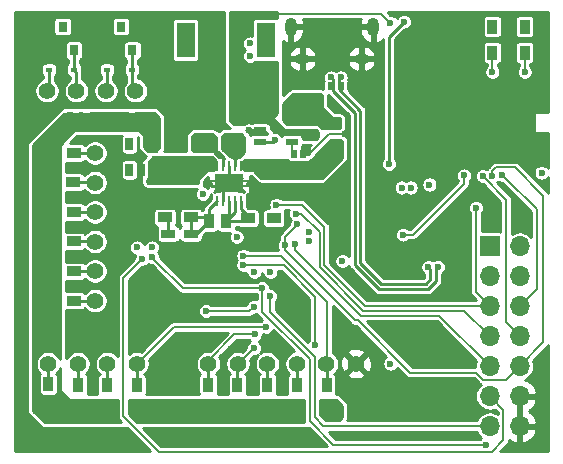
<source format=gbr>
G04 #@! TF.GenerationSoftware,KiCad,Pcbnew,(5.1.2)-1*
G04 #@! TF.CreationDate,2020-12-24T11:55:47-05:00*
G04 #@! TF.ProjectId,Glove PCB,476c6f76-6520-4504-9342-2e6b69636164,rev?*
G04 #@! TF.SameCoordinates,PX1312d00PYb80f240*
G04 #@! TF.FileFunction,Copper,L4,Bot*
G04 #@! TF.FilePolarity,Positive*
%FSLAX46Y46*%
G04 Gerber Fmt 4.6, Leading zero omitted, Abs format (unit mm)*
G04 Created by KiCad (PCBNEW (5.1.2)-1) date 2020-12-24 11:55:47*
%MOMM*%
%LPD*%
G04 APERTURE LIST*
%ADD10R,0.650000X1.060000*%
%ADD11R,0.750000X1.200000*%
%ADD12C,1.397000*%
%ADD13R,0.600000X0.450000*%
%ADD14C,0.600000*%
%ADD15R,0.700000X0.280000*%
%ADD16R,2.400000X1.650000*%
%ADD17R,0.280000X0.850000*%
%ADD18R,0.900000X1.200000*%
%ADD19R,1.200000X0.900000*%
%ADD20R,1.500000X1.300000*%
%ADD21R,1.200000X0.750000*%
%ADD22R,1.250000X1.500000*%
%ADD23O,1.000000X1.550000*%
%ADD24O,1.250000X0.950000*%
%ADD25R,1.600000X3.000000*%
%ADD26R,1.000000X5.500000*%
%ADD27R,0.900000X0.800000*%
%ADD28R,0.800000X0.900000*%
%ADD29R,1.050000X0.600000*%
%ADD30R,0.575000X0.650000*%
%ADD31R,1.700000X1.700000*%
%ADD32O,1.700000X1.700000*%
%ADD33C,0.254000*%
%ADD34C,0.203200*%
G04 APERTURE END LIST*
D10*
X11999000Y26439500D03*
X10099000Y26439500D03*
X10099000Y24239500D03*
X11049000Y24239500D03*
X11999000Y24239500D03*
D11*
X21719500Y22441500D03*
X21719500Y24341500D03*
D12*
X7178000Y25668000D03*
X7178000Y23168000D03*
X7178000Y20668000D03*
X7178000Y18168000D03*
X7178000Y15668000D03*
X7178000Y13168000D03*
D13*
X10294000Y32726000D03*
X8194000Y32726000D03*
D14*
X18544500Y23088500D03*
X19404500Y22608500D03*
X17684500Y22608500D03*
X19404500Y23568500D03*
X17684500Y23568500D03*
D15*
X20094500Y22838500D03*
X16994500Y22838500D03*
X20094500Y23338500D03*
X16994500Y23338500D03*
D16*
X18544500Y23088500D03*
D17*
X17544500Y21613500D03*
X18044500Y21613500D03*
X18544500Y21613500D03*
X19044500Y21613500D03*
X19544500Y21613500D03*
X19544500Y24563500D03*
X19044500Y24563500D03*
X18544500Y24563500D03*
X18044500Y24563500D03*
X17544500Y24563500D03*
D18*
X26799500Y3856000D03*
X26799500Y6056000D03*
X24259500Y3813000D03*
X24259500Y6013000D03*
X21783000Y3856000D03*
X21783000Y6056000D03*
X19243000Y3856000D03*
X19243000Y6056000D03*
X16766500Y3856000D03*
X16766500Y6056000D03*
X10734000Y3813000D03*
X10734000Y6013000D03*
X8194000Y3813000D03*
X8194000Y6013000D03*
X5781000Y3856000D03*
X5781000Y6056000D03*
X3241000Y3897000D03*
X3241000Y6097000D03*
D19*
X3200000Y13168000D03*
X5400000Y13168000D03*
X3200000Y15644500D03*
X5400000Y15644500D03*
X3200000Y18184500D03*
X5400000Y18184500D03*
X3200000Y20661000D03*
X5400000Y20661000D03*
X3157000Y23201000D03*
X5357000Y23201000D03*
X3200000Y25677500D03*
X5400000Y25677500D03*
X15306000Y20216500D03*
X13106000Y20216500D03*
D18*
X16830000Y19899000D03*
X16830000Y17699000D03*
X18290500Y17699000D03*
X18290500Y19899000D03*
D19*
X20132000Y20153000D03*
X22332000Y20153000D03*
D18*
X43563500Y34162500D03*
X43563500Y36362500D03*
X40833000Y34176000D03*
X40833000Y36376000D03*
D20*
X18989000Y26503000D03*
X16289000Y26503000D03*
D21*
X12006500Y27963500D03*
X13906500Y27963500D03*
D22*
X15179000Y21971000D03*
X15179000Y24471000D03*
D21*
X13406000Y18819500D03*
X15306000Y18819500D03*
D12*
X16776000Y7834000D03*
X19276000Y7834000D03*
X21776000Y7834000D03*
X24276000Y7834000D03*
X26776000Y7834000D03*
X29276000Y7834000D03*
X3114000Y30948000D03*
X5614000Y30948000D03*
X8114000Y30948000D03*
X10614000Y30948000D03*
X3234000Y7834000D03*
X5734000Y7834000D03*
X8234000Y7834000D03*
X10734000Y7834000D03*
D21*
X19150000Y29046000D03*
X17250000Y29046000D03*
D11*
X13528000Y26373500D03*
X13528000Y24473500D03*
D23*
X23750000Y36350000D03*
X30750000Y36350000D03*
D24*
X24750000Y33650000D03*
X29750000Y33650000D03*
D25*
X14850000Y35250000D03*
X21650000Y35250000D03*
D26*
X17250000Y33000000D03*
X19250000Y33000000D03*
D27*
X27500000Y28200000D03*
X27500000Y26300000D03*
X25500000Y27250000D03*
D28*
X4450000Y36377000D03*
X6350000Y36377000D03*
X5400000Y34377000D03*
X9403000Y36377000D03*
X11303000Y36377000D03*
X10353000Y34377000D03*
D29*
X21148000Y26630000D03*
X21148000Y27580000D03*
X21148000Y28530000D03*
X23848000Y28530000D03*
X23848000Y26630000D03*
D30*
X24837500Y25614000D03*
X24062500Y25614000D03*
D13*
X5400000Y32726000D03*
X3300000Y32726000D03*
D31*
X40604400Y17790800D03*
D32*
X43144400Y17790800D03*
X40604400Y15250800D03*
X43144400Y15250800D03*
X40604400Y12710800D03*
X43144400Y12710800D03*
X40604400Y10170800D03*
X43144400Y10170800D03*
X40604400Y7630800D03*
X43144400Y7630800D03*
X40604400Y5090800D03*
X43144400Y5090800D03*
X40604400Y2550800D03*
X43144400Y2550800D03*
D30*
X27187000Y31329000D03*
X26412000Y31329000D03*
X28789001Y31329000D03*
X28014001Y31329000D03*
D14*
X45000000Y24000000D03*
X20322500Y33869000D03*
X20322500Y34948500D03*
X14800000Y24900000D03*
X13528000Y24788500D03*
X12004000Y24153500D03*
X13528000Y24090000D03*
X12448500Y23328000D03*
X13083500Y23328000D03*
X10734000Y17676500D03*
X12004000Y17676500D03*
X33340000Y36790000D03*
X32197004Y7834000D03*
X25339000Y18248000D03*
X25294597Y18965597D03*
X32070018Y24725000D03*
X20675000Y15576402D03*
X22037000Y15576402D03*
X16304034Y22185000D03*
X11813500Y23328000D03*
X13106000Y20216500D03*
X10099000Y24239500D03*
X45250000Y32500000D03*
X44500000Y32500000D03*
X44500000Y30500000D03*
X45250000Y30500000D03*
X45250000Y29750000D03*
X44500000Y29750000D03*
X30355500Y1801500D03*
X29403000Y1801500D03*
X31498500Y1801500D03*
X28387000Y1801500D03*
X14290000Y5611500D03*
X13337500Y5611500D03*
X15433000Y5611500D03*
X12321500Y5611500D03*
X34673500Y20978500D03*
X16195000Y32853000D03*
X16195000Y33869000D03*
X16195000Y30757500D03*
X16195000Y34948500D03*
X16195000Y31773500D03*
X15179000Y30757500D03*
X15179000Y31773500D03*
X15179000Y32853000D03*
X15179000Y29678000D03*
X17211000Y34948500D03*
X17211000Y33869000D03*
X17211000Y32853000D03*
X17211000Y31773500D03*
X17211000Y30757500D03*
X42230000Y33805500D03*
X45151000Y33869000D03*
X33467000Y21740500D03*
X33340000Y21105500D03*
X33975000Y20915000D03*
X27625000Y29360500D03*
X15179000Y28662000D03*
X14671000Y26757000D03*
X11049000Y24239500D03*
X20195500Y27582500D03*
X11369000Y14057000D03*
X12194500Y14057000D03*
X11877000Y13422000D03*
X16400000Y9700000D03*
X17247500Y10183500D03*
X20703500Y13485500D03*
X20894000Y11580500D03*
X27600000Y10500000D03*
X28069500Y11707500D03*
X31879500Y10501000D03*
X28514000Y10501000D03*
X25529500Y1357000D03*
X24577000Y1357000D03*
X23497500Y1357000D03*
X22481500Y1357000D03*
X21338500Y1357000D03*
X20386000Y1357000D03*
X19370000Y1357000D03*
X20449500Y6056000D03*
X22989500Y6119500D03*
X18671500Y9040500D03*
X41277500Y19391000D03*
X43754000Y19581500D03*
X42801500Y21613500D03*
X33500000Y31750000D03*
X35750000Y31750000D03*
X35750000Y32500000D03*
X35000000Y32500000D03*
X33500000Y32500000D03*
X34250000Y32500000D03*
X33500000Y31000000D03*
X33467000Y27646000D03*
X4511000Y29614500D03*
X5527000Y29614500D03*
X6416000Y29614500D03*
X10289500Y29614500D03*
X21275000Y21994500D03*
X28387000Y27265000D03*
X26500000Y25250000D03*
X27500000Y25250000D03*
X22332000Y20153000D03*
X33912500Y22746000D03*
X33150500Y22746000D03*
X35500000Y23000000D03*
X25974000Y29043000D03*
X26228000Y30440000D03*
X24000000Y29500000D03*
X26250000Y29750000D03*
X23750000Y28530000D03*
X20322500Y32789500D03*
X21338500Y32789500D03*
X20259000Y29741500D03*
X19306500Y32853000D03*
X20322500Y30757500D03*
X19306500Y33869000D03*
X20322500Y31773500D03*
X19306500Y30757500D03*
X19306500Y34948500D03*
X19306500Y31773500D03*
X21338500Y29741500D03*
X21338500Y30757500D03*
X21338500Y31773500D03*
X32200000Y36700000D03*
X12004000Y3770000D03*
X12766000Y3770000D03*
X7051000Y3643000D03*
X4511000Y3643000D03*
X3241000Y14311000D03*
X3241000Y16851000D03*
X3241000Y19518000D03*
X3241000Y22058000D03*
X3241000Y24471000D03*
X23053000Y3770000D03*
X27879000Y3770000D03*
X12006500Y27963500D03*
X19179500Y18565500D03*
X28133000Y16533500D03*
X40833000Y36238500D03*
X43563500Y36225000D03*
X25823498Y9381498D03*
X19746197Y16178002D03*
X19751000Y16978000D03*
X11204718Y16721702D03*
X40005894Y23709009D03*
X40261500Y976000D03*
X11995226Y16844608D03*
X21345867Y14243250D03*
X23255995Y17854331D03*
X40834354Y23732952D03*
X24323000Y19645000D03*
X24196000Y20534000D03*
X39436000Y21042000D03*
X22545000Y21296000D03*
X20640000Y12660000D03*
X16576000Y12279000D03*
X21656000Y10945500D03*
X20703500Y10310500D03*
X20640001Y9167500D03*
X24132492Y17942655D03*
X22003610Y13549000D03*
X4450000Y36377000D03*
X9403000Y36377000D03*
X40833000Y32535500D03*
X43563500Y32535500D03*
X22418000Y26756998D03*
X38420000Y23772500D03*
X33254000Y18750000D03*
X41627124Y23840352D03*
X27173400Y32073398D03*
X36218100Y16025500D03*
X27976600Y32073398D03*
X35414900Y16025500D03*
D33*
X13406000Y19916500D02*
X13106000Y20216500D01*
X13406000Y18819500D02*
X13406000Y19916500D01*
X32070018Y35520018D02*
X32070018Y25149264D01*
X33340000Y36790000D02*
X32070018Y35520018D01*
X32070018Y25149264D02*
X32070018Y24725000D01*
X18044500Y22588500D02*
X18544500Y23088500D01*
X18044500Y21613500D02*
X18044500Y22588500D01*
X18544500Y24563500D02*
X18544500Y23088500D01*
X13528000Y26373500D02*
X14287500Y26373500D01*
X14287500Y26373500D02*
X14671000Y26757000D01*
X14480500Y27963500D02*
X15179000Y28662000D01*
X13906500Y27963500D02*
X14480500Y27963500D01*
X21148000Y27580000D02*
X20198000Y27580000D01*
X20198000Y27580000D02*
X20195500Y27582500D01*
X17454500Y22838500D02*
X17684500Y22608500D01*
X16994500Y22838500D02*
X17454500Y22838500D01*
X21719500Y22441500D02*
X21719500Y22439000D01*
X21719500Y22439000D02*
X21275000Y21994500D01*
D34*
X25328200Y25614000D02*
X26979200Y27265000D01*
X24837500Y25614000D02*
X25328200Y25614000D01*
X26979200Y27265000D02*
X28387000Y27265000D01*
D33*
X8194000Y31028000D02*
X8114000Y30948000D01*
X8194000Y32726000D02*
X8194000Y31028000D01*
X3300000Y31134000D02*
X3114000Y30948000D01*
X3300000Y32726000D02*
X3300000Y31134000D01*
D34*
X20771800Y37475000D02*
X31067500Y37475000D01*
X19250000Y33000000D02*
X19250000Y35953200D01*
X19250000Y35953200D02*
X20771800Y37475000D01*
X31067500Y37475000D02*
X31425000Y37475000D01*
X31425000Y37475000D02*
X32200000Y36700000D01*
X23096000Y3813000D02*
X23053000Y3770000D01*
X24259500Y3813000D02*
X23096000Y3813000D01*
D33*
X24259500Y7817500D02*
X24276000Y7834000D01*
X24259500Y6013000D02*
X24259500Y7817500D01*
D34*
X23154498Y16178002D02*
X20170461Y16178002D01*
X25823498Y9381498D02*
X25823498Y13509002D01*
X20170461Y16178002D02*
X19746197Y16178002D01*
X25823498Y13509002D02*
X23154498Y16178002D01*
X26776000Y7834000D02*
X26776000Y8175000D01*
D33*
X26847000Y7905000D02*
X26776000Y7834000D01*
X26799500Y7810500D02*
X26776000Y7834000D01*
X26799500Y6056000D02*
X26799500Y7810500D01*
D34*
X26847000Y13055726D02*
X22924726Y16978000D01*
X20175264Y16978000D02*
X19751000Y16978000D01*
X26847000Y7905000D02*
X26847000Y13055726D01*
X22924726Y16978000D02*
X20175264Y16978000D01*
X9591000Y15107984D02*
X10904719Y16421703D01*
X41756001Y3939199D02*
X41756001Y1327501D01*
X10904719Y16421703D02*
X11204718Y16721702D01*
X12579719Y374399D02*
X9591000Y3363118D01*
X40802899Y374399D02*
X12579719Y374399D01*
X41756001Y1327501D02*
X40802899Y374399D01*
X40604400Y5090800D02*
X41756001Y3939199D01*
X9591000Y3363118D02*
X9591000Y15107984D01*
X42294401Y11020799D02*
X43144400Y10170800D01*
X41992799Y11322401D02*
X42294401Y11020799D01*
X41992799Y21723701D02*
X41992799Y11322401D01*
X40007491Y23709009D02*
X41992799Y21723701D01*
X40005894Y23709009D02*
X40007491Y23709009D01*
X27371000Y976000D02*
X39837236Y976000D01*
X39837236Y976000D02*
X40261500Y976000D01*
X25372688Y8217462D02*
X25372688Y2974312D01*
X21345867Y12244283D02*
X25372688Y8217462D01*
X25372688Y2974312D02*
X27371000Y976000D01*
X21345867Y14243250D02*
X21345867Y12244283D01*
X12295225Y16544609D02*
X11995226Y16844608D01*
X14596584Y14243250D02*
X12295225Y16544609D01*
X21345867Y14243250D02*
X14596584Y14243250D01*
X24023001Y19345001D02*
X24323000Y19645000D01*
X23255995Y17854331D02*
X23255995Y18577995D01*
X23255995Y18577995D02*
X24023001Y19345001D01*
X29184893Y11501169D02*
X23255995Y17430067D01*
X43144400Y7630800D02*
X41992799Y6479199D01*
X40051631Y6479199D02*
X39452799Y7078031D01*
X39452799Y7078031D02*
X33873632Y7078031D01*
X33873632Y7078031D02*
X29450494Y11501169D01*
X23255995Y17430067D02*
X23255995Y17854331D01*
X41992799Y6479199D02*
X40051631Y6479199D01*
X29450494Y11501169D02*
X29184893Y11501169D01*
X40834354Y24157216D02*
X40834354Y23732952D01*
X41138139Y24461001D02*
X40834354Y24157216D01*
X42747999Y24461001D02*
X41138139Y24461001D01*
X45151000Y22058000D02*
X42747999Y24461001D01*
X43144400Y7630800D02*
X45151000Y9637400D01*
X45151000Y9637400D02*
X45151000Y22058000D01*
X40604400Y10170800D02*
X38467611Y12307589D01*
X24620264Y20534000D02*
X24196000Y20534000D01*
X26205789Y18948475D02*
X24620264Y20534000D01*
X26205789Y15985485D02*
X26205789Y18948475D01*
X38467611Y12307589D02*
X29883685Y12307589D01*
X29883685Y12307589D02*
X26205789Y15985485D01*
X39436000Y13879200D02*
X39436000Y20617736D01*
X39436000Y20617736D02*
X39436000Y21042000D01*
X40604400Y12710800D02*
X39436000Y13879200D01*
X39402319Y12710800D02*
X40604400Y12710800D01*
X30050700Y12710800D02*
X39402319Y12710800D01*
X24705362Y21296000D02*
X26609000Y19392362D01*
X22545000Y21296000D02*
X24705362Y21296000D01*
X26609000Y19392362D02*
X26609000Y16152500D01*
X26609000Y16152500D02*
X30050700Y12710800D01*
D33*
X8194000Y7794000D02*
X8234000Y7834000D01*
X8194000Y6013000D02*
X8194000Y7794000D01*
D34*
X20259000Y12279000D02*
X20640000Y12660000D01*
X16576000Y12279000D02*
X20259000Y12279000D01*
X13845500Y10945500D02*
X21231736Y10945500D01*
X10734000Y7834000D02*
X13845500Y10945500D01*
X21231736Y10945500D02*
X21656000Y10945500D01*
D33*
X10734000Y6013000D02*
X10734000Y7834000D01*
X16766500Y7824500D02*
X16776000Y7834000D01*
X16766500Y6056000D02*
X16766500Y7824500D01*
D34*
X20279236Y10310500D02*
X20703500Y10310500D01*
X18989000Y10310500D02*
X20279236Y10310500D01*
X16776000Y7834000D02*
X16776000Y8097500D01*
X16776000Y8097500D02*
X18989000Y10310500D01*
X19276000Y7834000D02*
X20609500Y9167500D01*
X20609500Y9167500D02*
X20640001Y9167500D01*
D33*
X19243000Y7801000D02*
X19276000Y7834000D01*
X19243000Y6056000D02*
X19243000Y7801000D01*
X21783000Y7827000D02*
X21776000Y7834000D01*
X21783000Y6056000D02*
X21783000Y7827000D01*
D34*
X24132492Y17518391D02*
X24132492Y17942655D01*
X40604400Y7630800D02*
X36330822Y11904378D01*
X36330822Y11904378D02*
X29716669Y11904379D01*
X29716669Y11904379D02*
X24132492Y17488556D01*
X24132492Y17488556D02*
X24132492Y17518391D01*
X38597800Y2550800D02*
X40604400Y2550800D01*
X38496200Y2550800D02*
X38597800Y2550800D01*
X26532318Y2550800D02*
X25775899Y3307219D01*
X25775899Y3307219D02*
X25775899Y8413101D01*
X22003610Y13124736D02*
X22003610Y13549000D01*
X22003610Y12185390D02*
X22003610Y13124736D01*
X25775899Y8413101D02*
X22003610Y12185390D01*
X38597800Y2550800D02*
X26532318Y2550800D01*
D33*
X5781000Y7787000D02*
X5734000Y7834000D01*
X5781000Y6056000D02*
X5781000Y7787000D01*
X3241000Y7827000D02*
X3234000Y7834000D01*
X3241000Y6097000D02*
X3241000Y7827000D01*
X5400000Y13168000D02*
X7178000Y13168000D01*
X7154500Y15644500D02*
X7178000Y15668000D01*
X5400000Y15644500D02*
X7154500Y15644500D01*
X7161500Y18184500D02*
X7178000Y18168000D01*
X5400000Y18184500D02*
X7161500Y18184500D01*
X7171000Y20661000D02*
X7178000Y20668000D01*
X5400000Y20661000D02*
X7171000Y20661000D01*
X7145000Y23201000D02*
X7178000Y23168000D01*
X5357000Y23201000D02*
X7145000Y23201000D01*
X7168500Y25677500D02*
X7178000Y25668000D01*
X5400000Y25677500D02*
X7168500Y25677500D01*
D34*
X40833000Y32535500D02*
X40833000Y34313500D01*
X43563500Y32535500D02*
X43563500Y34300000D01*
D33*
X21148000Y26630000D02*
X22291002Y26630000D01*
X22291002Y26630000D02*
X22418000Y26756998D01*
D34*
X23848000Y25828500D02*
X24062500Y25614000D01*
X23848000Y26630000D02*
X23848000Y25828500D01*
D33*
X5654000Y30908000D02*
X5614000Y30948000D01*
X5400000Y34377000D02*
X5400000Y32726000D01*
X5614000Y32512000D02*
X5400000Y32726000D01*
X5614000Y30948000D02*
X5614000Y32512000D01*
X11088000Y30948000D02*
X10614000Y30948000D01*
X10734000Y30828000D02*
X10614000Y30948000D01*
X10353000Y32785000D02*
X10294000Y32726000D01*
X10353000Y34377000D02*
X10353000Y32785000D01*
X10294000Y31268000D02*
X10614000Y30948000D01*
X10294000Y32726000D02*
X10294000Y31268000D01*
D34*
X38420000Y23348236D02*
X38420000Y23772500D01*
X38420000Y23072630D02*
X38420000Y23348236D01*
X34097370Y18750000D02*
X38420000Y23072630D01*
X33254000Y18750000D02*
X34097370Y18750000D01*
X41927123Y23540353D02*
X41627124Y23840352D01*
X44579500Y20887976D02*
X41927123Y23540353D01*
X43144400Y12710800D02*
X44579500Y14145900D01*
X44579500Y14145900D02*
X44579500Y20887976D01*
D33*
X36045100Y14787810D02*
X36045100Y15852500D01*
X29174400Y29075310D02*
X29174400Y16184810D01*
X29174400Y16184810D02*
X31213310Y14145900D01*
X31213310Y14145900D02*
X35403190Y14145900D01*
X35403190Y14145900D02*
X36045100Y14787810D01*
X36045100Y15852500D02*
X36218100Y16025500D01*
X27346400Y30903310D02*
X29174400Y29075310D01*
X27173400Y32073398D02*
X27346400Y31900398D01*
X27346400Y31900398D02*
X27346400Y30903310D01*
D34*
X27371000Y30927910D02*
X27346400Y30903310D01*
X27371000Y31202000D02*
X27371000Y30927910D01*
X27187000Y31329000D02*
X27244000Y31329000D01*
X27244000Y31329000D02*
X27371000Y31202000D01*
D33*
X35587900Y15852500D02*
X35414900Y16025500D01*
X35587900Y14977190D02*
X35587900Y15852500D01*
X35213810Y14603100D02*
X35587900Y14977190D01*
X31402690Y14603100D02*
X35213810Y14603100D01*
X29631600Y16374190D02*
X31402690Y14603100D01*
X29631600Y29264690D02*
X29631600Y16374190D01*
X27803600Y31092690D02*
X29631600Y29264690D01*
X27976600Y32073398D02*
X27803600Y31900398D01*
X27803600Y31900398D02*
X27803600Y31092690D01*
X16830000Y20899000D02*
X16830000Y19899000D01*
X17544500Y21613500D02*
X16830000Y20899000D01*
X15750500Y18819500D02*
X16830000Y19899000D01*
X15306000Y18819500D02*
X15750500Y18819500D01*
X16512500Y20216500D02*
X16830000Y19899000D01*
X15306000Y20216500D02*
X16512500Y20216500D01*
X15306000Y18819500D02*
X15306000Y20216500D01*
X19044500Y26447500D02*
X18989000Y26503000D01*
X19044500Y24563500D02*
X19044500Y26447500D01*
X16784000Y26503000D02*
X16289000Y26503000D01*
X18044500Y24563500D02*
X18044500Y25242500D01*
X18044500Y25242500D02*
X16784000Y26503000D01*
X18544500Y20153000D02*
X18544500Y21613500D01*
X18290500Y19899000D02*
X18544500Y20153000D01*
X19044500Y20653000D02*
X19044500Y21613500D01*
X18290500Y19899000D02*
X19044500Y20653000D01*
X20132000Y20343500D02*
X20132000Y20153000D01*
X19814500Y20661000D02*
X20132000Y20343500D01*
X19814500Y20664500D02*
X19814500Y20661000D01*
X19544500Y21613500D02*
X19544500Y20934500D01*
X19544500Y20934500D02*
X19814500Y20664500D01*
X19878000Y19899000D02*
X20132000Y20153000D01*
X18290500Y19899000D02*
X19878000Y19899000D01*
G36*
X18119000Y28344500D02*
G01*
X18121091Y28304641D01*
X18136148Y28231485D01*
X18165187Y28162673D01*
X18207093Y28100848D01*
X18260255Y28048386D01*
X18600391Y27773000D01*
X18100000Y27773000D01*
X18025671Y27765679D01*
X17954198Y27743998D01*
X17888328Y27708790D01*
X17830592Y27661408D01*
X17661939Y27492755D01*
X17368952Y27702032D01*
X17293302Y27743998D01*
X17221829Y27765679D01*
X17147500Y27773000D01*
X15560000Y27773000D01*
X15485671Y27765679D01*
X15414198Y27743998D01*
X15348328Y27708790D01*
X15290592Y27661408D01*
X15036592Y27407408D01*
X14989210Y27349672D01*
X14954002Y27283802D01*
X14932321Y27212329D01*
X14925000Y27138000D01*
X14925000Y25868000D01*
X14931254Y25804500D01*
X12987316Y25804500D01*
X13035408Y25852592D01*
X13082790Y25910328D01*
X13117998Y25976198D01*
X13139679Y26047671D01*
X13147000Y26122000D01*
X13147000Y28662000D01*
X13139679Y28736329D01*
X13117998Y28807802D01*
X13082790Y28873672D01*
X13035408Y28931408D01*
X12527408Y29439408D01*
X12469672Y29486790D01*
X12403802Y29521998D01*
X12332329Y29543679D01*
X12258000Y29551000D01*
X4638000Y29551000D01*
X4563671Y29543679D01*
X4492198Y29521998D01*
X4426328Y29486790D01*
X4368592Y29439408D01*
X1574592Y26645408D01*
X1527210Y26587672D01*
X1492002Y26521802D01*
X1470321Y26450329D01*
X1463000Y26376000D01*
X1463000Y3770000D01*
X1470321Y3695671D01*
X1492002Y3624198D01*
X1527210Y3558328D01*
X1574592Y3500592D01*
X2590592Y2484592D01*
X2648328Y2437210D01*
X2714198Y2402002D01*
X2785671Y2380321D01*
X2860000Y2373000D01*
X9898619Y2373000D01*
X11865618Y406000D01*
X406000Y406000D01*
X406000Y31054321D01*
X2034500Y31054321D01*
X2034500Y30841679D01*
X2075985Y30633122D01*
X2157360Y30436665D01*
X2275498Y30259859D01*
X2425859Y30109498D01*
X2602665Y29991360D01*
X2799122Y29909985D01*
X3007679Y29868500D01*
X3220321Y29868500D01*
X3428878Y29909985D01*
X3625335Y29991360D01*
X3802141Y30109498D01*
X3952502Y30259859D01*
X4070640Y30436665D01*
X4152015Y30633122D01*
X4193500Y30841679D01*
X4193500Y31054321D01*
X4534500Y31054321D01*
X4534500Y30841679D01*
X4575985Y30633122D01*
X4657360Y30436665D01*
X4775498Y30259859D01*
X4925859Y30109498D01*
X5102665Y29991360D01*
X5299122Y29909985D01*
X5507679Y29868500D01*
X5720321Y29868500D01*
X5928878Y29909985D01*
X6125335Y29991360D01*
X6302141Y30109498D01*
X6452502Y30259859D01*
X6570640Y30436665D01*
X6652015Y30633122D01*
X6693500Y30841679D01*
X6693500Y31054321D01*
X7034500Y31054321D01*
X7034500Y30841679D01*
X7075985Y30633122D01*
X7157360Y30436665D01*
X7275498Y30259859D01*
X7425859Y30109498D01*
X7602665Y29991360D01*
X7799122Y29909985D01*
X8007679Y29868500D01*
X8220321Y29868500D01*
X8428878Y29909985D01*
X8625335Y29991360D01*
X8802141Y30109498D01*
X8952502Y30259859D01*
X9070640Y30436665D01*
X9152015Y30633122D01*
X9193500Y30841679D01*
X9193500Y31054321D01*
X9534500Y31054321D01*
X9534500Y30841679D01*
X9575985Y30633122D01*
X9657360Y30436665D01*
X9775498Y30259859D01*
X9925859Y30109498D01*
X10102665Y29991360D01*
X10299122Y29909985D01*
X10507679Y29868500D01*
X10720321Y29868500D01*
X10928878Y29909985D01*
X11125335Y29991360D01*
X11302141Y30109498D01*
X11452502Y30259859D01*
X11570640Y30436665D01*
X11652015Y30633122D01*
X11693500Y30841679D01*
X11693500Y31054321D01*
X11652015Y31262878D01*
X11570640Y31459335D01*
X11452502Y31636141D01*
X11302141Y31786502D01*
X11125335Y31904640D01*
X10928878Y31986015D01*
X10802000Y32011253D01*
X10802000Y32180168D01*
X10806696Y32182678D01*
X10864711Y32230289D01*
X10912322Y32288304D01*
X10947701Y32354492D01*
X10969487Y32426311D01*
X10976843Y32501000D01*
X10976843Y32951000D01*
X10969487Y33025689D01*
X10947701Y33097508D01*
X10912322Y33163696D01*
X10864711Y33221711D01*
X10861000Y33224756D01*
X10861000Y33561618D01*
X10899508Y33573299D01*
X10965696Y33608678D01*
X11023711Y33656289D01*
X11071322Y33714304D01*
X11106701Y33780492D01*
X11128487Y33852311D01*
X11135843Y33927000D01*
X11135843Y34827000D01*
X11128487Y34901689D01*
X11106701Y34973508D01*
X11071322Y35039696D01*
X11023711Y35097711D01*
X10965696Y35145322D01*
X10899508Y35180701D01*
X10827689Y35202487D01*
X10753000Y35209843D01*
X9953000Y35209843D01*
X9878311Y35202487D01*
X9806492Y35180701D01*
X9740304Y35145322D01*
X9682289Y35097711D01*
X9634678Y35039696D01*
X9599299Y34973508D01*
X9577513Y34901689D01*
X9570157Y34827000D01*
X9570157Y33927000D01*
X9577513Y33852311D01*
X9599299Y33780492D01*
X9634678Y33714304D01*
X9682289Y33656289D01*
X9740304Y33608678D01*
X9806492Y33573299D01*
X9845001Y33561618D01*
X9845001Y33303369D01*
X9781304Y33269322D01*
X9723289Y33221711D01*
X9675678Y33163696D01*
X9640299Y33097508D01*
X9618513Y33025689D01*
X9611157Y32951000D01*
X9611157Y32501000D01*
X9618513Y32426311D01*
X9640299Y32354492D01*
X9675678Y32288304D01*
X9723289Y32230289D01*
X9781304Y32182678D01*
X9786000Y32180168D01*
X9786001Y31646644D01*
X9775498Y31636141D01*
X9657360Y31459335D01*
X9575985Y31262878D01*
X9534500Y31054321D01*
X9193500Y31054321D01*
X9152015Y31262878D01*
X9070640Y31459335D01*
X8952502Y31636141D01*
X8802141Y31786502D01*
X8702000Y31853414D01*
X8702000Y32180168D01*
X8706696Y32182678D01*
X8764711Y32230289D01*
X8812322Y32288304D01*
X8847701Y32354492D01*
X8869487Y32426311D01*
X8876843Y32501000D01*
X8876843Y32951000D01*
X8869487Y33025689D01*
X8847701Y33097508D01*
X8812322Y33163696D01*
X8764711Y33221711D01*
X8706696Y33269322D01*
X8640508Y33304701D01*
X8568689Y33326487D01*
X8494000Y33333843D01*
X7894000Y33333843D01*
X7819311Y33326487D01*
X7747492Y33304701D01*
X7681304Y33269322D01*
X7623289Y33221711D01*
X7575678Y33163696D01*
X7540299Y33097508D01*
X7518513Y33025689D01*
X7511157Y32951000D01*
X7511157Y32501000D01*
X7518513Y32426311D01*
X7540299Y32354492D01*
X7575678Y32288304D01*
X7623289Y32230289D01*
X7681304Y32182678D01*
X7686000Y32180168D01*
X7686000Y31939159D01*
X7602665Y31904640D01*
X7425859Y31786502D01*
X7275498Y31636141D01*
X7157360Y31459335D01*
X7075985Y31262878D01*
X7034500Y31054321D01*
X6693500Y31054321D01*
X6652015Y31262878D01*
X6570640Y31459335D01*
X6452502Y31636141D01*
X6302141Y31786502D01*
X6125335Y31904640D01*
X6122000Y31906021D01*
X6122000Y32487056D01*
X6124457Y32512000D01*
X6121207Y32544998D01*
X6114649Y32611585D01*
X6085601Y32707343D01*
X6082843Y32712503D01*
X6082843Y32951000D01*
X6075487Y33025689D01*
X6053701Y33097508D01*
X6018322Y33163696D01*
X5970711Y33221711D01*
X5912696Y33269322D01*
X5908000Y33271832D01*
X5908000Y33561618D01*
X5946508Y33573299D01*
X6012696Y33608678D01*
X6070711Y33656289D01*
X6118322Y33714304D01*
X6153701Y33780492D01*
X6175487Y33852311D01*
X6182843Y33927000D01*
X6182843Y34827000D01*
X6175487Y34901689D01*
X6153701Y34973508D01*
X6118322Y35039696D01*
X6070711Y35097711D01*
X6012696Y35145322D01*
X5946508Y35180701D01*
X5874689Y35202487D01*
X5800000Y35209843D01*
X5000000Y35209843D01*
X4925311Y35202487D01*
X4853492Y35180701D01*
X4787304Y35145322D01*
X4729289Y35097711D01*
X4681678Y35039696D01*
X4646299Y34973508D01*
X4624513Y34901689D01*
X4617157Y34827000D01*
X4617157Y33927000D01*
X4624513Y33852311D01*
X4646299Y33780492D01*
X4681678Y33714304D01*
X4729289Y33656289D01*
X4787304Y33608678D01*
X4853492Y33573299D01*
X4892000Y33561618D01*
X4892001Y33271832D01*
X4887304Y33269322D01*
X4829289Y33221711D01*
X4781678Y33163696D01*
X4746299Y33097508D01*
X4724513Y33025689D01*
X4717157Y32951000D01*
X4717157Y32501000D01*
X4724513Y32426311D01*
X4746299Y32354492D01*
X4781678Y32288304D01*
X4829289Y32230289D01*
X4887304Y32182678D01*
X4953492Y32147299D01*
X5025311Y32125513D01*
X5100000Y32118157D01*
X5106001Y32118157D01*
X5106001Y31906022D01*
X5102665Y31904640D01*
X4925859Y31786502D01*
X4775498Y31636141D01*
X4657360Y31459335D01*
X4575985Y31262878D01*
X4534500Y31054321D01*
X4193500Y31054321D01*
X4152015Y31262878D01*
X4070640Y31459335D01*
X3952502Y31636141D01*
X3808000Y31780643D01*
X3808000Y32180168D01*
X3812696Y32182678D01*
X3870711Y32230289D01*
X3918322Y32288304D01*
X3953701Y32354492D01*
X3975487Y32426311D01*
X3982843Y32501000D01*
X3982843Y32951000D01*
X3975487Y33025689D01*
X3953701Y33097508D01*
X3918322Y33163696D01*
X3870711Y33221711D01*
X3812696Y33269322D01*
X3746508Y33304701D01*
X3674689Y33326487D01*
X3600000Y33333843D01*
X3000000Y33333843D01*
X2925311Y33326487D01*
X2853492Y33304701D01*
X2787304Y33269322D01*
X2729289Y33221711D01*
X2681678Y33163696D01*
X2646299Y33097508D01*
X2624513Y33025689D01*
X2617157Y32951000D01*
X2617157Y32501000D01*
X2624513Y32426311D01*
X2646299Y32354492D01*
X2681678Y32288304D01*
X2729289Y32230289D01*
X2787304Y32182678D01*
X2792000Y32180168D01*
X2792000Y31983065D01*
X2602665Y31904640D01*
X2425859Y31786502D01*
X2275498Y31636141D01*
X2157360Y31459335D01*
X2075985Y31262878D01*
X2034500Y31054321D01*
X406000Y31054321D01*
X406000Y36827000D01*
X3667157Y36827000D01*
X3667157Y35927000D01*
X3674513Y35852311D01*
X3696299Y35780492D01*
X3731678Y35714304D01*
X3779289Y35656289D01*
X3837304Y35608678D01*
X3903492Y35573299D01*
X3975311Y35551513D01*
X4050000Y35544157D01*
X4850000Y35544157D01*
X4924689Y35551513D01*
X4996508Y35573299D01*
X5062696Y35608678D01*
X5120711Y35656289D01*
X5168322Y35714304D01*
X5203701Y35780492D01*
X5225487Y35852311D01*
X5232843Y35927000D01*
X5232843Y36827000D01*
X8620157Y36827000D01*
X8620157Y35927000D01*
X8627513Y35852311D01*
X8649299Y35780492D01*
X8684678Y35714304D01*
X8732289Y35656289D01*
X8790304Y35608678D01*
X8856492Y35573299D01*
X8928311Y35551513D01*
X9003000Y35544157D01*
X9803000Y35544157D01*
X9877689Y35551513D01*
X9949508Y35573299D01*
X10015696Y35608678D01*
X10073711Y35656289D01*
X10121322Y35714304D01*
X10156701Y35780492D01*
X10178487Y35852311D01*
X10185843Y35927000D01*
X10185843Y36750000D01*
X13667157Y36750000D01*
X13667157Y33750000D01*
X13674513Y33675311D01*
X13696299Y33603492D01*
X13731678Y33537304D01*
X13779289Y33479289D01*
X13837304Y33431678D01*
X13903492Y33396299D01*
X13975311Y33374513D01*
X14050000Y33367157D01*
X15650000Y33367157D01*
X15724689Y33374513D01*
X15796508Y33396299D01*
X15862696Y33431678D01*
X15920711Y33479289D01*
X15968322Y33537304D01*
X16003701Y33603492D01*
X16025487Y33675311D01*
X16032843Y33750000D01*
X16032843Y36750000D01*
X16025487Y36824689D01*
X16003701Y36896508D01*
X15968322Y36962696D01*
X15920711Y37020711D01*
X15862696Y37068322D01*
X15796508Y37103701D01*
X15724689Y37125487D01*
X15650000Y37132843D01*
X14050000Y37132843D01*
X13975311Y37125487D01*
X13903492Y37103701D01*
X13837304Y37068322D01*
X13779289Y37020711D01*
X13731678Y36962696D01*
X13696299Y36896508D01*
X13674513Y36824689D01*
X13667157Y36750000D01*
X10185843Y36750000D01*
X10185843Y36827000D01*
X10178487Y36901689D01*
X10156701Y36973508D01*
X10121322Y37039696D01*
X10073711Y37097711D01*
X10015696Y37145322D01*
X9949508Y37180701D01*
X9877689Y37202487D01*
X9803000Y37209843D01*
X9003000Y37209843D01*
X8928311Y37202487D01*
X8856492Y37180701D01*
X8790304Y37145322D01*
X8732289Y37097711D01*
X8684678Y37039696D01*
X8649299Y36973508D01*
X8627513Y36901689D01*
X8620157Y36827000D01*
X5232843Y36827000D01*
X5225487Y36901689D01*
X5203701Y36973508D01*
X5168322Y37039696D01*
X5120711Y37097711D01*
X5062696Y37145322D01*
X4996508Y37180701D01*
X4924689Y37202487D01*
X4850000Y37209843D01*
X4050000Y37209843D01*
X3975311Y37202487D01*
X3903492Y37180701D01*
X3837304Y37145322D01*
X3779289Y37097711D01*
X3731678Y37039696D01*
X3696299Y36973508D01*
X3674513Y36901689D01*
X3667157Y36827000D01*
X406000Y36827000D01*
X406000Y37594000D01*
X18119000Y37594000D01*
X18119000Y28344500D01*
X18119000Y28344500D01*
G37*
X18119000Y28344500D02*
X18121091Y28304641D01*
X18136148Y28231485D01*
X18165187Y28162673D01*
X18207093Y28100848D01*
X18260255Y28048386D01*
X18600391Y27773000D01*
X18100000Y27773000D01*
X18025671Y27765679D01*
X17954198Y27743998D01*
X17888328Y27708790D01*
X17830592Y27661408D01*
X17661939Y27492755D01*
X17368952Y27702032D01*
X17293302Y27743998D01*
X17221829Y27765679D01*
X17147500Y27773000D01*
X15560000Y27773000D01*
X15485671Y27765679D01*
X15414198Y27743998D01*
X15348328Y27708790D01*
X15290592Y27661408D01*
X15036592Y27407408D01*
X14989210Y27349672D01*
X14954002Y27283802D01*
X14932321Y27212329D01*
X14925000Y27138000D01*
X14925000Y25868000D01*
X14931254Y25804500D01*
X12987316Y25804500D01*
X13035408Y25852592D01*
X13082790Y25910328D01*
X13117998Y25976198D01*
X13139679Y26047671D01*
X13147000Y26122000D01*
X13147000Y28662000D01*
X13139679Y28736329D01*
X13117998Y28807802D01*
X13082790Y28873672D01*
X13035408Y28931408D01*
X12527408Y29439408D01*
X12469672Y29486790D01*
X12403802Y29521998D01*
X12332329Y29543679D01*
X12258000Y29551000D01*
X4638000Y29551000D01*
X4563671Y29543679D01*
X4492198Y29521998D01*
X4426328Y29486790D01*
X4368592Y29439408D01*
X1574592Y26645408D01*
X1527210Y26587672D01*
X1492002Y26521802D01*
X1470321Y26450329D01*
X1463000Y26376000D01*
X1463000Y3770000D01*
X1470321Y3695671D01*
X1492002Y3624198D01*
X1527210Y3558328D01*
X1574592Y3500592D01*
X2590592Y2484592D01*
X2648328Y2437210D01*
X2714198Y2402002D01*
X2785671Y2380321D01*
X2860000Y2373000D01*
X9898619Y2373000D01*
X11865618Y406000D01*
X406000Y406000D01*
X406000Y31054321D01*
X2034500Y31054321D01*
X2034500Y30841679D01*
X2075985Y30633122D01*
X2157360Y30436665D01*
X2275498Y30259859D01*
X2425859Y30109498D01*
X2602665Y29991360D01*
X2799122Y29909985D01*
X3007679Y29868500D01*
X3220321Y29868500D01*
X3428878Y29909985D01*
X3625335Y29991360D01*
X3802141Y30109498D01*
X3952502Y30259859D01*
X4070640Y30436665D01*
X4152015Y30633122D01*
X4193500Y30841679D01*
X4193500Y31054321D01*
X4534500Y31054321D01*
X4534500Y30841679D01*
X4575985Y30633122D01*
X4657360Y30436665D01*
X4775498Y30259859D01*
X4925859Y30109498D01*
X5102665Y29991360D01*
X5299122Y29909985D01*
X5507679Y29868500D01*
X5720321Y29868500D01*
X5928878Y29909985D01*
X6125335Y29991360D01*
X6302141Y30109498D01*
X6452502Y30259859D01*
X6570640Y30436665D01*
X6652015Y30633122D01*
X6693500Y30841679D01*
X6693500Y31054321D01*
X7034500Y31054321D01*
X7034500Y30841679D01*
X7075985Y30633122D01*
X7157360Y30436665D01*
X7275498Y30259859D01*
X7425859Y30109498D01*
X7602665Y29991360D01*
X7799122Y29909985D01*
X8007679Y29868500D01*
X8220321Y29868500D01*
X8428878Y29909985D01*
X8625335Y29991360D01*
X8802141Y30109498D01*
X8952502Y30259859D01*
X9070640Y30436665D01*
X9152015Y30633122D01*
X9193500Y30841679D01*
X9193500Y31054321D01*
X9534500Y31054321D01*
X9534500Y30841679D01*
X9575985Y30633122D01*
X9657360Y30436665D01*
X9775498Y30259859D01*
X9925859Y30109498D01*
X10102665Y29991360D01*
X10299122Y29909985D01*
X10507679Y29868500D01*
X10720321Y29868500D01*
X10928878Y29909985D01*
X11125335Y29991360D01*
X11302141Y30109498D01*
X11452502Y30259859D01*
X11570640Y30436665D01*
X11652015Y30633122D01*
X11693500Y30841679D01*
X11693500Y31054321D01*
X11652015Y31262878D01*
X11570640Y31459335D01*
X11452502Y31636141D01*
X11302141Y31786502D01*
X11125335Y31904640D01*
X10928878Y31986015D01*
X10802000Y32011253D01*
X10802000Y32180168D01*
X10806696Y32182678D01*
X10864711Y32230289D01*
X10912322Y32288304D01*
X10947701Y32354492D01*
X10969487Y32426311D01*
X10976843Y32501000D01*
X10976843Y32951000D01*
X10969487Y33025689D01*
X10947701Y33097508D01*
X10912322Y33163696D01*
X10864711Y33221711D01*
X10861000Y33224756D01*
X10861000Y33561618D01*
X10899508Y33573299D01*
X10965696Y33608678D01*
X11023711Y33656289D01*
X11071322Y33714304D01*
X11106701Y33780492D01*
X11128487Y33852311D01*
X11135843Y33927000D01*
X11135843Y34827000D01*
X11128487Y34901689D01*
X11106701Y34973508D01*
X11071322Y35039696D01*
X11023711Y35097711D01*
X10965696Y35145322D01*
X10899508Y35180701D01*
X10827689Y35202487D01*
X10753000Y35209843D01*
X9953000Y35209843D01*
X9878311Y35202487D01*
X9806492Y35180701D01*
X9740304Y35145322D01*
X9682289Y35097711D01*
X9634678Y35039696D01*
X9599299Y34973508D01*
X9577513Y34901689D01*
X9570157Y34827000D01*
X9570157Y33927000D01*
X9577513Y33852311D01*
X9599299Y33780492D01*
X9634678Y33714304D01*
X9682289Y33656289D01*
X9740304Y33608678D01*
X9806492Y33573299D01*
X9845001Y33561618D01*
X9845001Y33303369D01*
X9781304Y33269322D01*
X9723289Y33221711D01*
X9675678Y33163696D01*
X9640299Y33097508D01*
X9618513Y33025689D01*
X9611157Y32951000D01*
X9611157Y32501000D01*
X9618513Y32426311D01*
X9640299Y32354492D01*
X9675678Y32288304D01*
X9723289Y32230289D01*
X9781304Y32182678D01*
X9786000Y32180168D01*
X9786001Y31646644D01*
X9775498Y31636141D01*
X9657360Y31459335D01*
X9575985Y31262878D01*
X9534500Y31054321D01*
X9193500Y31054321D01*
X9152015Y31262878D01*
X9070640Y31459335D01*
X8952502Y31636141D01*
X8802141Y31786502D01*
X8702000Y31853414D01*
X8702000Y32180168D01*
X8706696Y32182678D01*
X8764711Y32230289D01*
X8812322Y32288304D01*
X8847701Y32354492D01*
X8869487Y32426311D01*
X8876843Y32501000D01*
X8876843Y32951000D01*
X8869487Y33025689D01*
X8847701Y33097508D01*
X8812322Y33163696D01*
X8764711Y33221711D01*
X8706696Y33269322D01*
X8640508Y33304701D01*
X8568689Y33326487D01*
X8494000Y33333843D01*
X7894000Y33333843D01*
X7819311Y33326487D01*
X7747492Y33304701D01*
X7681304Y33269322D01*
X7623289Y33221711D01*
X7575678Y33163696D01*
X7540299Y33097508D01*
X7518513Y33025689D01*
X7511157Y32951000D01*
X7511157Y32501000D01*
X7518513Y32426311D01*
X7540299Y32354492D01*
X7575678Y32288304D01*
X7623289Y32230289D01*
X7681304Y32182678D01*
X7686000Y32180168D01*
X7686000Y31939159D01*
X7602665Y31904640D01*
X7425859Y31786502D01*
X7275498Y31636141D01*
X7157360Y31459335D01*
X7075985Y31262878D01*
X7034500Y31054321D01*
X6693500Y31054321D01*
X6652015Y31262878D01*
X6570640Y31459335D01*
X6452502Y31636141D01*
X6302141Y31786502D01*
X6125335Y31904640D01*
X6122000Y31906021D01*
X6122000Y32487056D01*
X6124457Y32512000D01*
X6121207Y32544998D01*
X6114649Y32611585D01*
X6085601Y32707343D01*
X6082843Y32712503D01*
X6082843Y32951000D01*
X6075487Y33025689D01*
X6053701Y33097508D01*
X6018322Y33163696D01*
X5970711Y33221711D01*
X5912696Y33269322D01*
X5908000Y33271832D01*
X5908000Y33561618D01*
X5946508Y33573299D01*
X6012696Y33608678D01*
X6070711Y33656289D01*
X6118322Y33714304D01*
X6153701Y33780492D01*
X6175487Y33852311D01*
X6182843Y33927000D01*
X6182843Y34827000D01*
X6175487Y34901689D01*
X6153701Y34973508D01*
X6118322Y35039696D01*
X6070711Y35097711D01*
X6012696Y35145322D01*
X5946508Y35180701D01*
X5874689Y35202487D01*
X5800000Y35209843D01*
X5000000Y35209843D01*
X4925311Y35202487D01*
X4853492Y35180701D01*
X4787304Y35145322D01*
X4729289Y35097711D01*
X4681678Y35039696D01*
X4646299Y34973508D01*
X4624513Y34901689D01*
X4617157Y34827000D01*
X4617157Y33927000D01*
X4624513Y33852311D01*
X4646299Y33780492D01*
X4681678Y33714304D01*
X4729289Y33656289D01*
X4787304Y33608678D01*
X4853492Y33573299D01*
X4892000Y33561618D01*
X4892001Y33271832D01*
X4887304Y33269322D01*
X4829289Y33221711D01*
X4781678Y33163696D01*
X4746299Y33097508D01*
X4724513Y33025689D01*
X4717157Y32951000D01*
X4717157Y32501000D01*
X4724513Y32426311D01*
X4746299Y32354492D01*
X4781678Y32288304D01*
X4829289Y32230289D01*
X4887304Y32182678D01*
X4953492Y32147299D01*
X5025311Y32125513D01*
X5100000Y32118157D01*
X5106001Y32118157D01*
X5106001Y31906022D01*
X5102665Y31904640D01*
X4925859Y31786502D01*
X4775498Y31636141D01*
X4657360Y31459335D01*
X4575985Y31262878D01*
X4534500Y31054321D01*
X4193500Y31054321D01*
X4152015Y31262878D01*
X4070640Y31459335D01*
X3952502Y31636141D01*
X3808000Y31780643D01*
X3808000Y32180168D01*
X3812696Y32182678D01*
X3870711Y32230289D01*
X3918322Y32288304D01*
X3953701Y32354492D01*
X3975487Y32426311D01*
X3982843Y32501000D01*
X3982843Y32951000D01*
X3975487Y33025689D01*
X3953701Y33097508D01*
X3918322Y33163696D01*
X3870711Y33221711D01*
X3812696Y33269322D01*
X3746508Y33304701D01*
X3674689Y33326487D01*
X3600000Y33333843D01*
X3000000Y33333843D01*
X2925311Y33326487D01*
X2853492Y33304701D01*
X2787304Y33269322D01*
X2729289Y33221711D01*
X2681678Y33163696D01*
X2646299Y33097508D01*
X2624513Y33025689D01*
X2617157Y32951000D01*
X2617157Y32501000D01*
X2624513Y32426311D01*
X2646299Y32354492D01*
X2681678Y32288304D01*
X2729289Y32230289D01*
X2787304Y32182678D01*
X2792000Y32180168D01*
X2792000Y31983065D01*
X2602665Y31904640D01*
X2425859Y31786502D01*
X2275498Y31636141D01*
X2157360Y31459335D01*
X2075985Y31262878D01*
X2034500Y31054321D01*
X406000Y31054321D01*
X406000Y36827000D01*
X3667157Y36827000D01*
X3667157Y35927000D01*
X3674513Y35852311D01*
X3696299Y35780492D01*
X3731678Y35714304D01*
X3779289Y35656289D01*
X3837304Y35608678D01*
X3903492Y35573299D01*
X3975311Y35551513D01*
X4050000Y35544157D01*
X4850000Y35544157D01*
X4924689Y35551513D01*
X4996508Y35573299D01*
X5062696Y35608678D01*
X5120711Y35656289D01*
X5168322Y35714304D01*
X5203701Y35780492D01*
X5225487Y35852311D01*
X5232843Y35927000D01*
X5232843Y36827000D01*
X8620157Y36827000D01*
X8620157Y35927000D01*
X8627513Y35852311D01*
X8649299Y35780492D01*
X8684678Y35714304D01*
X8732289Y35656289D01*
X8790304Y35608678D01*
X8856492Y35573299D01*
X8928311Y35551513D01*
X9003000Y35544157D01*
X9803000Y35544157D01*
X9877689Y35551513D01*
X9949508Y35573299D01*
X10015696Y35608678D01*
X10073711Y35656289D01*
X10121322Y35714304D01*
X10156701Y35780492D01*
X10178487Y35852311D01*
X10185843Y35927000D01*
X10185843Y36750000D01*
X13667157Y36750000D01*
X13667157Y33750000D01*
X13674513Y33675311D01*
X13696299Y33603492D01*
X13731678Y33537304D01*
X13779289Y33479289D01*
X13837304Y33431678D01*
X13903492Y33396299D01*
X13975311Y33374513D01*
X14050000Y33367157D01*
X15650000Y33367157D01*
X15724689Y33374513D01*
X15796508Y33396299D01*
X15862696Y33431678D01*
X15920711Y33479289D01*
X15968322Y33537304D01*
X16003701Y33603492D01*
X16025487Y33675311D01*
X16032843Y33750000D01*
X16032843Y36750000D01*
X16025487Y36824689D01*
X16003701Y36896508D01*
X15968322Y36962696D01*
X15920711Y37020711D01*
X15862696Y37068322D01*
X15796508Y37103701D01*
X15724689Y37125487D01*
X15650000Y37132843D01*
X14050000Y37132843D01*
X13975311Y37125487D01*
X13903492Y37103701D01*
X13837304Y37068322D01*
X13779289Y37020711D01*
X13731678Y36962696D01*
X13696299Y36896508D01*
X13674513Y36824689D01*
X13667157Y36750000D01*
X10185843Y36750000D01*
X10185843Y36827000D01*
X10178487Y36901689D01*
X10156701Y36973508D01*
X10121322Y37039696D01*
X10073711Y37097711D01*
X10015696Y37145322D01*
X9949508Y37180701D01*
X9877689Y37202487D01*
X9803000Y37209843D01*
X9003000Y37209843D01*
X8928311Y37202487D01*
X8856492Y37180701D01*
X8790304Y37145322D01*
X8732289Y37097711D01*
X8684678Y37039696D01*
X8649299Y36973508D01*
X8627513Y36901689D01*
X8620157Y36827000D01*
X5232843Y36827000D01*
X5225487Y36901689D01*
X5203701Y36973508D01*
X5168322Y37039696D01*
X5120711Y37097711D01*
X5062696Y37145322D01*
X4996508Y37180701D01*
X4924689Y37202487D01*
X4850000Y37209843D01*
X4050000Y37209843D01*
X3975311Y37202487D01*
X3903492Y37180701D01*
X3837304Y37145322D01*
X3779289Y37097711D01*
X3731678Y37039696D01*
X3696299Y36973508D01*
X3674513Y36901689D01*
X3667157Y36827000D01*
X406000Y36827000D01*
X406000Y37594000D01*
X18119000Y37594000D01*
X18119000Y28344500D01*
G36*
X45573000Y406000D02*
G01*
X41516999Y406000D01*
X42080488Y969489D01*
X42098902Y984600D01*
X42159210Y1058086D01*
X42204023Y1141924D01*
X42231618Y1232895D01*
X42238601Y1303794D01*
X42240936Y1327501D01*
X42238601Y1351208D01*
X42238601Y1377655D01*
X42263045Y1355622D01*
X42513148Y1206643D01*
X42787509Y1109319D01*
X43017400Y1229986D01*
X43017400Y2423800D01*
X43271400Y2423800D01*
X43271400Y1229986D01*
X43501291Y1109319D01*
X43775652Y1206643D01*
X44025755Y1355622D01*
X44241988Y1550531D01*
X44416041Y1783880D01*
X44541225Y2046701D01*
X44585876Y2193910D01*
X44464555Y2423800D01*
X43271400Y2423800D01*
X43017400Y2423800D01*
X42997400Y2423800D01*
X42997400Y2677800D01*
X43017400Y2677800D01*
X43017400Y4963800D01*
X43271400Y4963800D01*
X43271400Y2677800D01*
X44464555Y2677800D01*
X44585876Y2907690D01*
X44541225Y3054899D01*
X44416041Y3317720D01*
X44241988Y3551069D01*
X44025755Y3745978D01*
X43900145Y3820800D01*
X44025755Y3895622D01*
X44241988Y4090531D01*
X44416041Y4323880D01*
X44541225Y4586701D01*
X44585876Y4733910D01*
X44464555Y4963800D01*
X43271400Y4963800D01*
X43017400Y4963800D01*
X42997400Y4963800D01*
X42997400Y5217800D01*
X43017400Y5217800D01*
X43017400Y5237800D01*
X43271400Y5237800D01*
X43271400Y5217800D01*
X44464555Y5217800D01*
X44585876Y5447690D01*
X44541225Y5594899D01*
X44416041Y5857720D01*
X44241988Y6091069D01*
X44025755Y6285978D01*
X43775652Y6434957D01*
X43621095Y6489783D01*
X43831616Y6602309D01*
X44019060Y6756140D01*
X44172891Y6943584D01*
X44287198Y7157437D01*
X44357588Y7389482D01*
X44381356Y7630800D01*
X44357588Y7872118D01*
X44290239Y8094139D01*
X45475488Y9279388D01*
X45493901Y9294499D01*
X45554209Y9367985D01*
X45573000Y9403140D01*
X45573000Y406000D01*
X45573000Y406000D01*
G37*
X45573000Y406000D02*
X41516999Y406000D01*
X42080488Y969489D01*
X42098902Y984600D01*
X42159210Y1058086D01*
X42204023Y1141924D01*
X42231618Y1232895D01*
X42238601Y1303794D01*
X42240936Y1327501D01*
X42238601Y1351208D01*
X42238601Y1377655D01*
X42263045Y1355622D01*
X42513148Y1206643D01*
X42787509Y1109319D01*
X43017400Y1229986D01*
X43017400Y2423800D01*
X43271400Y2423800D01*
X43271400Y1229986D01*
X43501291Y1109319D01*
X43775652Y1206643D01*
X44025755Y1355622D01*
X44241988Y1550531D01*
X44416041Y1783880D01*
X44541225Y2046701D01*
X44585876Y2193910D01*
X44464555Y2423800D01*
X43271400Y2423800D01*
X43017400Y2423800D01*
X42997400Y2423800D01*
X42997400Y2677800D01*
X43017400Y2677800D01*
X43017400Y4963800D01*
X43271400Y4963800D01*
X43271400Y2677800D01*
X44464555Y2677800D01*
X44585876Y2907690D01*
X44541225Y3054899D01*
X44416041Y3317720D01*
X44241988Y3551069D01*
X44025755Y3745978D01*
X43900145Y3820800D01*
X44025755Y3895622D01*
X44241988Y4090531D01*
X44416041Y4323880D01*
X44541225Y4586701D01*
X44585876Y4733910D01*
X44464555Y4963800D01*
X43271400Y4963800D01*
X43017400Y4963800D01*
X42997400Y4963800D01*
X42997400Y5217800D01*
X43017400Y5217800D01*
X43017400Y5237800D01*
X43271400Y5237800D01*
X43271400Y5217800D01*
X44464555Y5217800D01*
X44585876Y5447690D01*
X44541225Y5594899D01*
X44416041Y5857720D01*
X44241988Y6091069D01*
X44025755Y6285978D01*
X43775652Y6434957D01*
X43621095Y6489783D01*
X43831616Y6602309D01*
X44019060Y6756140D01*
X44172891Y6943584D01*
X44287198Y7157437D01*
X44357588Y7389482D01*
X44381356Y7630800D01*
X44357588Y7872118D01*
X44290239Y8094139D01*
X45475488Y9279388D01*
X45493901Y9294499D01*
X45554209Y9367985D01*
X45573000Y9403140D01*
X45573000Y406000D01*
G36*
X26807501Y856999D02*
G01*
X12779619Y856999D01*
X11263617Y2373000D01*
X25291501Y2373000D01*
X26807501Y856999D01*
X26807501Y856999D01*
G37*
X26807501Y856999D02*
X12779619Y856999D01*
X11263617Y2373000D01*
X25291501Y2373000D01*
X26807501Y856999D01*
G36*
X39575909Y1863584D02*
G01*
X39729740Y1676140D01*
X39888533Y1545822D01*
X39827388Y1504967D01*
X39781021Y1458600D01*
X27570900Y1458600D01*
X26961300Y2068200D01*
X39466539Y2068200D01*
X39575909Y1863584D01*
X39575909Y1863584D01*
G37*
X39575909Y1863584D02*
X39729740Y1676140D01*
X39888533Y1545822D01*
X39827388Y1504967D01*
X39781021Y1458600D01*
X27570900Y1458600D01*
X26961300Y2068200D01*
X39466539Y2068200D01*
X39575909Y1863584D01*
G36*
X28826879Y11176683D02*
G01*
X28841992Y11158268D01*
X28860405Y11143157D01*
X28860406Y11143156D01*
X28868122Y11136824D01*
X28915478Y11097960D01*
X28999316Y11053147D01*
X29090286Y11025552D01*
X29184893Y11016234D01*
X29208600Y11018569D01*
X29250595Y11018569D01*
X31848797Y8420367D01*
X31762892Y8362967D01*
X31668037Y8268112D01*
X31593510Y8156574D01*
X31542175Y8032640D01*
X31516004Y7901073D01*
X31516004Y7766927D01*
X31542175Y7635360D01*
X31593510Y7511426D01*
X31668037Y7399888D01*
X31762892Y7305033D01*
X31874430Y7230506D01*
X31998364Y7179171D01*
X32129931Y7153000D01*
X32264077Y7153000D01*
X32395644Y7179171D01*
X32519578Y7230506D01*
X32631116Y7305033D01*
X32725971Y7399888D01*
X32783370Y7485793D01*
X33515618Y6753545D01*
X33530731Y6735130D01*
X33604217Y6674822D01*
X33639430Y6656000D01*
X33688055Y6630009D01*
X33779025Y6602414D01*
X33873632Y6593096D01*
X33897339Y6595431D01*
X39252900Y6595431D01*
X39693614Y6154717D01*
X39708730Y6136298D01*
X39782216Y6075990D01*
X39831998Y6049381D01*
X39729740Y5965460D01*
X39575909Y5778016D01*
X39461602Y5564163D01*
X39391212Y5332118D01*
X39367444Y5090800D01*
X39391212Y4849482D01*
X39461602Y4617437D01*
X39575909Y4403584D01*
X39729740Y4216140D01*
X39917184Y4062309D01*
X40131037Y3948002D01*
X40363082Y3877612D01*
X40543928Y3859800D01*
X40664872Y3859800D01*
X40845718Y3877612D01*
X41067739Y3944961D01*
X41273401Y3739299D01*
X41273401Y3589027D01*
X41077763Y3693598D01*
X40845718Y3763988D01*
X40664872Y3781800D01*
X40543928Y3781800D01*
X40363082Y3763988D01*
X40131037Y3693598D01*
X39917184Y3579291D01*
X39729740Y3425460D01*
X39575909Y3238016D01*
X39466539Y3033400D01*
X28562898Y3033400D01*
X28576790Y3050328D01*
X28611998Y3116198D01*
X28633679Y3187671D01*
X28641000Y3262000D01*
X28641000Y4278000D01*
X28633679Y4352329D01*
X28611998Y4423802D01*
X28576790Y4489672D01*
X28529408Y4547408D01*
X27894408Y5182408D01*
X27836672Y5229790D01*
X27770802Y5264998D01*
X27699329Y5286679D01*
X27625000Y5294000D01*
X27594920Y5294000D01*
X27603201Y5309492D01*
X27624987Y5381311D01*
X27632343Y5456000D01*
X27632343Y6656000D01*
X27624987Y6730689D01*
X27603201Y6802508D01*
X27567822Y6868696D01*
X27530805Y6913803D01*
X28535408Y6913803D01*
X28594686Y6680188D01*
X28832875Y6569441D01*
X29088093Y6507289D01*
X29350533Y6496124D01*
X29610107Y6536371D01*
X29856842Y6626486D01*
X29957314Y6680188D01*
X30016592Y6913803D01*
X29276000Y7654395D01*
X28535408Y6913803D01*
X27530805Y6913803D01*
X27520211Y6926711D01*
X27462196Y6974322D01*
X27445670Y6983156D01*
X27464141Y6995498D01*
X27614502Y7145859D01*
X27732640Y7322665D01*
X27814015Y7519122D01*
X27855500Y7727679D01*
X27855500Y7759467D01*
X27938124Y7759467D01*
X27978371Y7499893D01*
X28068486Y7253158D01*
X28122188Y7152686D01*
X28355803Y7093408D01*
X29096395Y7834000D01*
X29455605Y7834000D01*
X30196197Y7093408D01*
X30429812Y7152686D01*
X30540559Y7390875D01*
X30602711Y7646093D01*
X30613876Y7908533D01*
X30573629Y8168107D01*
X30483514Y8414842D01*
X30429812Y8515314D01*
X30196197Y8574592D01*
X29455605Y7834000D01*
X29096395Y7834000D01*
X28355803Y8574592D01*
X28122188Y8515314D01*
X28011441Y8277125D01*
X27949289Y8021907D01*
X27938124Y7759467D01*
X27855500Y7759467D01*
X27855500Y7940321D01*
X27814015Y8148878D01*
X27732640Y8345335D01*
X27614502Y8522141D01*
X27464141Y8672502D01*
X27341876Y8754197D01*
X28535408Y8754197D01*
X29276000Y8013605D01*
X30016592Y8754197D01*
X29957314Y8987812D01*
X29719125Y9098559D01*
X29463907Y9160711D01*
X29201467Y9171876D01*
X28941893Y9131629D01*
X28695158Y9041514D01*
X28594686Y8987812D01*
X28535408Y8754197D01*
X27341876Y8754197D01*
X27329600Y8762399D01*
X27329600Y12673962D01*
X28826879Y11176683D01*
X28826879Y11176683D01*
G37*
X28826879Y11176683D02*
X28841992Y11158268D01*
X28860405Y11143157D01*
X28860406Y11143156D01*
X28868122Y11136824D01*
X28915478Y11097960D01*
X28999316Y11053147D01*
X29090286Y11025552D01*
X29184893Y11016234D01*
X29208600Y11018569D01*
X29250595Y11018569D01*
X31848797Y8420367D01*
X31762892Y8362967D01*
X31668037Y8268112D01*
X31593510Y8156574D01*
X31542175Y8032640D01*
X31516004Y7901073D01*
X31516004Y7766927D01*
X31542175Y7635360D01*
X31593510Y7511426D01*
X31668037Y7399888D01*
X31762892Y7305033D01*
X31874430Y7230506D01*
X31998364Y7179171D01*
X32129931Y7153000D01*
X32264077Y7153000D01*
X32395644Y7179171D01*
X32519578Y7230506D01*
X32631116Y7305033D01*
X32725971Y7399888D01*
X32783370Y7485793D01*
X33515618Y6753545D01*
X33530731Y6735130D01*
X33604217Y6674822D01*
X33639430Y6656000D01*
X33688055Y6630009D01*
X33779025Y6602414D01*
X33873632Y6593096D01*
X33897339Y6595431D01*
X39252900Y6595431D01*
X39693614Y6154717D01*
X39708730Y6136298D01*
X39782216Y6075990D01*
X39831998Y6049381D01*
X39729740Y5965460D01*
X39575909Y5778016D01*
X39461602Y5564163D01*
X39391212Y5332118D01*
X39367444Y5090800D01*
X39391212Y4849482D01*
X39461602Y4617437D01*
X39575909Y4403584D01*
X39729740Y4216140D01*
X39917184Y4062309D01*
X40131037Y3948002D01*
X40363082Y3877612D01*
X40543928Y3859800D01*
X40664872Y3859800D01*
X40845718Y3877612D01*
X41067739Y3944961D01*
X41273401Y3739299D01*
X41273401Y3589027D01*
X41077763Y3693598D01*
X40845718Y3763988D01*
X40664872Y3781800D01*
X40543928Y3781800D01*
X40363082Y3763988D01*
X40131037Y3693598D01*
X39917184Y3579291D01*
X39729740Y3425460D01*
X39575909Y3238016D01*
X39466539Y3033400D01*
X28562898Y3033400D01*
X28576790Y3050328D01*
X28611998Y3116198D01*
X28633679Y3187671D01*
X28641000Y3262000D01*
X28641000Y4278000D01*
X28633679Y4352329D01*
X28611998Y4423802D01*
X28576790Y4489672D01*
X28529408Y4547408D01*
X27894408Y5182408D01*
X27836672Y5229790D01*
X27770802Y5264998D01*
X27699329Y5286679D01*
X27625000Y5294000D01*
X27594920Y5294000D01*
X27603201Y5309492D01*
X27624987Y5381311D01*
X27632343Y5456000D01*
X27632343Y6656000D01*
X27624987Y6730689D01*
X27603201Y6802508D01*
X27567822Y6868696D01*
X27530805Y6913803D01*
X28535408Y6913803D01*
X28594686Y6680188D01*
X28832875Y6569441D01*
X29088093Y6507289D01*
X29350533Y6496124D01*
X29610107Y6536371D01*
X29856842Y6626486D01*
X29957314Y6680188D01*
X30016592Y6913803D01*
X29276000Y7654395D01*
X28535408Y6913803D01*
X27530805Y6913803D01*
X27520211Y6926711D01*
X27462196Y6974322D01*
X27445670Y6983156D01*
X27464141Y6995498D01*
X27614502Y7145859D01*
X27732640Y7322665D01*
X27814015Y7519122D01*
X27855500Y7727679D01*
X27855500Y7759467D01*
X27938124Y7759467D01*
X27978371Y7499893D01*
X28068486Y7253158D01*
X28122188Y7152686D01*
X28355803Y7093408D01*
X29096395Y7834000D01*
X29455605Y7834000D01*
X30196197Y7093408D01*
X30429812Y7152686D01*
X30540559Y7390875D01*
X30602711Y7646093D01*
X30613876Y7908533D01*
X30573629Y8168107D01*
X30483514Y8414842D01*
X30429812Y8515314D01*
X30196197Y8574592D01*
X29455605Y7834000D01*
X29096395Y7834000D01*
X28355803Y8574592D01*
X28122188Y8515314D01*
X28011441Y8277125D01*
X27949289Y8021907D01*
X27938124Y7759467D01*
X27855500Y7759467D01*
X27855500Y7940321D01*
X27814015Y8148878D01*
X27732640Y8345335D01*
X27614502Y8522141D01*
X27464141Y8672502D01*
X27341876Y8754197D01*
X28535408Y8754197D01*
X29276000Y8013605D01*
X30016592Y8754197D01*
X29957314Y8987812D01*
X29719125Y9098559D01*
X29463907Y9160711D01*
X29201467Y9171876D01*
X28941893Y9131629D01*
X28695158Y9041514D01*
X28594686Y8987812D01*
X28535408Y8754197D01*
X27341876Y8754197D01*
X27329600Y8762399D01*
X27329600Y12673962D01*
X28826879Y11176683D01*
G36*
X16904991Y8908991D02*
G01*
X16882321Y8913500D01*
X16669679Y8913500D01*
X16461122Y8872015D01*
X16264665Y8790640D01*
X16087859Y8672502D01*
X15937498Y8522141D01*
X15819360Y8345335D01*
X15737985Y8148878D01*
X15696500Y7940321D01*
X15696500Y7727679D01*
X15737985Y7519122D01*
X15819360Y7322665D01*
X15937498Y7145859D01*
X16087859Y6995498D01*
X16112553Y6978998D01*
X16103804Y6974322D01*
X16045789Y6926711D01*
X15998178Y6868696D01*
X15962799Y6802508D01*
X15941013Y6730689D01*
X15933657Y6656000D01*
X15933657Y5456000D01*
X15941013Y5381311D01*
X15962799Y5309492D01*
X15971080Y5294000D01*
X11546045Y5294000D01*
X11559487Y5338311D01*
X11566843Y5413000D01*
X11566843Y6613000D01*
X11559487Y6687689D01*
X11537701Y6759508D01*
X11502322Y6825696D01*
X11454711Y6883711D01*
X11396696Y6931322D01*
X11357472Y6952288D01*
X11422141Y6995498D01*
X11572502Y7145859D01*
X11690640Y7322665D01*
X11772015Y7519122D01*
X11813500Y7727679D01*
X11813500Y7940321D01*
X11772015Y8148878D01*
X11760112Y8177613D01*
X14045399Y10462900D01*
X18458900Y10462900D01*
X16904991Y8908991D01*
X16904991Y8908991D01*
G37*
X16904991Y8908991D02*
X16882321Y8913500D01*
X16669679Y8913500D01*
X16461122Y8872015D01*
X16264665Y8790640D01*
X16087859Y8672502D01*
X15937498Y8522141D01*
X15819360Y8345335D01*
X15737985Y8148878D01*
X15696500Y7940321D01*
X15696500Y7727679D01*
X15737985Y7519122D01*
X15819360Y7322665D01*
X15937498Y7145859D01*
X16087859Y6995498D01*
X16112553Y6978998D01*
X16103804Y6974322D01*
X16045789Y6926711D01*
X15998178Y6868696D01*
X15962799Y6802508D01*
X15941013Y6730689D01*
X15933657Y6656000D01*
X15933657Y5456000D01*
X15941013Y5381311D01*
X15962799Y5309492D01*
X15971080Y5294000D01*
X11546045Y5294000D01*
X11559487Y5338311D01*
X11566843Y5413000D01*
X11566843Y6613000D01*
X11559487Y6687689D01*
X11537701Y6759508D01*
X11502322Y6825696D01*
X11454711Y6883711D01*
X11396696Y6931322D01*
X11357472Y6952288D01*
X11422141Y6995498D01*
X11572502Y7145859D01*
X11690640Y7322665D01*
X11772015Y7519122D01*
X11813500Y7727679D01*
X11813500Y7940321D01*
X11772015Y8148878D01*
X11760112Y8177613D01*
X14045399Y10462900D01*
X18458900Y10462900D01*
X16904991Y8908991D01*
G36*
X24023273Y8884378D02*
G01*
X23961122Y8872015D01*
X23764665Y8790640D01*
X23587859Y8672502D01*
X23437498Y8522141D01*
X23319360Y8345335D01*
X23237985Y8148878D01*
X23196500Y7940321D01*
X23196500Y7727679D01*
X23237985Y7519122D01*
X23319360Y7322665D01*
X23437498Y7145859D01*
X23587859Y6995498D01*
X23645194Y6957188D01*
X23596804Y6931322D01*
X23538789Y6883711D01*
X23491178Y6825696D01*
X23455799Y6759508D01*
X23434013Y6687689D01*
X23426657Y6613000D01*
X23426657Y5413000D01*
X23434013Y5338311D01*
X23447455Y5294000D01*
X22578420Y5294000D01*
X22586701Y5309492D01*
X22608487Y5381311D01*
X22615843Y5456000D01*
X22615843Y6656000D01*
X22608487Y6730689D01*
X22586701Y6802508D01*
X22551322Y6868696D01*
X22503711Y6926711D01*
X22445696Y6974322D01*
X22438336Y6978256D01*
X22464141Y6995498D01*
X22614502Y7145859D01*
X22732640Y7322665D01*
X22814015Y7519122D01*
X22855500Y7727679D01*
X22855500Y7940321D01*
X22814015Y8148878D01*
X22732640Y8345335D01*
X22614502Y8522141D01*
X22464141Y8672502D01*
X22287335Y8790640D01*
X22090878Y8872015D01*
X21882321Y8913500D01*
X21669679Y8913500D01*
X21461122Y8872015D01*
X21264665Y8790640D01*
X21148804Y8713224D01*
X21168968Y8733388D01*
X21243495Y8844926D01*
X21294830Y8968860D01*
X21321001Y9100427D01*
X21321001Y9234573D01*
X21294830Y9366140D01*
X21243495Y9490074D01*
X21168968Y9601612D01*
X21074113Y9696467D01*
X21042207Y9717786D01*
X21137612Y9781533D01*
X21232467Y9876388D01*
X21306994Y9987926D01*
X21358329Y10111860D01*
X21384500Y10243427D01*
X21384500Y10320851D01*
X21457360Y10290671D01*
X21588927Y10264500D01*
X21723073Y10264500D01*
X21854640Y10290671D01*
X21978574Y10342006D01*
X22090112Y10416533D01*
X22184967Y10511388D01*
X22259494Y10622926D01*
X22266884Y10640767D01*
X24023273Y8884378D01*
X24023273Y8884378D01*
G37*
X24023273Y8884378D02*
X23961122Y8872015D01*
X23764665Y8790640D01*
X23587859Y8672502D01*
X23437498Y8522141D01*
X23319360Y8345335D01*
X23237985Y8148878D01*
X23196500Y7940321D01*
X23196500Y7727679D01*
X23237985Y7519122D01*
X23319360Y7322665D01*
X23437498Y7145859D01*
X23587859Y6995498D01*
X23645194Y6957188D01*
X23596804Y6931322D01*
X23538789Y6883711D01*
X23491178Y6825696D01*
X23455799Y6759508D01*
X23434013Y6687689D01*
X23426657Y6613000D01*
X23426657Y5413000D01*
X23434013Y5338311D01*
X23447455Y5294000D01*
X22578420Y5294000D01*
X22586701Y5309492D01*
X22608487Y5381311D01*
X22615843Y5456000D01*
X22615843Y6656000D01*
X22608487Y6730689D01*
X22586701Y6802508D01*
X22551322Y6868696D01*
X22503711Y6926711D01*
X22445696Y6974322D01*
X22438336Y6978256D01*
X22464141Y6995498D01*
X22614502Y7145859D01*
X22732640Y7322665D01*
X22814015Y7519122D01*
X22855500Y7727679D01*
X22855500Y7940321D01*
X22814015Y8148878D01*
X22732640Y8345335D01*
X22614502Y8522141D01*
X22464141Y8672502D01*
X22287335Y8790640D01*
X22090878Y8872015D01*
X21882321Y8913500D01*
X21669679Y8913500D01*
X21461122Y8872015D01*
X21264665Y8790640D01*
X21148804Y8713224D01*
X21168968Y8733388D01*
X21243495Y8844926D01*
X21294830Y8968860D01*
X21321001Y9100427D01*
X21321001Y9234573D01*
X21294830Y9366140D01*
X21243495Y9490074D01*
X21168968Y9601612D01*
X21074113Y9696467D01*
X21042207Y9717786D01*
X21137612Y9781533D01*
X21232467Y9876388D01*
X21306994Y9987926D01*
X21358329Y10111860D01*
X21384500Y10243427D01*
X21384500Y10320851D01*
X21457360Y10290671D01*
X21588927Y10264500D01*
X21723073Y10264500D01*
X21854640Y10290671D01*
X21978574Y10342006D01*
X22090112Y10416533D01*
X22184967Y10511388D01*
X22259494Y10622926D01*
X22266884Y10640767D01*
X24023273Y8884378D01*
G36*
X20269388Y9781533D02*
G01*
X20301294Y9760214D01*
X20205889Y9696467D01*
X20111034Y9601612D01*
X20036507Y9490074D01*
X19985172Y9366140D01*
X19959001Y9234573D01*
X19959001Y9199501D01*
X19619613Y8860113D01*
X19590878Y8872015D01*
X19382321Y8913500D01*
X19169679Y8913500D01*
X18961122Y8872015D01*
X18764665Y8790640D01*
X18587859Y8672502D01*
X18437498Y8522141D01*
X18319360Y8345335D01*
X18237985Y8148878D01*
X18196500Y7940321D01*
X18196500Y7727679D01*
X18237985Y7519122D01*
X18319360Y7322665D01*
X18437498Y7145859D01*
X18587859Y6995498D01*
X18602108Y6985977D01*
X18580304Y6974322D01*
X18522289Y6926711D01*
X18474678Y6868696D01*
X18439299Y6802508D01*
X18417513Y6730689D01*
X18410157Y6656000D01*
X18410157Y5456000D01*
X18417513Y5381311D01*
X18439299Y5309492D01*
X18447580Y5294000D01*
X17561920Y5294000D01*
X17570201Y5309492D01*
X17591987Y5381311D01*
X17599343Y5456000D01*
X17599343Y6656000D01*
X17591987Y6730689D01*
X17570201Y6802508D01*
X17534822Y6868696D01*
X17487211Y6926711D01*
X17430656Y6973124D01*
X17464141Y6995498D01*
X17614502Y7145859D01*
X17732640Y7322665D01*
X17814015Y7519122D01*
X17855500Y7727679D01*
X17855500Y7940321D01*
X17814015Y8148878D01*
X17732640Y8345335D01*
X17722103Y8361104D01*
X19188900Y9827900D01*
X20223021Y9827900D01*
X20269388Y9781533D01*
X20269388Y9781533D01*
G37*
X20269388Y9781533D02*
X20301294Y9760214D01*
X20205889Y9696467D01*
X20111034Y9601612D01*
X20036507Y9490074D01*
X19985172Y9366140D01*
X19959001Y9234573D01*
X19959001Y9199501D01*
X19619613Y8860113D01*
X19590878Y8872015D01*
X19382321Y8913500D01*
X19169679Y8913500D01*
X18961122Y8872015D01*
X18764665Y8790640D01*
X18587859Y8672502D01*
X18437498Y8522141D01*
X18319360Y8345335D01*
X18237985Y8148878D01*
X18196500Y7940321D01*
X18196500Y7727679D01*
X18237985Y7519122D01*
X18319360Y7322665D01*
X18437498Y7145859D01*
X18587859Y6995498D01*
X18602108Y6985977D01*
X18580304Y6974322D01*
X18522289Y6926711D01*
X18474678Y6868696D01*
X18439299Y6802508D01*
X18417513Y6730689D01*
X18410157Y6656000D01*
X18410157Y5456000D01*
X18417513Y5381311D01*
X18439299Y5309492D01*
X18447580Y5294000D01*
X17561920Y5294000D01*
X17570201Y5309492D01*
X17591987Y5381311D01*
X17599343Y5456000D01*
X17599343Y6656000D01*
X17591987Y6730689D01*
X17570201Y6802508D01*
X17534822Y6868696D01*
X17487211Y6926711D01*
X17430656Y6973124D01*
X17464141Y6995498D01*
X17614502Y7145859D01*
X17732640Y7322665D01*
X17814015Y7519122D01*
X17855500Y7727679D01*
X17855500Y7940321D01*
X17814015Y8148878D01*
X17732640Y8345335D01*
X17722103Y8361104D01*
X19188900Y9827900D01*
X20223021Y9827900D01*
X20269388Y9781533D01*
G36*
X20937498Y8522141D02*
G01*
X20819360Y8345335D01*
X20737985Y8148878D01*
X20696500Y7940321D01*
X20696500Y7727679D01*
X20737985Y7519122D01*
X20819360Y7322665D01*
X20937498Y7145859D01*
X21087859Y6995498D01*
X21119966Y6974045D01*
X21062289Y6926711D01*
X21014678Y6868696D01*
X20979299Y6802508D01*
X20957513Y6730689D01*
X20950157Y6656000D01*
X20950157Y5456000D01*
X20957513Y5381311D01*
X20979299Y5309492D01*
X20987580Y5294000D01*
X20038420Y5294000D01*
X20046701Y5309492D01*
X20068487Y5381311D01*
X20075843Y5456000D01*
X20075843Y6656000D01*
X20068487Y6730689D01*
X20046701Y6802508D01*
X20011322Y6868696D01*
X19963711Y6926711D01*
X19917702Y6964469D01*
X19964141Y6995498D01*
X20114502Y7145859D01*
X20232640Y7322665D01*
X20314015Y7519122D01*
X20355500Y7727679D01*
X20355500Y7940321D01*
X20314015Y8148878D01*
X20302113Y8177613D01*
X20611000Y8486500D01*
X20707074Y8486500D01*
X20838641Y8512671D01*
X20962575Y8564006D01*
X21013168Y8597811D01*
X20937498Y8522141D01*
X20937498Y8522141D01*
G37*
X20937498Y8522141D02*
X20819360Y8345335D01*
X20737985Y8148878D01*
X20696500Y7940321D01*
X20696500Y7727679D01*
X20737985Y7519122D01*
X20819360Y7322665D01*
X20937498Y7145859D01*
X21087859Y6995498D01*
X21119966Y6974045D01*
X21062289Y6926711D01*
X21014678Y6868696D01*
X20979299Y6802508D01*
X20957513Y6730689D01*
X20950157Y6656000D01*
X20950157Y5456000D01*
X20957513Y5381311D01*
X20979299Y5309492D01*
X20987580Y5294000D01*
X20038420Y5294000D01*
X20046701Y5309492D01*
X20068487Y5381311D01*
X20075843Y5456000D01*
X20075843Y6656000D01*
X20068487Y6730689D01*
X20046701Y6802508D01*
X20011322Y6868696D01*
X19963711Y6926711D01*
X19917702Y6964469D01*
X19964141Y6995498D01*
X20114502Y7145859D01*
X20232640Y7322665D01*
X20314015Y7519122D01*
X20355500Y7727679D01*
X20355500Y7940321D01*
X20314015Y8148878D01*
X20302113Y8177613D01*
X20611000Y8486500D01*
X20707074Y8486500D01*
X20838641Y8512671D01*
X20962575Y8564006D01*
X21013168Y8597811D01*
X20937498Y8522141D01*
G36*
X45573000Y29177000D02*
G01*
X44500000Y29177000D01*
X44475224Y29174560D01*
X44451399Y29167333D01*
X44429443Y29155597D01*
X44410197Y29139803D01*
X44394403Y29120557D01*
X44382667Y29098601D01*
X44375440Y29074776D01*
X44373000Y29050000D01*
X44373000Y27450000D01*
X44375440Y27425224D01*
X44382667Y27401399D01*
X44394403Y27379443D01*
X44410197Y27360197D01*
X44429443Y27344403D01*
X44451399Y27332667D01*
X44475224Y27325440D01*
X44500000Y27323000D01*
X45573000Y27323000D01*
X45573000Y24368212D01*
X45528967Y24434112D01*
X45434112Y24528967D01*
X45322574Y24603494D01*
X45198640Y24654829D01*
X45067073Y24681000D01*
X44932927Y24681000D01*
X44801360Y24654829D01*
X44677426Y24603494D01*
X44565888Y24528967D01*
X44471033Y24434112D01*
X44396506Y24322574D01*
X44345171Y24198640D01*
X44319000Y24067073D01*
X44319000Y23932927D01*
X44345171Y23801360D01*
X44396506Y23677426D01*
X44471033Y23565888D01*
X44565888Y23471033D01*
X44677426Y23396506D01*
X44801360Y23345171D01*
X44932927Y23319000D01*
X45067073Y23319000D01*
X45198640Y23345171D01*
X45322574Y23396506D01*
X45434112Y23471033D01*
X45528967Y23565888D01*
X45573000Y23631788D01*
X45573000Y22292260D01*
X45554209Y22327415D01*
X45493901Y22400901D01*
X45475488Y22416012D01*
X43106016Y24785483D01*
X43090900Y24803902D01*
X43017414Y24864210D01*
X42933576Y24909023D01*
X42842605Y24936618D01*
X42771706Y24943601D01*
X42771704Y24943601D01*
X42747999Y24945936D01*
X42724294Y24943601D01*
X41161846Y24943601D01*
X41138139Y24945936D01*
X41043532Y24936618D01*
X40975589Y24916008D01*
X40952562Y24909023D01*
X40868724Y24864210D01*
X40795238Y24803902D01*
X40780122Y24785483D01*
X40509872Y24515233D01*
X40491453Y24500117D01*
X40431145Y24426631D01*
X40386332Y24342792D01*
X40368941Y24285460D01*
X40328468Y24312503D01*
X40204534Y24363838D01*
X40072967Y24390009D01*
X39938821Y24390009D01*
X39807254Y24363838D01*
X39683320Y24312503D01*
X39571782Y24237976D01*
X39476927Y24143121D01*
X39402400Y24031583D01*
X39351065Y23907649D01*
X39324894Y23776082D01*
X39324894Y23641936D01*
X39351065Y23510369D01*
X39402400Y23386435D01*
X39476927Y23274897D01*
X39571782Y23180042D01*
X39683320Y23105515D01*
X39807254Y23054180D01*
X39938821Y23028009D01*
X40005992Y23028009D01*
X41510199Y21523802D01*
X41510199Y19018147D01*
X41454400Y19023643D01*
X39918600Y19023643D01*
X39918600Y20561521D01*
X39964967Y20607888D01*
X40039494Y20719426D01*
X40090829Y20843360D01*
X40117000Y20974927D01*
X40117000Y21109073D01*
X40090829Y21240640D01*
X40039494Y21364574D01*
X39964967Y21476112D01*
X39870112Y21570967D01*
X39758574Y21645494D01*
X39634640Y21696829D01*
X39503073Y21723000D01*
X39368927Y21723000D01*
X39237360Y21696829D01*
X39113426Y21645494D01*
X39001888Y21570967D01*
X38907033Y21476112D01*
X38832506Y21364574D01*
X38781171Y21240640D01*
X38755000Y21109073D01*
X38755000Y20974927D01*
X38781171Y20843360D01*
X38832506Y20719426D01*
X38907033Y20607888D01*
X38953401Y20561520D01*
X38953400Y13902905D01*
X38951065Y13879200D01*
X38953400Y13855495D01*
X38953400Y13855494D01*
X38960383Y13784595D01*
X38987978Y13693624D01*
X39032791Y13609785D01*
X39093099Y13536299D01*
X39111518Y13521183D01*
X39439301Y13193400D01*
X30250600Y13193400D01*
X27091600Y16352399D01*
X27091600Y19368655D01*
X27093935Y19392362D01*
X27084617Y19486969D01*
X27057022Y19577939D01*
X27029202Y19629985D01*
X27012209Y19661777D01*
X26971518Y19711360D01*
X26967013Y19716849D01*
X26967012Y19716850D01*
X26951901Y19735263D01*
X26933488Y19750374D01*
X25063379Y21620482D01*
X25048263Y21638901D01*
X24974777Y21699209D01*
X24890939Y21744022D01*
X24799968Y21771617D01*
X24729069Y21778600D01*
X24729067Y21778600D01*
X24705362Y21780935D01*
X24681657Y21778600D01*
X23025479Y21778600D01*
X22979112Y21824967D01*
X22867574Y21899494D01*
X22743640Y21950829D01*
X22612073Y21977000D01*
X22477927Y21977000D01*
X22346360Y21950829D01*
X22222426Y21899494D01*
X22110888Y21824967D01*
X22016033Y21730112D01*
X21941506Y21618574D01*
X21890171Y21494640D01*
X21864000Y21363073D01*
X21864000Y21228927D01*
X21890171Y21097360D01*
X21936363Y20985843D01*
X21732000Y20985843D01*
X21657311Y20978487D01*
X21585492Y20956701D01*
X21519304Y20921322D01*
X21461289Y20873711D01*
X21413678Y20815696D01*
X21378299Y20749508D01*
X21356513Y20677689D01*
X21349157Y20603000D01*
X21349157Y19703000D01*
X21356513Y19628311D01*
X21378299Y19556492D01*
X21413678Y19490304D01*
X21461289Y19432289D01*
X21519304Y19384678D01*
X21585492Y19349299D01*
X21657311Y19327513D01*
X21732000Y19320157D01*
X22932000Y19320157D01*
X23006689Y19327513D01*
X23078508Y19349299D01*
X23144696Y19384678D01*
X23202711Y19432289D01*
X23250322Y19490304D01*
X23285701Y19556492D01*
X23307487Y19628311D01*
X23314843Y19703000D01*
X23314843Y20603000D01*
X23307487Y20677689D01*
X23285701Y20749508D01*
X23251549Y20813400D01*
X23574623Y20813400D01*
X23541171Y20732640D01*
X23515000Y20601073D01*
X23515000Y20466927D01*
X23541171Y20335360D01*
X23592506Y20211426D01*
X23667033Y20099888D01*
X23751486Y20015435D01*
X23719506Y19967574D01*
X23668171Y19843640D01*
X23642000Y19712073D01*
X23642000Y19646499D01*
X22931508Y18936007D01*
X22913095Y18920896D01*
X22897984Y18902483D01*
X22897982Y18902481D01*
X22852787Y18847410D01*
X22807973Y18763571D01*
X22780379Y18672601D01*
X22771060Y18577995D01*
X22773396Y18554281D01*
X22773396Y18334811D01*
X22727028Y18288443D01*
X22652501Y18176905D01*
X22601166Y18052971D01*
X22574995Y17921404D01*
X22574995Y17787258D01*
X22601166Y17655691D01*
X22652501Y17531757D01*
X22700046Y17460600D01*
X20231479Y17460600D01*
X20185112Y17506967D01*
X20073574Y17581494D01*
X19949640Y17632829D01*
X19818073Y17659000D01*
X19683927Y17659000D01*
X19552360Y17632829D01*
X19428426Y17581494D01*
X19316888Y17506967D01*
X19222033Y17412112D01*
X19147506Y17300574D01*
X19096171Y17176640D01*
X19070000Y17045073D01*
X19070000Y16910927D01*
X19096171Y16779360D01*
X19147506Y16655426D01*
X19196838Y16581595D01*
X19142703Y16500576D01*
X19091368Y16376642D01*
X19065197Y16245075D01*
X19065197Y16110929D01*
X19091368Y15979362D01*
X19142703Y15855428D01*
X19217230Y15743890D01*
X19312085Y15649035D01*
X19423623Y15574508D01*
X19547557Y15523173D01*
X19679124Y15497002D01*
X19813270Y15497002D01*
X19944837Y15523173D01*
X19994000Y15543537D01*
X19994000Y15509329D01*
X20020171Y15377762D01*
X20071506Y15253828D01*
X20146033Y15142290D01*
X20240888Y15047435D01*
X20352426Y14972908D01*
X20476360Y14921573D01*
X20607927Y14895402D01*
X20742073Y14895402D01*
X20873640Y14921573D01*
X20997574Y14972908D01*
X21109112Y15047435D01*
X21203967Y15142290D01*
X21278494Y15253828D01*
X21329829Y15377762D01*
X21356000Y15509329D01*
X21382171Y15377762D01*
X21433506Y15253828D01*
X21508033Y15142290D01*
X21602888Y15047435D01*
X21714426Y14972908D01*
X21838360Y14921573D01*
X21969927Y14895402D01*
X22104073Y14895402D01*
X22235640Y14921573D01*
X22359574Y14972908D01*
X22471112Y15047435D01*
X22565967Y15142290D01*
X22640494Y15253828D01*
X22691829Y15377762D01*
X22718000Y15509329D01*
X22718000Y15643475D01*
X22707671Y15695402D01*
X22954599Y15695402D01*
X25340899Y13309101D01*
X25340898Y9861977D01*
X25294531Y9815610D01*
X25220004Y9704072D01*
X25204605Y9666894D01*
X22486210Y12385289D01*
X22486210Y13068521D01*
X22532577Y13114888D01*
X22607104Y13226426D01*
X22658439Y13350360D01*
X22684610Y13481927D01*
X22684610Y13616073D01*
X22658439Y13747640D01*
X22607104Y13871574D01*
X22532577Y13983112D01*
X22437722Y14077967D01*
X22326184Y14152494D01*
X22202250Y14203829D01*
X22070683Y14230000D01*
X22026867Y14230000D01*
X22026867Y14310323D01*
X22000696Y14441890D01*
X21949361Y14565824D01*
X21874834Y14677362D01*
X21779979Y14772217D01*
X21668441Y14846744D01*
X21544507Y14898079D01*
X21412940Y14924250D01*
X21278794Y14924250D01*
X21147227Y14898079D01*
X21023293Y14846744D01*
X20911755Y14772217D01*
X20865388Y14725850D01*
X14796484Y14725850D01*
X12676226Y16846107D01*
X12676226Y16911681D01*
X12650055Y17043248D01*
X12598720Y17167182D01*
X12540718Y17253988D01*
X12607494Y17353926D01*
X12658829Y17477860D01*
X12685000Y17609427D01*
X12685000Y17743573D01*
X12658829Y17875140D01*
X12607494Y17999074D01*
X12532967Y18110612D01*
X12438112Y18205467D01*
X12326574Y18279994D01*
X12202640Y18331329D01*
X12071073Y18357500D01*
X11936927Y18357500D01*
X11805360Y18331329D01*
X11681426Y18279994D01*
X11569888Y18205467D01*
X11475033Y18110612D01*
X11400506Y17999074D01*
X11369000Y17923012D01*
X11337494Y17999074D01*
X11262967Y18110612D01*
X11168112Y18205467D01*
X11056574Y18279994D01*
X10932640Y18331329D01*
X10801073Y18357500D01*
X10666927Y18357500D01*
X10535360Y18331329D01*
X10411426Y18279994D01*
X10299888Y18205467D01*
X10205033Y18110612D01*
X10130506Y17999074D01*
X10079171Y17875140D01*
X10053000Y17743573D01*
X10053000Y17609427D01*
X10079171Y17477860D01*
X10130506Y17353926D01*
X10205033Y17242388D01*
X10299888Y17147533D01*
X10411426Y17073006D01*
X10535360Y17021671D01*
X10587560Y17011288D01*
X10549889Y16920342D01*
X10523718Y16788775D01*
X10523718Y16723201D01*
X9266513Y15465996D01*
X9248100Y15450885D01*
X9232989Y15432472D01*
X9232987Y15432470D01*
X9187792Y15377399D01*
X9142978Y15293560D01*
X9115384Y15202590D01*
X9106065Y15107984D01*
X9108401Y15084269D01*
X9108400Y8468415D01*
X9072502Y8522141D01*
X8922141Y8672502D01*
X8745335Y8790640D01*
X8548878Y8872015D01*
X8340321Y8913500D01*
X8127679Y8913500D01*
X7919122Y8872015D01*
X7722665Y8790640D01*
X7545859Y8672502D01*
X7395498Y8522141D01*
X7277360Y8345335D01*
X7195985Y8148878D01*
X7154500Y7940321D01*
X7154500Y7727679D01*
X7195985Y7519122D01*
X7277360Y7322665D01*
X7395498Y7145859D01*
X7545859Y6995498D01*
X7592750Y6964166D01*
X7531304Y6931322D01*
X7473289Y6883711D01*
X7425678Y6825696D01*
X7390299Y6759508D01*
X7368513Y6687689D01*
X7361157Y6613000D01*
X7361157Y5413000D01*
X7368513Y5338311D01*
X7381955Y5294000D01*
X6576420Y5294000D01*
X6584701Y5309492D01*
X6606487Y5381311D01*
X6613843Y5456000D01*
X6613843Y6656000D01*
X6606487Y6730689D01*
X6584701Y6802508D01*
X6549322Y6868696D01*
X6501711Y6926711D01*
X6443696Y6974322D01*
X6414114Y6990134D01*
X6422141Y6995498D01*
X6572502Y7145859D01*
X6690640Y7322665D01*
X6772015Y7519122D01*
X6813500Y7727679D01*
X6813500Y7940321D01*
X6772015Y8148878D01*
X6690640Y8345335D01*
X6572502Y8522141D01*
X6422141Y8672502D01*
X6245335Y8790640D01*
X6048878Y8872015D01*
X5840321Y8913500D01*
X5627679Y8913500D01*
X5419122Y8872015D01*
X5222665Y8790640D01*
X5045859Y8672502D01*
X4895498Y8522141D01*
X4777360Y8345335D01*
X4765000Y8315495D01*
X4765000Y12338604D01*
X4800000Y12335157D01*
X6000000Y12335157D01*
X6074689Y12342513D01*
X6146508Y12364299D01*
X6212696Y12399678D01*
X6270711Y12447289D01*
X6318322Y12505304D01*
X6320177Y12508775D01*
X6339498Y12479859D01*
X6489859Y12329498D01*
X6666665Y12211360D01*
X6863122Y12129985D01*
X7071679Y12088500D01*
X7284321Y12088500D01*
X7492878Y12129985D01*
X7689335Y12211360D01*
X7866141Y12329498D01*
X8016502Y12479859D01*
X8134640Y12656665D01*
X8216015Y12853122D01*
X8257500Y13061679D01*
X8257500Y13274321D01*
X8216015Y13482878D01*
X8134640Y13679335D01*
X8016502Y13856141D01*
X7866141Y14006502D01*
X7689335Y14124640D01*
X7492878Y14206015D01*
X7284321Y14247500D01*
X7071679Y14247500D01*
X6863122Y14206015D01*
X6666665Y14124640D01*
X6489859Y14006502D01*
X6339498Y13856141D01*
X6320177Y13827225D01*
X6318322Y13830696D01*
X6270711Y13888711D01*
X6212696Y13936322D01*
X6146508Y13971701D01*
X6074689Y13993487D01*
X6000000Y14000843D01*
X4800000Y14000843D01*
X4765000Y13997396D01*
X4765000Y14815104D01*
X4800000Y14811657D01*
X6000000Y14811657D01*
X6074689Y14819013D01*
X6146508Y14840799D01*
X6212696Y14876178D01*
X6270711Y14923789D01*
X6318322Y14981804D01*
X6327156Y14998330D01*
X6339498Y14979859D01*
X6489859Y14829498D01*
X6666665Y14711360D01*
X6863122Y14629985D01*
X7071679Y14588500D01*
X7284321Y14588500D01*
X7492878Y14629985D01*
X7689335Y14711360D01*
X7866141Y14829498D01*
X8016502Y14979859D01*
X8134640Y15156665D01*
X8216015Y15353122D01*
X8257500Y15561679D01*
X8257500Y15774321D01*
X8216015Y15982878D01*
X8134640Y16179335D01*
X8016502Y16356141D01*
X7866141Y16506502D01*
X7689335Y16624640D01*
X7492878Y16706015D01*
X7284321Y16747500D01*
X7071679Y16747500D01*
X6863122Y16706015D01*
X6666665Y16624640D01*
X6489859Y16506502D01*
X6339498Y16356141D01*
X6311968Y16314939D01*
X6270711Y16365211D01*
X6212696Y16412822D01*
X6146508Y16448201D01*
X6074689Y16469987D01*
X6000000Y16477343D01*
X4800000Y16477343D01*
X4765000Y16473896D01*
X4765000Y17355104D01*
X4800000Y17351657D01*
X6000000Y17351657D01*
X6074689Y17359013D01*
X6146508Y17380799D01*
X6212696Y17416178D01*
X6270711Y17463789D01*
X6314546Y17517203D01*
X6339498Y17479859D01*
X6489859Y17329498D01*
X6666665Y17211360D01*
X6863122Y17129985D01*
X7071679Y17088500D01*
X7284321Y17088500D01*
X7492878Y17129985D01*
X7689335Y17211360D01*
X7866141Y17329498D01*
X8016502Y17479859D01*
X8134640Y17656665D01*
X8216015Y17853122D01*
X8257500Y18061679D01*
X8257500Y18274321D01*
X8216015Y18482878D01*
X8134640Y18679335D01*
X8016502Y18856141D01*
X7866141Y19006502D01*
X7689335Y19124640D01*
X7492878Y19206015D01*
X7284321Y19247500D01*
X7071679Y19247500D01*
X6863122Y19206015D01*
X6666665Y19124640D01*
X6489859Y19006502D01*
X6339498Y18856141D01*
X6325077Y18834558D01*
X6318322Y18847196D01*
X6270711Y18905211D01*
X6212696Y18952822D01*
X6146508Y18988201D01*
X6074689Y19009987D01*
X6000000Y19017343D01*
X4800000Y19017343D01*
X4765000Y19013896D01*
X4765000Y19831604D01*
X4800000Y19828157D01*
X6000000Y19828157D01*
X6074689Y19835513D01*
X6146508Y19857299D01*
X6212696Y19892678D01*
X6270711Y19940289D01*
X6318322Y19998304D01*
X6322256Y20005664D01*
X6339498Y19979859D01*
X6489859Y19829498D01*
X6666665Y19711360D01*
X6863122Y19629985D01*
X7071679Y19588500D01*
X7284321Y19588500D01*
X7492878Y19629985D01*
X7689335Y19711360D01*
X7866141Y19829498D01*
X8016502Y19979859D01*
X8134640Y20156665D01*
X8216015Y20353122D01*
X8257500Y20561679D01*
X8257500Y20774321D01*
X8216015Y20982878D01*
X8134640Y21179335D01*
X8016502Y21356141D01*
X7866141Y21506502D01*
X7689335Y21624640D01*
X7492878Y21706015D01*
X7284321Y21747500D01*
X7071679Y21747500D01*
X6863122Y21706015D01*
X6666665Y21624640D01*
X6489859Y21506502D01*
X6339498Y21356141D01*
X6318045Y21324034D01*
X6270711Y21381711D01*
X6212696Y21429322D01*
X6146508Y21464701D01*
X6074689Y21486487D01*
X6000000Y21493843D01*
X4800000Y21493843D01*
X4765000Y21490396D01*
X4765000Y22368157D01*
X5957000Y22368157D01*
X6031689Y22375513D01*
X6103508Y22397299D01*
X6169696Y22432678D01*
X6227711Y22480289D01*
X6275322Y22538304D01*
X6286488Y22559194D01*
X6339498Y22479859D01*
X6489859Y22329498D01*
X6666665Y22211360D01*
X6863122Y22129985D01*
X7071679Y22088500D01*
X7284321Y22088500D01*
X7492878Y22129985D01*
X7689335Y22211360D01*
X7866141Y22329498D01*
X8016502Y22479859D01*
X8134640Y22656665D01*
X8216015Y22853122D01*
X8257500Y23061679D01*
X8257500Y23274321D01*
X8216015Y23482878D01*
X8134640Y23679335D01*
X8016502Y23856141D01*
X7866141Y24006502D01*
X7689335Y24124640D01*
X7492878Y24206015D01*
X7284321Y24247500D01*
X7071679Y24247500D01*
X6863122Y24206015D01*
X6666665Y24124640D01*
X6489859Y24006502D01*
X6339498Y23856141D01*
X6306088Y23806139D01*
X6275322Y23863696D01*
X6227711Y23921711D01*
X6169696Y23969322D01*
X6103508Y24004701D01*
X6031689Y24026487D01*
X5957000Y24033843D01*
X4765000Y24033843D01*
X4765000Y24848104D01*
X4800000Y24844657D01*
X6000000Y24844657D01*
X6074689Y24852013D01*
X6146508Y24873799D01*
X6212696Y24909178D01*
X6270711Y24956789D01*
X6317124Y25013344D01*
X6339498Y24979859D01*
X6489859Y24829498D01*
X6666665Y24711360D01*
X6863122Y24629985D01*
X7071679Y24588500D01*
X7284321Y24588500D01*
X7492878Y24629985D01*
X7689335Y24711360D01*
X7776347Y24769500D01*
X9391157Y24769500D01*
X9391157Y23709500D01*
X9398513Y23634811D01*
X9420299Y23562992D01*
X9455678Y23496804D01*
X9503289Y23438789D01*
X9561304Y23391178D01*
X9627492Y23355799D01*
X9699311Y23334013D01*
X9774000Y23326657D01*
X10424000Y23326657D01*
X10498689Y23334013D01*
X10570508Y23355799D01*
X10636696Y23391178D01*
X10694711Y23438789D01*
X10742322Y23496804D01*
X10777701Y23562992D01*
X10799487Y23634811D01*
X10806843Y23709500D01*
X10806843Y24769500D01*
X10799487Y24844189D01*
X10777701Y24916008D01*
X10742322Y24982196D01*
X10694711Y25040211D01*
X10636696Y25087822D01*
X10570508Y25123201D01*
X10498689Y25144987D01*
X10424000Y25152343D01*
X9774000Y25152343D01*
X9699311Y25144987D01*
X9627492Y25123201D01*
X9561304Y25087822D01*
X9503289Y25040211D01*
X9455678Y24982196D01*
X9420299Y24916008D01*
X9398513Y24844189D01*
X9391157Y24769500D01*
X7776347Y24769500D01*
X7866141Y24829498D01*
X8016502Y24979859D01*
X8134640Y25156665D01*
X8216015Y25353122D01*
X8257500Y25561679D01*
X8257500Y25774321D01*
X8216015Y25982878D01*
X8134640Y26179335D01*
X8016502Y26356141D01*
X7866141Y26506502D01*
X7689335Y26624640D01*
X7492878Y26706015D01*
X7284321Y26747500D01*
X7071679Y26747500D01*
X6863122Y26706015D01*
X6666665Y26624640D01*
X6489859Y26506502D01*
X6339498Y26356141D01*
X6322998Y26331447D01*
X6318322Y26340196D01*
X6270711Y26398211D01*
X6212696Y26445822D01*
X6146508Y26481201D01*
X6074689Y26502987D01*
X6000000Y26510343D01*
X5057159Y26510343D01*
X5684816Y27138000D01*
X9432054Y27138000D01*
X9420299Y27116008D01*
X9398513Y27044189D01*
X9391157Y26969500D01*
X9391157Y25909500D01*
X9398513Y25834811D01*
X9420299Y25762992D01*
X9455678Y25696804D01*
X9503289Y25638789D01*
X9561304Y25591178D01*
X9627492Y25555799D01*
X9699311Y25534013D01*
X9774000Y25526657D01*
X10424000Y25526657D01*
X10498689Y25534013D01*
X10570508Y25555799D01*
X10636696Y25591178D01*
X10694711Y25638789D01*
X10742322Y25696804D01*
X10777701Y25762992D01*
X10799487Y25834811D01*
X10806843Y25909500D01*
X10806843Y26969500D01*
X10799759Y27041425D01*
X10861000Y26980184D01*
X10861000Y26122000D01*
X10868321Y26047671D01*
X10890002Y25976198D01*
X10925210Y25910328D01*
X10972592Y25852592D01*
X11353592Y25471592D01*
X11411328Y25424210D01*
X11477198Y25389002D01*
X11490232Y25385048D01*
X11226592Y25121408D01*
X11179210Y25063672D01*
X11144002Y24997802D01*
X11122321Y24926329D01*
X11115000Y24852000D01*
X11115000Y23137500D01*
X11122321Y23063171D01*
X11144002Y22991698D01*
X11179210Y22925828D01*
X11226592Y22868092D01*
X11353592Y22741092D01*
X11411328Y22693710D01*
X11477198Y22658502D01*
X11548671Y22636821D01*
X11623000Y22629500D01*
X15785455Y22629500D01*
X15775067Y22619112D01*
X15700540Y22507574D01*
X15649205Y22383640D01*
X15623034Y22252073D01*
X15623034Y22117927D01*
X15649205Y21986360D01*
X15700540Y21862426D01*
X15775067Y21750888D01*
X15869922Y21656033D01*
X15981460Y21581506D01*
X16105394Y21530171D01*
X16236961Y21504000D01*
X16371107Y21504000D01*
X16502674Y21530171D01*
X16626608Y21581506D01*
X16738146Y21656033D01*
X16833001Y21750888D01*
X16907528Y21862426D01*
X16958863Y21986360D01*
X16985034Y22117927D01*
X16985034Y22157096D01*
X17041402Y22154029D01*
X17029013Y22113189D01*
X17021657Y22038500D01*
X17021657Y21809077D01*
X16488435Y21275855D01*
X16469052Y21259948D01*
X16405571Y21182595D01*
X16358399Y21094342D01*
X16329351Y20998584D01*
X16322000Y20923947D01*
X16319543Y20899000D01*
X16321798Y20876111D01*
X16305311Y20874487D01*
X16237788Y20854004D01*
X16224322Y20879196D01*
X16176711Y20937211D01*
X16118696Y20984822D01*
X16052508Y21020201D01*
X15980689Y21041987D01*
X15906000Y21049343D01*
X14706000Y21049343D01*
X14631311Y21041987D01*
X14559492Y21020201D01*
X14493304Y20984822D01*
X14435289Y20937211D01*
X14387678Y20879196D01*
X14352299Y20813008D01*
X14330513Y20741189D01*
X14323157Y20666500D01*
X14323157Y19766500D01*
X14330513Y19691811D01*
X14352299Y19619992D01*
X14387678Y19553804D01*
X14435289Y19495789D01*
X14453919Y19480500D01*
X14435289Y19465211D01*
X14387678Y19407196D01*
X14356000Y19347932D01*
X14324322Y19407196D01*
X14276711Y19465211D01*
X14218696Y19512822D01*
X14152508Y19548201D01*
X14080689Y19569987D01*
X14035359Y19574452D01*
X14059701Y19619992D01*
X14081487Y19691811D01*
X14088843Y19766500D01*
X14088843Y20666500D01*
X14081487Y20741189D01*
X14059701Y20813008D01*
X14024322Y20879196D01*
X13976711Y20937211D01*
X13918696Y20984822D01*
X13852508Y21020201D01*
X13780689Y21041987D01*
X13706000Y21049343D01*
X12506000Y21049343D01*
X12431311Y21041987D01*
X12359492Y21020201D01*
X12293304Y20984822D01*
X12235289Y20937211D01*
X12187678Y20879196D01*
X12152299Y20813008D01*
X12130513Y20741189D01*
X12123157Y20666500D01*
X12123157Y19766500D01*
X12130513Y19691811D01*
X12152299Y19619992D01*
X12187678Y19553804D01*
X12235289Y19495789D01*
X12293304Y19448178D01*
X12359492Y19412799D01*
X12431311Y19391013D01*
X12476641Y19386548D01*
X12452299Y19341008D01*
X12430513Y19269189D01*
X12423157Y19194500D01*
X12423157Y18444500D01*
X12430513Y18369811D01*
X12452299Y18297992D01*
X12487678Y18231804D01*
X12535289Y18173789D01*
X12593304Y18126178D01*
X12659492Y18090799D01*
X12731311Y18069013D01*
X12806000Y18061657D01*
X14006000Y18061657D01*
X14080689Y18069013D01*
X14152508Y18090799D01*
X14218696Y18126178D01*
X14276711Y18173789D01*
X14324322Y18231804D01*
X14356000Y18291068D01*
X14387678Y18231804D01*
X14435289Y18173789D01*
X14493304Y18126178D01*
X14559492Y18090799D01*
X14631311Y18069013D01*
X14706000Y18061657D01*
X15906000Y18061657D01*
X15980689Y18069013D01*
X16052508Y18090799D01*
X16118696Y18126178D01*
X16176711Y18173789D01*
X16224322Y18231804D01*
X16259701Y18297992D01*
X16281487Y18369811D01*
X16288843Y18444500D01*
X16288843Y18639423D01*
X16565577Y18916157D01*
X17280000Y18916157D01*
X17354689Y18923513D01*
X17426508Y18945299D01*
X17492696Y18980678D01*
X17550711Y19028289D01*
X17560250Y19039912D01*
X17569789Y19028289D01*
X17627804Y18980678D01*
X17693992Y18945299D01*
X17765811Y18923513D01*
X17840500Y18916157D01*
X18594770Y18916157D01*
X18576006Y18888074D01*
X18524671Y18764140D01*
X18498500Y18632573D01*
X18498500Y18498427D01*
X18524671Y18366860D01*
X18576006Y18242926D01*
X18650533Y18131388D01*
X18745388Y18036533D01*
X18856926Y17962006D01*
X18980860Y17910671D01*
X19112427Y17884500D01*
X19246573Y17884500D01*
X19378140Y17910671D01*
X19502074Y17962006D01*
X19613612Y18036533D01*
X19708467Y18131388D01*
X19782994Y18242926D01*
X19834329Y18366860D01*
X19860500Y18498427D01*
X19860500Y18632573D01*
X19834329Y18764140D01*
X19782994Y18888074D01*
X19708467Y18999612D01*
X19613612Y19094467D01*
X19502074Y19168994D01*
X19378140Y19220329D01*
X19246573Y19246500D01*
X19118172Y19246500D01*
X19123343Y19299000D01*
X19123343Y19391000D01*
X19311601Y19391000D01*
X19319304Y19384678D01*
X19385492Y19349299D01*
X19457311Y19327513D01*
X19532000Y19320157D01*
X20732000Y19320157D01*
X20806689Y19327513D01*
X20878508Y19349299D01*
X20944696Y19384678D01*
X21002711Y19432289D01*
X21050322Y19490304D01*
X21085701Y19556492D01*
X21107487Y19628311D01*
X21114843Y19703000D01*
X21114843Y20603000D01*
X21107487Y20677689D01*
X21085701Y20749508D01*
X21050322Y20815696D01*
X21002711Y20873711D01*
X20944696Y20921322D01*
X20878508Y20956701D01*
X20806689Y20978487D01*
X20732000Y20985843D01*
X20208077Y20985843D01*
X20207372Y20986548D01*
X20175448Y21025448D01*
X20156060Y21041359D01*
X20062105Y21135315D01*
X20067343Y21188500D01*
X20067343Y22038500D01*
X20059987Y22113189D01*
X20047598Y22154029D01*
X20232263Y22164075D01*
X20303062Y22334103D01*
X20339328Y22514676D01*
X20339671Y22698855D01*
X20304074Y22879561D01*
X20233908Y23049851D01*
X20232263Y23052925D01*
X20092056Y23060552D01*
X20064108Y23088500D01*
X20092056Y23116448D01*
X20232263Y23124075D01*
X20303062Y23294103D01*
X20339328Y23474676D01*
X20339671Y23658855D01*
X20329793Y23709000D01*
X20418684Y23709000D01*
X20942092Y23185592D01*
X20999828Y23138210D01*
X21065698Y23103002D01*
X21137171Y23081321D01*
X21211500Y23074000D01*
X26482000Y23074000D01*
X26556329Y23081321D01*
X26627802Y23103002D01*
X26693672Y23138210D01*
X26751408Y23185592D01*
X28529408Y24963592D01*
X28576790Y25021328D01*
X28611998Y25087198D01*
X28633679Y25158671D01*
X28641000Y25233000D01*
X28641000Y26757000D01*
X28633679Y26831329D01*
X28611998Y26902802D01*
X28576790Y26968672D01*
X28529408Y27026408D01*
X28275408Y27280408D01*
X28217672Y27327790D01*
X28178170Y27348904D01*
X28211908Y27376592D01*
X28338908Y27503592D01*
X28386290Y27561328D01*
X28421498Y27627198D01*
X28443179Y27698671D01*
X28450500Y27773000D01*
X28450500Y28598500D01*
X28443179Y28672829D01*
X28421498Y28744302D01*
X28386290Y28810172D01*
X28338908Y28867908D01*
X28211908Y28994908D01*
X28154172Y29042290D01*
X28088302Y29077498D01*
X28016829Y29099179D01*
X27942500Y29106500D01*
X27478682Y29106500D01*
X26939866Y29645316D01*
X26939866Y30567000D01*
X26936406Y30602126D01*
X26965233Y30567000D01*
X26985453Y30542362D01*
X27004830Y30526460D01*
X28666400Y28864889D01*
X28666401Y16960976D01*
X28661967Y16967612D01*
X28567112Y17062467D01*
X28455574Y17136994D01*
X28331640Y17188329D01*
X28200073Y17214500D01*
X28065927Y17214500D01*
X27934360Y17188329D01*
X27810426Y17136994D01*
X27698888Y17062467D01*
X27604033Y16967612D01*
X27529506Y16856074D01*
X27478171Y16732140D01*
X27452000Y16600573D01*
X27452000Y16466427D01*
X27478171Y16334860D01*
X27529506Y16210926D01*
X27604033Y16099388D01*
X27698888Y16004533D01*
X27810426Y15930006D01*
X27934360Y15878671D01*
X28065927Y15852500D01*
X28200073Y15852500D01*
X28331640Y15878671D01*
X28455574Y15930006D01*
X28567112Y16004533D01*
X28661967Y16099388D01*
X28671022Y16112940D01*
X28673752Y16085225D01*
X28697952Y16005448D01*
X28702800Y15989467D01*
X28749971Y15901215D01*
X28797550Y15843240D01*
X28813453Y15823862D01*
X28832830Y15807960D01*
X30836460Y13804329D01*
X30852362Y13784952D01*
X30871739Y13769050D01*
X30929714Y13721471D01*
X31008545Y13679335D01*
X31017967Y13674299D01*
X31113725Y13645251D01*
X31188363Y13637900D01*
X31188365Y13637900D01*
X31213309Y13635443D01*
X31238253Y13637900D01*
X35378246Y13637900D01*
X35403190Y13635443D01*
X35428134Y13637900D01*
X35428137Y13637900D01*
X35502775Y13645251D01*
X35598533Y13674299D01*
X35686785Y13721471D01*
X35764138Y13784952D01*
X35780045Y13804335D01*
X36386665Y14410955D01*
X36406048Y14426862D01*
X36469529Y14504215D01*
X36516701Y14592467D01*
X36545749Y14688225D01*
X36553100Y14762863D01*
X36553100Y14762866D01*
X36555557Y14787810D01*
X36553100Y14812754D01*
X36553100Y15430309D01*
X36652212Y15496533D01*
X36747067Y15591388D01*
X36821594Y15702926D01*
X36872929Y15826860D01*
X36899100Y15958427D01*
X36899100Y16092573D01*
X36872929Y16224140D01*
X36821594Y16348074D01*
X36747067Y16459612D01*
X36652212Y16554467D01*
X36540674Y16628994D01*
X36416740Y16680329D01*
X36285173Y16706500D01*
X36151027Y16706500D01*
X36019460Y16680329D01*
X35895526Y16628994D01*
X35816500Y16576191D01*
X35737474Y16628994D01*
X35613540Y16680329D01*
X35481973Y16706500D01*
X35347827Y16706500D01*
X35216260Y16680329D01*
X35092326Y16628994D01*
X34980788Y16554467D01*
X34885933Y16459612D01*
X34811406Y16348074D01*
X34760071Y16224140D01*
X34733900Y16092573D01*
X34733900Y15958427D01*
X34760071Y15826860D01*
X34811406Y15702926D01*
X34885933Y15591388D01*
X34980788Y15496533D01*
X35079901Y15430308D01*
X35079900Y15187611D01*
X35003390Y15111100D01*
X31613111Y15111100D01*
X30139600Y16584610D01*
X30139600Y18817073D01*
X32573000Y18817073D01*
X32573000Y18682927D01*
X32599171Y18551360D01*
X32650506Y18427426D01*
X32725033Y18315888D01*
X32819888Y18221033D01*
X32931426Y18146506D01*
X33055360Y18095171D01*
X33186927Y18069000D01*
X33321073Y18069000D01*
X33452640Y18095171D01*
X33576574Y18146506D01*
X33688112Y18221033D01*
X33734479Y18267400D01*
X34073665Y18267400D01*
X34097370Y18265065D01*
X34121075Y18267400D01*
X34121077Y18267400D01*
X34191976Y18274383D01*
X34282947Y18301978D01*
X34366785Y18346791D01*
X34440271Y18407099D01*
X34455387Y18425518D01*
X38744488Y22714618D01*
X38762901Y22729729D01*
X38823209Y22803215D01*
X38868022Y22887053D01*
X38881937Y22932927D01*
X38895617Y22978023D01*
X38904935Y23072630D01*
X38902600Y23096337D01*
X38902600Y23292021D01*
X38948967Y23338388D01*
X39023494Y23449926D01*
X39074829Y23573860D01*
X39101000Y23705427D01*
X39101000Y23839573D01*
X39074829Y23971140D01*
X39023494Y24095074D01*
X38948967Y24206612D01*
X38854112Y24301467D01*
X38742574Y24375994D01*
X38618640Y24427329D01*
X38487073Y24453500D01*
X38352927Y24453500D01*
X38221360Y24427329D01*
X38097426Y24375994D01*
X37985888Y24301467D01*
X37891033Y24206612D01*
X37816506Y24095074D01*
X37765171Y23971140D01*
X37739000Y23839573D01*
X37739000Y23705427D01*
X37765171Y23573860D01*
X37816506Y23449926D01*
X37891033Y23338388D01*
X37937400Y23292021D01*
X37937400Y23272530D01*
X33897471Y19232600D01*
X33734479Y19232600D01*
X33688112Y19278967D01*
X33576574Y19353494D01*
X33452640Y19404829D01*
X33321073Y19431000D01*
X33186927Y19431000D01*
X33055360Y19404829D01*
X32931426Y19353494D01*
X32819888Y19278967D01*
X32725033Y19184112D01*
X32650506Y19072574D01*
X32599171Y18948640D01*
X32573000Y18817073D01*
X30139600Y18817073D01*
X30139600Y22813073D01*
X32469500Y22813073D01*
X32469500Y22678927D01*
X32495671Y22547360D01*
X32547006Y22423426D01*
X32621533Y22311888D01*
X32716388Y22217033D01*
X32827926Y22142506D01*
X32951860Y22091171D01*
X33083427Y22065000D01*
X33217573Y22065000D01*
X33349140Y22091171D01*
X33473074Y22142506D01*
X33531500Y22181545D01*
X33589926Y22142506D01*
X33713860Y22091171D01*
X33845427Y22065000D01*
X33979573Y22065000D01*
X34111140Y22091171D01*
X34235074Y22142506D01*
X34346612Y22217033D01*
X34441467Y22311888D01*
X34515994Y22423426D01*
X34567329Y22547360D01*
X34593500Y22678927D01*
X34593500Y22813073D01*
X34567329Y22944640D01*
X34516616Y23067073D01*
X34819000Y23067073D01*
X34819000Y22932927D01*
X34845171Y22801360D01*
X34896506Y22677426D01*
X34971033Y22565888D01*
X35065888Y22471033D01*
X35177426Y22396506D01*
X35301360Y22345171D01*
X35432927Y22319000D01*
X35567073Y22319000D01*
X35698640Y22345171D01*
X35822574Y22396506D01*
X35934112Y22471033D01*
X36028967Y22565888D01*
X36103494Y22677426D01*
X36154829Y22801360D01*
X36181000Y22932927D01*
X36181000Y23067073D01*
X36154829Y23198640D01*
X36103494Y23322574D01*
X36028967Y23434112D01*
X35934112Y23528967D01*
X35822574Y23603494D01*
X35698640Y23654829D01*
X35567073Y23681000D01*
X35432927Y23681000D01*
X35301360Y23654829D01*
X35177426Y23603494D01*
X35065888Y23528967D01*
X34971033Y23434112D01*
X34896506Y23322574D01*
X34845171Y23198640D01*
X34819000Y23067073D01*
X34516616Y23067073D01*
X34515994Y23068574D01*
X34441467Y23180112D01*
X34346612Y23274967D01*
X34235074Y23349494D01*
X34111140Y23400829D01*
X33979573Y23427000D01*
X33845427Y23427000D01*
X33713860Y23400829D01*
X33589926Y23349494D01*
X33531500Y23310455D01*
X33473074Y23349494D01*
X33349140Y23400829D01*
X33217573Y23427000D01*
X33083427Y23427000D01*
X32951860Y23400829D01*
X32827926Y23349494D01*
X32716388Y23274967D01*
X32621533Y23180112D01*
X32547006Y23068574D01*
X32495671Y22944640D01*
X32469500Y22813073D01*
X30139600Y22813073D01*
X30139600Y29239747D01*
X30142057Y29264691D01*
X30138445Y29301360D01*
X30132249Y29364275D01*
X30103201Y29460033D01*
X30088899Y29486790D01*
X30056029Y29548286D01*
X30008450Y29606261D01*
X29992548Y29625638D01*
X29973171Y29641540D01*
X28677742Y30936968D01*
X28684344Y31004000D01*
X28684344Y31654000D01*
X28676988Y31728689D01*
X28655202Y31800508D01*
X28624480Y31857983D01*
X28631429Y31874758D01*
X28657600Y32006325D01*
X28657600Y32140471D01*
X28631429Y32272038D01*
X28580094Y32395972D01*
X28505567Y32507510D01*
X28410712Y32602365D01*
X28299174Y32676892D01*
X28175240Y32728227D01*
X28043673Y32754398D01*
X27909527Y32754398D01*
X27777960Y32728227D01*
X27654026Y32676892D01*
X27575000Y32624089D01*
X27495974Y32676892D01*
X27372040Y32728227D01*
X27240473Y32754398D01*
X27106327Y32754398D01*
X26974760Y32728227D01*
X26850826Y32676892D01*
X26739288Y32602365D01*
X26644433Y32507510D01*
X26569906Y32395972D01*
X26518571Y32272038D01*
X26492400Y32140471D01*
X26492400Y32006325D01*
X26518571Y31874758D01*
X26547786Y31804226D01*
X26545799Y31800508D01*
X26524013Y31728689D01*
X26516657Y31654000D01*
X26516657Y31108168D01*
X26514168Y31109498D01*
X26442695Y31131179D01*
X26368366Y31138500D01*
X23878500Y31138500D01*
X23804171Y31131179D01*
X23732698Y31109498D01*
X23666828Y31074290D01*
X23609092Y31026908D01*
X23131000Y30548816D01*
X23131000Y33352062D01*
X23530732Y33352062D01*
X23600397Y33163850D01*
X23714447Y32978178D01*
X23862529Y32818324D01*
X24038951Y32690431D01*
X24236934Y32599414D01*
X24448869Y32548770D01*
X24623000Y32697436D01*
X24623000Y33523000D01*
X24877000Y33523000D01*
X24877000Y32697436D01*
X25051131Y32548770D01*
X25263066Y32599414D01*
X25461049Y32690431D01*
X25637471Y32818324D01*
X25785553Y32978178D01*
X25899603Y33163850D01*
X25969268Y33352062D01*
X28530732Y33352062D01*
X28600397Y33163850D01*
X28714447Y32978178D01*
X28862529Y32818324D01*
X29038951Y32690431D01*
X29236934Y32599414D01*
X29448869Y32548770D01*
X29623000Y32697436D01*
X29623000Y33523000D01*
X29877000Y33523000D01*
X29877000Y32697436D01*
X30051131Y32548770D01*
X30263066Y32599414D01*
X30461049Y32690431D01*
X30637471Y32818324D01*
X30785553Y32978178D01*
X30899603Y33163850D01*
X30969268Y33352062D01*
X30842734Y33523000D01*
X29877000Y33523000D01*
X29623000Y33523000D01*
X28657266Y33523000D01*
X28530732Y33352062D01*
X25969268Y33352062D01*
X25842734Y33523000D01*
X24877000Y33523000D01*
X24623000Y33523000D01*
X23657266Y33523000D01*
X23530732Y33352062D01*
X23131000Y33352062D01*
X23131000Y33947938D01*
X23530732Y33947938D01*
X23657266Y33777000D01*
X24623000Y33777000D01*
X24623000Y34602564D01*
X24877000Y34602564D01*
X24877000Y33777000D01*
X25842734Y33777000D01*
X25969268Y33947938D01*
X28530732Y33947938D01*
X28657266Y33777000D01*
X29623000Y33777000D01*
X29623000Y34602564D01*
X29877000Y34602564D01*
X29877000Y33777000D01*
X30842734Y33777000D01*
X30969268Y33947938D01*
X30899603Y34136150D01*
X30785553Y34321822D01*
X30637471Y34481676D01*
X30461049Y34609569D01*
X30263066Y34700586D01*
X30051131Y34751230D01*
X29877000Y34602564D01*
X29623000Y34602564D01*
X29448869Y34751230D01*
X29236934Y34700586D01*
X29038951Y34609569D01*
X28862529Y34481676D01*
X28714447Y34321822D01*
X28600397Y34136150D01*
X28530732Y33947938D01*
X25969268Y33947938D01*
X25899603Y34136150D01*
X25785553Y34321822D01*
X25637471Y34481676D01*
X25461049Y34609569D01*
X25263066Y34700586D01*
X25051131Y34751230D01*
X24877000Y34602564D01*
X24623000Y34602564D01*
X24448869Y34751230D01*
X24236934Y34700586D01*
X24038951Y34609569D01*
X23862529Y34481676D01*
X23714447Y34321822D01*
X23600397Y34136150D01*
X23530732Y33947938D01*
X23131000Y33947938D01*
X23131000Y35121762D01*
X23225024Y35060724D01*
X23448126Y34980881D01*
X23623000Y35107046D01*
X23623000Y36223000D01*
X23877000Y36223000D01*
X23877000Y35107046D01*
X24051874Y34980881D01*
X24274976Y35060724D01*
X24462764Y35182631D01*
X24623161Y35338831D01*
X24750003Y35523322D01*
X24838415Y35729013D01*
X24885000Y35948000D01*
X24885000Y36223000D01*
X29615000Y36223000D01*
X29615000Y35948000D01*
X29661585Y35729013D01*
X29749997Y35523322D01*
X29876839Y35338831D01*
X30037236Y35182631D01*
X30225024Y35060724D01*
X30448126Y34980881D01*
X30623000Y35107046D01*
X30623000Y36223000D01*
X29615000Y36223000D01*
X24885000Y36223000D01*
X23877000Y36223000D01*
X23623000Y36223000D01*
X23603000Y36223000D01*
X23603000Y36477000D01*
X23623000Y36477000D01*
X23623000Y36497000D01*
X23877000Y36497000D01*
X23877000Y36477000D01*
X24885000Y36477000D01*
X24885000Y36752000D01*
X24838415Y36970987D01*
X24829211Y36992400D01*
X29670789Y36992400D01*
X29661585Y36970987D01*
X29615000Y36752000D01*
X29615000Y36477000D01*
X30623000Y36477000D01*
X30623000Y36497000D01*
X30877000Y36497000D01*
X30877000Y36477000D01*
X30897000Y36477000D01*
X30897000Y36223000D01*
X30877000Y36223000D01*
X30877000Y35107046D01*
X31051874Y34980881D01*
X31274976Y35060724D01*
X31462764Y35182631D01*
X31562018Y35279288D01*
X31562019Y25180080D01*
X31541051Y25159112D01*
X31466524Y25047574D01*
X31415189Y24923640D01*
X31389018Y24792073D01*
X31389018Y24657927D01*
X31415189Y24526360D01*
X31466524Y24402426D01*
X31541051Y24290888D01*
X31635906Y24196033D01*
X31747444Y24121506D01*
X31871378Y24070171D01*
X32002945Y24044000D01*
X32137091Y24044000D01*
X32268658Y24070171D01*
X32392592Y24121506D01*
X32504130Y24196033D01*
X32598985Y24290888D01*
X32673512Y24402426D01*
X32724847Y24526360D01*
X32751018Y24657927D01*
X32751018Y24792073D01*
X32724847Y24923640D01*
X32673512Y25047574D01*
X32598985Y25159112D01*
X32578018Y25180079D01*
X32578018Y34776000D01*
X40000157Y34776000D01*
X40000157Y33576000D01*
X40007513Y33501311D01*
X40029299Y33429492D01*
X40064678Y33363304D01*
X40112289Y33305289D01*
X40170304Y33257678D01*
X40236492Y33222299D01*
X40308311Y33200513D01*
X40350400Y33196368D01*
X40350400Y33015979D01*
X40304033Y32969612D01*
X40229506Y32858074D01*
X40178171Y32734140D01*
X40152000Y32602573D01*
X40152000Y32468427D01*
X40178171Y32336860D01*
X40229506Y32212926D01*
X40304033Y32101388D01*
X40398888Y32006533D01*
X40510426Y31932006D01*
X40634360Y31880671D01*
X40765927Y31854500D01*
X40900073Y31854500D01*
X41031640Y31880671D01*
X41155574Y31932006D01*
X41267112Y32006533D01*
X41361967Y32101388D01*
X41436494Y32212926D01*
X41487829Y32336860D01*
X41514000Y32468427D01*
X41514000Y32602573D01*
X41487829Y32734140D01*
X41436494Y32858074D01*
X41361967Y32969612D01*
X41315600Y33015979D01*
X41315600Y33196368D01*
X41357689Y33200513D01*
X41429508Y33222299D01*
X41495696Y33257678D01*
X41553711Y33305289D01*
X41601322Y33363304D01*
X41636701Y33429492D01*
X41658487Y33501311D01*
X41665843Y33576000D01*
X41665843Y34762500D01*
X42730657Y34762500D01*
X42730657Y33562500D01*
X42738013Y33487811D01*
X42759799Y33415992D01*
X42795178Y33349804D01*
X42842789Y33291789D01*
X42900804Y33244178D01*
X42966992Y33208799D01*
X43038811Y33187013D01*
X43080900Y33182868D01*
X43080900Y33015979D01*
X43034533Y32969612D01*
X42960006Y32858074D01*
X42908671Y32734140D01*
X42882500Y32602573D01*
X42882500Y32468427D01*
X42908671Y32336860D01*
X42960006Y32212926D01*
X43034533Y32101388D01*
X43129388Y32006533D01*
X43240926Y31932006D01*
X43364860Y31880671D01*
X43496427Y31854500D01*
X43630573Y31854500D01*
X43762140Y31880671D01*
X43886074Y31932006D01*
X43997612Y32006533D01*
X44092467Y32101388D01*
X44166994Y32212926D01*
X44218329Y32336860D01*
X44244500Y32468427D01*
X44244500Y32602573D01*
X44218329Y32734140D01*
X44166994Y32858074D01*
X44092467Y32969612D01*
X44046100Y33015979D01*
X44046100Y33182868D01*
X44088189Y33187013D01*
X44160008Y33208799D01*
X44226196Y33244178D01*
X44284211Y33291789D01*
X44331822Y33349804D01*
X44367201Y33415992D01*
X44388987Y33487811D01*
X44396343Y33562500D01*
X44396343Y34762500D01*
X44388987Y34837189D01*
X44367201Y34909008D01*
X44331822Y34975196D01*
X44284211Y35033211D01*
X44226196Y35080822D01*
X44160008Y35116201D01*
X44088189Y35137987D01*
X44013500Y35145343D01*
X43113500Y35145343D01*
X43038811Y35137987D01*
X42966992Y35116201D01*
X42900804Y35080822D01*
X42842789Y35033211D01*
X42795178Y34975196D01*
X42759799Y34909008D01*
X42738013Y34837189D01*
X42730657Y34762500D01*
X41665843Y34762500D01*
X41665843Y34776000D01*
X41658487Y34850689D01*
X41636701Y34922508D01*
X41601322Y34988696D01*
X41553711Y35046711D01*
X41495696Y35094322D01*
X41429508Y35129701D01*
X41357689Y35151487D01*
X41283000Y35158843D01*
X40383000Y35158843D01*
X40308311Y35151487D01*
X40236492Y35129701D01*
X40170304Y35094322D01*
X40112289Y35046711D01*
X40064678Y34988696D01*
X40029299Y34922508D01*
X40007513Y34850689D01*
X40000157Y34776000D01*
X32578018Y34776000D01*
X32578018Y35309598D01*
X33377420Y36109000D01*
X33407073Y36109000D01*
X33538640Y36135171D01*
X33662574Y36186506D01*
X33774112Y36261033D01*
X33868967Y36355888D01*
X33943494Y36467426D01*
X33994829Y36591360D01*
X34021000Y36722927D01*
X34021000Y36857073D01*
X33997344Y36976000D01*
X40000157Y36976000D01*
X40000157Y35776000D01*
X40007513Y35701311D01*
X40029299Y35629492D01*
X40064678Y35563304D01*
X40112289Y35505289D01*
X40170304Y35457678D01*
X40236492Y35422299D01*
X40308311Y35400513D01*
X40383000Y35393157D01*
X41283000Y35393157D01*
X41357689Y35400513D01*
X41429508Y35422299D01*
X41495696Y35457678D01*
X41553711Y35505289D01*
X41601322Y35563304D01*
X41636701Y35629492D01*
X41658487Y35701311D01*
X41665843Y35776000D01*
X41665843Y36962500D01*
X42730657Y36962500D01*
X42730657Y35762500D01*
X42738013Y35687811D01*
X42759799Y35615992D01*
X42795178Y35549804D01*
X42842789Y35491789D01*
X42900804Y35444178D01*
X42966992Y35408799D01*
X43038811Y35387013D01*
X43113500Y35379657D01*
X44013500Y35379657D01*
X44088189Y35387013D01*
X44160008Y35408799D01*
X44226196Y35444178D01*
X44284211Y35491789D01*
X44331822Y35549804D01*
X44367201Y35615992D01*
X44388987Y35687811D01*
X44396343Y35762500D01*
X44396343Y36962500D01*
X44388987Y37037189D01*
X44367201Y37109008D01*
X44331822Y37175196D01*
X44284211Y37233211D01*
X44226196Y37280822D01*
X44160008Y37316201D01*
X44088189Y37337987D01*
X44013500Y37345343D01*
X43113500Y37345343D01*
X43038811Y37337987D01*
X42966992Y37316201D01*
X42900804Y37280822D01*
X42842789Y37233211D01*
X42795178Y37175196D01*
X42759799Y37109008D01*
X42738013Y37037189D01*
X42730657Y36962500D01*
X41665843Y36962500D01*
X41665843Y36976000D01*
X41658487Y37050689D01*
X41636701Y37122508D01*
X41601322Y37188696D01*
X41553711Y37246711D01*
X41495696Y37294322D01*
X41429508Y37329701D01*
X41357689Y37351487D01*
X41283000Y37358843D01*
X40383000Y37358843D01*
X40308311Y37351487D01*
X40236492Y37329701D01*
X40170304Y37294322D01*
X40112289Y37246711D01*
X40064678Y37188696D01*
X40029299Y37122508D01*
X40007513Y37050689D01*
X40000157Y36976000D01*
X33997344Y36976000D01*
X33994829Y36988640D01*
X33943494Y37112574D01*
X33868967Y37224112D01*
X33774112Y37318967D01*
X33662574Y37393494D01*
X33538640Y37444829D01*
X33407073Y37471000D01*
X33272927Y37471000D01*
X33141360Y37444829D01*
X33017426Y37393494D01*
X32905888Y37318967D01*
X32811033Y37224112D01*
X32739932Y37117702D01*
X32728967Y37134112D01*
X32634112Y37228967D01*
X32522574Y37303494D01*
X32398640Y37354829D01*
X32267073Y37381000D01*
X32201500Y37381000D01*
X31988499Y37594000D01*
X45573000Y37594000D01*
X45573000Y29177000D01*
X45573000Y29177000D01*
G37*
X45573000Y29177000D02*
X44500000Y29177000D01*
X44475224Y29174560D01*
X44451399Y29167333D01*
X44429443Y29155597D01*
X44410197Y29139803D01*
X44394403Y29120557D01*
X44382667Y29098601D01*
X44375440Y29074776D01*
X44373000Y29050000D01*
X44373000Y27450000D01*
X44375440Y27425224D01*
X44382667Y27401399D01*
X44394403Y27379443D01*
X44410197Y27360197D01*
X44429443Y27344403D01*
X44451399Y27332667D01*
X44475224Y27325440D01*
X44500000Y27323000D01*
X45573000Y27323000D01*
X45573000Y24368212D01*
X45528967Y24434112D01*
X45434112Y24528967D01*
X45322574Y24603494D01*
X45198640Y24654829D01*
X45067073Y24681000D01*
X44932927Y24681000D01*
X44801360Y24654829D01*
X44677426Y24603494D01*
X44565888Y24528967D01*
X44471033Y24434112D01*
X44396506Y24322574D01*
X44345171Y24198640D01*
X44319000Y24067073D01*
X44319000Y23932927D01*
X44345171Y23801360D01*
X44396506Y23677426D01*
X44471033Y23565888D01*
X44565888Y23471033D01*
X44677426Y23396506D01*
X44801360Y23345171D01*
X44932927Y23319000D01*
X45067073Y23319000D01*
X45198640Y23345171D01*
X45322574Y23396506D01*
X45434112Y23471033D01*
X45528967Y23565888D01*
X45573000Y23631788D01*
X45573000Y22292260D01*
X45554209Y22327415D01*
X45493901Y22400901D01*
X45475488Y22416012D01*
X43106016Y24785483D01*
X43090900Y24803902D01*
X43017414Y24864210D01*
X42933576Y24909023D01*
X42842605Y24936618D01*
X42771706Y24943601D01*
X42771704Y24943601D01*
X42747999Y24945936D01*
X42724294Y24943601D01*
X41161846Y24943601D01*
X41138139Y24945936D01*
X41043532Y24936618D01*
X40975589Y24916008D01*
X40952562Y24909023D01*
X40868724Y24864210D01*
X40795238Y24803902D01*
X40780122Y24785483D01*
X40509872Y24515233D01*
X40491453Y24500117D01*
X40431145Y24426631D01*
X40386332Y24342792D01*
X40368941Y24285460D01*
X40328468Y24312503D01*
X40204534Y24363838D01*
X40072967Y24390009D01*
X39938821Y24390009D01*
X39807254Y24363838D01*
X39683320Y24312503D01*
X39571782Y24237976D01*
X39476927Y24143121D01*
X39402400Y24031583D01*
X39351065Y23907649D01*
X39324894Y23776082D01*
X39324894Y23641936D01*
X39351065Y23510369D01*
X39402400Y23386435D01*
X39476927Y23274897D01*
X39571782Y23180042D01*
X39683320Y23105515D01*
X39807254Y23054180D01*
X39938821Y23028009D01*
X40005992Y23028009D01*
X41510199Y21523802D01*
X41510199Y19018147D01*
X41454400Y19023643D01*
X39918600Y19023643D01*
X39918600Y20561521D01*
X39964967Y20607888D01*
X40039494Y20719426D01*
X40090829Y20843360D01*
X40117000Y20974927D01*
X40117000Y21109073D01*
X40090829Y21240640D01*
X40039494Y21364574D01*
X39964967Y21476112D01*
X39870112Y21570967D01*
X39758574Y21645494D01*
X39634640Y21696829D01*
X39503073Y21723000D01*
X39368927Y21723000D01*
X39237360Y21696829D01*
X39113426Y21645494D01*
X39001888Y21570967D01*
X38907033Y21476112D01*
X38832506Y21364574D01*
X38781171Y21240640D01*
X38755000Y21109073D01*
X38755000Y20974927D01*
X38781171Y20843360D01*
X38832506Y20719426D01*
X38907033Y20607888D01*
X38953401Y20561520D01*
X38953400Y13902905D01*
X38951065Y13879200D01*
X38953400Y13855495D01*
X38953400Y13855494D01*
X38960383Y13784595D01*
X38987978Y13693624D01*
X39032791Y13609785D01*
X39093099Y13536299D01*
X39111518Y13521183D01*
X39439301Y13193400D01*
X30250600Y13193400D01*
X27091600Y16352399D01*
X27091600Y19368655D01*
X27093935Y19392362D01*
X27084617Y19486969D01*
X27057022Y19577939D01*
X27029202Y19629985D01*
X27012209Y19661777D01*
X26971518Y19711360D01*
X26967013Y19716849D01*
X26967012Y19716850D01*
X26951901Y19735263D01*
X26933488Y19750374D01*
X25063379Y21620482D01*
X25048263Y21638901D01*
X24974777Y21699209D01*
X24890939Y21744022D01*
X24799968Y21771617D01*
X24729069Y21778600D01*
X24729067Y21778600D01*
X24705362Y21780935D01*
X24681657Y21778600D01*
X23025479Y21778600D01*
X22979112Y21824967D01*
X22867574Y21899494D01*
X22743640Y21950829D01*
X22612073Y21977000D01*
X22477927Y21977000D01*
X22346360Y21950829D01*
X22222426Y21899494D01*
X22110888Y21824967D01*
X22016033Y21730112D01*
X21941506Y21618574D01*
X21890171Y21494640D01*
X21864000Y21363073D01*
X21864000Y21228927D01*
X21890171Y21097360D01*
X21936363Y20985843D01*
X21732000Y20985843D01*
X21657311Y20978487D01*
X21585492Y20956701D01*
X21519304Y20921322D01*
X21461289Y20873711D01*
X21413678Y20815696D01*
X21378299Y20749508D01*
X21356513Y20677689D01*
X21349157Y20603000D01*
X21349157Y19703000D01*
X21356513Y19628311D01*
X21378299Y19556492D01*
X21413678Y19490304D01*
X21461289Y19432289D01*
X21519304Y19384678D01*
X21585492Y19349299D01*
X21657311Y19327513D01*
X21732000Y19320157D01*
X22932000Y19320157D01*
X23006689Y19327513D01*
X23078508Y19349299D01*
X23144696Y19384678D01*
X23202711Y19432289D01*
X23250322Y19490304D01*
X23285701Y19556492D01*
X23307487Y19628311D01*
X23314843Y19703000D01*
X23314843Y20603000D01*
X23307487Y20677689D01*
X23285701Y20749508D01*
X23251549Y20813400D01*
X23574623Y20813400D01*
X23541171Y20732640D01*
X23515000Y20601073D01*
X23515000Y20466927D01*
X23541171Y20335360D01*
X23592506Y20211426D01*
X23667033Y20099888D01*
X23751486Y20015435D01*
X23719506Y19967574D01*
X23668171Y19843640D01*
X23642000Y19712073D01*
X23642000Y19646499D01*
X22931508Y18936007D01*
X22913095Y18920896D01*
X22897984Y18902483D01*
X22897982Y18902481D01*
X22852787Y18847410D01*
X22807973Y18763571D01*
X22780379Y18672601D01*
X22771060Y18577995D01*
X22773396Y18554281D01*
X22773396Y18334811D01*
X22727028Y18288443D01*
X22652501Y18176905D01*
X22601166Y18052971D01*
X22574995Y17921404D01*
X22574995Y17787258D01*
X22601166Y17655691D01*
X22652501Y17531757D01*
X22700046Y17460600D01*
X20231479Y17460600D01*
X20185112Y17506967D01*
X20073574Y17581494D01*
X19949640Y17632829D01*
X19818073Y17659000D01*
X19683927Y17659000D01*
X19552360Y17632829D01*
X19428426Y17581494D01*
X19316888Y17506967D01*
X19222033Y17412112D01*
X19147506Y17300574D01*
X19096171Y17176640D01*
X19070000Y17045073D01*
X19070000Y16910927D01*
X19096171Y16779360D01*
X19147506Y16655426D01*
X19196838Y16581595D01*
X19142703Y16500576D01*
X19091368Y16376642D01*
X19065197Y16245075D01*
X19065197Y16110929D01*
X19091368Y15979362D01*
X19142703Y15855428D01*
X19217230Y15743890D01*
X19312085Y15649035D01*
X19423623Y15574508D01*
X19547557Y15523173D01*
X19679124Y15497002D01*
X19813270Y15497002D01*
X19944837Y15523173D01*
X19994000Y15543537D01*
X19994000Y15509329D01*
X20020171Y15377762D01*
X20071506Y15253828D01*
X20146033Y15142290D01*
X20240888Y15047435D01*
X20352426Y14972908D01*
X20476360Y14921573D01*
X20607927Y14895402D01*
X20742073Y14895402D01*
X20873640Y14921573D01*
X20997574Y14972908D01*
X21109112Y15047435D01*
X21203967Y15142290D01*
X21278494Y15253828D01*
X21329829Y15377762D01*
X21356000Y15509329D01*
X21382171Y15377762D01*
X21433506Y15253828D01*
X21508033Y15142290D01*
X21602888Y15047435D01*
X21714426Y14972908D01*
X21838360Y14921573D01*
X21969927Y14895402D01*
X22104073Y14895402D01*
X22235640Y14921573D01*
X22359574Y14972908D01*
X22471112Y15047435D01*
X22565967Y15142290D01*
X22640494Y15253828D01*
X22691829Y15377762D01*
X22718000Y15509329D01*
X22718000Y15643475D01*
X22707671Y15695402D01*
X22954599Y15695402D01*
X25340899Y13309101D01*
X25340898Y9861977D01*
X25294531Y9815610D01*
X25220004Y9704072D01*
X25204605Y9666894D01*
X22486210Y12385289D01*
X22486210Y13068521D01*
X22532577Y13114888D01*
X22607104Y13226426D01*
X22658439Y13350360D01*
X22684610Y13481927D01*
X22684610Y13616073D01*
X22658439Y13747640D01*
X22607104Y13871574D01*
X22532577Y13983112D01*
X22437722Y14077967D01*
X22326184Y14152494D01*
X22202250Y14203829D01*
X22070683Y14230000D01*
X22026867Y14230000D01*
X22026867Y14310323D01*
X22000696Y14441890D01*
X21949361Y14565824D01*
X21874834Y14677362D01*
X21779979Y14772217D01*
X21668441Y14846744D01*
X21544507Y14898079D01*
X21412940Y14924250D01*
X21278794Y14924250D01*
X21147227Y14898079D01*
X21023293Y14846744D01*
X20911755Y14772217D01*
X20865388Y14725850D01*
X14796484Y14725850D01*
X12676226Y16846107D01*
X12676226Y16911681D01*
X12650055Y17043248D01*
X12598720Y17167182D01*
X12540718Y17253988D01*
X12607494Y17353926D01*
X12658829Y17477860D01*
X12685000Y17609427D01*
X12685000Y17743573D01*
X12658829Y17875140D01*
X12607494Y17999074D01*
X12532967Y18110612D01*
X12438112Y18205467D01*
X12326574Y18279994D01*
X12202640Y18331329D01*
X12071073Y18357500D01*
X11936927Y18357500D01*
X11805360Y18331329D01*
X11681426Y18279994D01*
X11569888Y18205467D01*
X11475033Y18110612D01*
X11400506Y17999074D01*
X11369000Y17923012D01*
X11337494Y17999074D01*
X11262967Y18110612D01*
X11168112Y18205467D01*
X11056574Y18279994D01*
X10932640Y18331329D01*
X10801073Y18357500D01*
X10666927Y18357500D01*
X10535360Y18331329D01*
X10411426Y18279994D01*
X10299888Y18205467D01*
X10205033Y18110612D01*
X10130506Y17999074D01*
X10079171Y17875140D01*
X10053000Y17743573D01*
X10053000Y17609427D01*
X10079171Y17477860D01*
X10130506Y17353926D01*
X10205033Y17242388D01*
X10299888Y17147533D01*
X10411426Y17073006D01*
X10535360Y17021671D01*
X10587560Y17011288D01*
X10549889Y16920342D01*
X10523718Y16788775D01*
X10523718Y16723201D01*
X9266513Y15465996D01*
X9248100Y15450885D01*
X9232989Y15432472D01*
X9232987Y15432470D01*
X9187792Y15377399D01*
X9142978Y15293560D01*
X9115384Y15202590D01*
X9106065Y15107984D01*
X9108401Y15084269D01*
X9108400Y8468415D01*
X9072502Y8522141D01*
X8922141Y8672502D01*
X8745335Y8790640D01*
X8548878Y8872015D01*
X8340321Y8913500D01*
X8127679Y8913500D01*
X7919122Y8872015D01*
X7722665Y8790640D01*
X7545859Y8672502D01*
X7395498Y8522141D01*
X7277360Y8345335D01*
X7195985Y8148878D01*
X7154500Y7940321D01*
X7154500Y7727679D01*
X7195985Y7519122D01*
X7277360Y7322665D01*
X7395498Y7145859D01*
X7545859Y6995498D01*
X7592750Y6964166D01*
X7531304Y6931322D01*
X7473289Y6883711D01*
X7425678Y6825696D01*
X7390299Y6759508D01*
X7368513Y6687689D01*
X7361157Y6613000D01*
X7361157Y5413000D01*
X7368513Y5338311D01*
X7381955Y5294000D01*
X6576420Y5294000D01*
X6584701Y5309492D01*
X6606487Y5381311D01*
X6613843Y5456000D01*
X6613843Y6656000D01*
X6606487Y6730689D01*
X6584701Y6802508D01*
X6549322Y6868696D01*
X6501711Y6926711D01*
X6443696Y6974322D01*
X6414114Y6990134D01*
X6422141Y6995498D01*
X6572502Y7145859D01*
X6690640Y7322665D01*
X6772015Y7519122D01*
X6813500Y7727679D01*
X6813500Y7940321D01*
X6772015Y8148878D01*
X6690640Y8345335D01*
X6572502Y8522141D01*
X6422141Y8672502D01*
X6245335Y8790640D01*
X6048878Y8872015D01*
X5840321Y8913500D01*
X5627679Y8913500D01*
X5419122Y8872015D01*
X5222665Y8790640D01*
X5045859Y8672502D01*
X4895498Y8522141D01*
X4777360Y8345335D01*
X4765000Y8315495D01*
X4765000Y12338604D01*
X4800000Y12335157D01*
X6000000Y12335157D01*
X6074689Y12342513D01*
X6146508Y12364299D01*
X6212696Y12399678D01*
X6270711Y12447289D01*
X6318322Y12505304D01*
X6320177Y12508775D01*
X6339498Y12479859D01*
X6489859Y12329498D01*
X6666665Y12211360D01*
X6863122Y12129985D01*
X7071679Y12088500D01*
X7284321Y12088500D01*
X7492878Y12129985D01*
X7689335Y12211360D01*
X7866141Y12329498D01*
X8016502Y12479859D01*
X8134640Y12656665D01*
X8216015Y12853122D01*
X8257500Y13061679D01*
X8257500Y13274321D01*
X8216015Y13482878D01*
X8134640Y13679335D01*
X8016502Y13856141D01*
X7866141Y14006502D01*
X7689335Y14124640D01*
X7492878Y14206015D01*
X7284321Y14247500D01*
X7071679Y14247500D01*
X6863122Y14206015D01*
X6666665Y14124640D01*
X6489859Y14006502D01*
X6339498Y13856141D01*
X6320177Y13827225D01*
X6318322Y13830696D01*
X6270711Y13888711D01*
X6212696Y13936322D01*
X6146508Y13971701D01*
X6074689Y13993487D01*
X6000000Y14000843D01*
X4800000Y14000843D01*
X4765000Y13997396D01*
X4765000Y14815104D01*
X4800000Y14811657D01*
X6000000Y14811657D01*
X6074689Y14819013D01*
X6146508Y14840799D01*
X6212696Y14876178D01*
X6270711Y14923789D01*
X6318322Y14981804D01*
X6327156Y14998330D01*
X6339498Y14979859D01*
X6489859Y14829498D01*
X6666665Y14711360D01*
X6863122Y14629985D01*
X7071679Y14588500D01*
X7284321Y14588500D01*
X7492878Y14629985D01*
X7689335Y14711360D01*
X7866141Y14829498D01*
X8016502Y14979859D01*
X8134640Y15156665D01*
X8216015Y15353122D01*
X8257500Y15561679D01*
X8257500Y15774321D01*
X8216015Y15982878D01*
X8134640Y16179335D01*
X8016502Y16356141D01*
X7866141Y16506502D01*
X7689335Y16624640D01*
X7492878Y16706015D01*
X7284321Y16747500D01*
X7071679Y16747500D01*
X6863122Y16706015D01*
X6666665Y16624640D01*
X6489859Y16506502D01*
X6339498Y16356141D01*
X6311968Y16314939D01*
X6270711Y16365211D01*
X6212696Y16412822D01*
X6146508Y16448201D01*
X6074689Y16469987D01*
X6000000Y16477343D01*
X4800000Y16477343D01*
X4765000Y16473896D01*
X4765000Y17355104D01*
X4800000Y17351657D01*
X6000000Y17351657D01*
X6074689Y17359013D01*
X6146508Y17380799D01*
X6212696Y17416178D01*
X6270711Y17463789D01*
X6314546Y17517203D01*
X6339498Y17479859D01*
X6489859Y17329498D01*
X6666665Y17211360D01*
X6863122Y17129985D01*
X7071679Y17088500D01*
X7284321Y17088500D01*
X7492878Y17129985D01*
X7689335Y17211360D01*
X7866141Y17329498D01*
X8016502Y17479859D01*
X8134640Y17656665D01*
X8216015Y17853122D01*
X8257500Y18061679D01*
X8257500Y18274321D01*
X8216015Y18482878D01*
X8134640Y18679335D01*
X8016502Y18856141D01*
X7866141Y19006502D01*
X7689335Y19124640D01*
X7492878Y19206015D01*
X7284321Y19247500D01*
X7071679Y19247500D01*
X6863122Y19206015D01*
X6666665Y19124640D01*
X6489859Y19006502D01*
X6339498Y18856141D01*
X6325077Y18834558D01*
X6318322Y18847196D01*
X6270711Y18905211D01*
X6212696Y18952822D01*
X6146508Y18988201D01*
X6074689Y19009987D01*
X6000000Y19017343D01*
X4800000Y19017343D01*
X4765000Y19013896D01*
X4765000Y19831604D01*
X4800000Y19828157D01*
X6000000Y19828157D01*
X6074689Y19835513D01*
X6146508Y19857299D01*
X6212696Y19892678D01*
X6270711Y19940289D01*
X6318322Y19998304D01*
X6322256Y20005664D01*
X6339498Y19979859D01*
X6489859Y19829498D01*
X6666665Y19711360D01*
X6863122Y19629985D01*
X7071679Y19588500D01*
X7284321Y19588500D01*
X7492878Y19629985D01*
X7689335Y19711360D01*
X7866141Y19829498D01*
X8016502Y19979859D01*
X8134640Y20156665D01*
X8216015Y20353122D01*
X8257500Y20561679D01*
X8257500Y20774321D01*
X8216015Y20982878D01*
X8134640Y21179335D01*
X8016502Y21356141D01*
X7866141Y21506502D01*
X7689335Y21624640D01*
X7492878Y21706015D01*
X7284321Y21747500D01*
X7071679Y21747500D01*
X6863122Y21706015D01*
X6666665Y21624640D01*
X6489859Y21506502D01*
X6339498Y21356141D01*
X6318045Y21324034D01*
X6270711Y21381711D01*
X6212696Y21429322D01*
X6146508Y21464701D01*
X6074689Y21486487D01*
X6000000Y21493843D01*
X4800000Y21493843D01*
X4765000Y21490396D01*
X4765000Y22368157D01*
X5957000Y22368157D01*
X6031689Y22375513D01*
X6103508Y22397299D01*
X6169696Y22432678D01*
X6227711Y22480289D01*
X6275322Y22538304D01*
X6286488Y22559194D01*
X6339498Y22479859D01*
X6489859Y22329498D01*
X6666665Y22211360D01*
X6863122Y22129985D01*
X7071679Y22088500D01*
X7284321Y22088500D01*
X7492878Y22129985D01*
X7689335Y22211360D01*
X7866141Y22329498D01*
X8016502Y22479859D01*
X8134640Y22656665D01*
X8216015Y22853122D01*
X8257500Y23061679D01*
X8257500Y23274321D01*
X8216015Y23482878D01*
X8134640Y23679335D01*
X8016502Y23856141D01*
X7866141Y24006502D01*
X7689335Y24124640D01*
X7492878Y24206015D01*
X7284321Y24247500D01*
X7071679Y24247500D01*
X6863122Y24206015D01*
X6666665Y24124640D01*
X6489859Y24006502D01*
X6339498Y23856141D01*
X6306088Y23806139D01*
X6275322Y23863696D01*
X6227711Y23921711D01*
X6169696Y23969322D01*
X6103508Y24004701D01*
X6031689Y24026487D01*
X5957000Y24033843D01*
X4765000Y24033843D01*
X4765000Y24848104D01*
X4800000Y24844657D01*
X6000000Y24844657D01*
X6074689Y24852013D01*
X6146508Y24873799D01*
X6212696Y24909178D01*
X6270711Y24956789D01*
X6317124Y25013344D01*
X6339498Y24979859D01*
X6489859Y24829498D01*
X6666665Y24711360D01*
X6863122Y24629985D01*
X7071679Y24588500D01*
X7284321Y24588500D01*
X7492878Y24629985D01*
X7689335Y24711360D01*
X7776347Y24769500D01*
X9391157Y24769500D01*
X9391157Y23709500D01*
X9398513Y23634811D01*
X9420299Y23562992D01*
X9455678Y23496804D01*
X9503289Y23438789D01*
X9561304Y23391178D01*
X9627492Y23355799D01*
X9699311Y23334013D01*
X9774000Y23326657D01*
X10424000Y23326657D01*
X10498689Y23334013D01*
X10570508Y23355799D01*
X10636696Y23391178D01*
X10694711Y23438789D01*
X10742322Y23496804D01*
X10777701Y23562992D01*
X10799487Y23634811D01*
X10806843Y23709500D01*
X10806843Y24769500D01*
X10799487Y24844189D01*
X10777701Y24916008D01*
X10742322Y24982196D01*
X10694711Y25040211D01*
X10636696Y25087822D01*
X10570508Y25123201D01*
X10498689Y25144987D01*
X10424000Y25152343D01*
X9774000Y25152343D01*
X9699311Y25144987D01*
X9627492Y25123201D01*
X9561304Y25087822D01*
X9503289Y25040211D01*
X9455678Y24982196D01*
X9420299Y24916008D01*
X9398513Y24844189D01*
X9391157Y24769500D01*
X7776347Y24769500D01*
X7866141Y24829498D01*
X8016502Y24979859D01*
X8134640Y25156665D01*
X8216015Y25353122D01*
X8257500Y25561679D01*
X8257500Y25774321D01*
X8216015Y25982878D01*
X8134640Y26179335D01*
X8016502Y26356141D01*
X7866141Y26506502D01*
X7689335Y26624640D01*
X7492878Y26706015D01*
X7284321Y26747500D01*
X7071679Y26747500D01*
X6863122Y26706015D01*
X6666665Y26624640D01*
X6489859Y26506502D01*
X6339498Y26356141D01*
X6322998Y26331447D01*
X6318322Y26340196D01*
X6270711Y26398211D01*
X6212696Y26445822D01*
X6146508Y26481201D01*
X6074689Y26502987D01*
X6000000Y26510343D01*
X5057159Y26510343D01*
X5684816Y27138000D01*
X9432054Y27138000D01*
X9420299Y27116008D01*
X9398513Y27044189D01*
X9391157Y26969500D01*
X9391157Y25909500D01*
X9398513Y25834811D01*
X9420299Y25762992D01*
X9455678Y25696804D01*
X9503289Y25638789D01*
X9561304Y25591178D01*
X9627492Y25555799D01*
X9699311Y25534013D01*
X9774000Y25526657D01*
X10424000Y25526657D01*
X10498689Y25534013D01*
X10570508Y25555799D01*
X10636696Y25591178D01*
X10694711Y25638789D01*
X10742322Y25696804D01*
X10777701Y25762992D01*
X10799487Y25834811D01*
X10806843Y25909500D01*
X10806843Y26969500D01*
X10799759Y27041425D01*
X10861000Y26980184D01*
X10861000Y26122000D01*
X10868321Y26047671D01*
X10890002Y25976198D01*
X10925210Y25910328D01*
X10972592Y25852592D01*
X11353592Y25471592D01*
X11411328Y25424210D01*
X11477198Y25389002D01*
X11490232Y25385048D01*
X11226592Y25121408D01*
X11179210Y25063672D01*
X11144002Y24997802D01*
X11122321Y24926329D01*
X11115000Y24852000D01*
X11115000Y23137500D01*
X11122321Y23063171D01*
X11144002Y22991698D01*
X11179210Y22925828D01*
X11226592Y22868092D01*
X11353592Y22741092D01*
X11411328Y22693710D01*
X11477198Y22658502D01*
X11548671Y22636821D01*
X11623000Y22629500D01*
X15785455Y22629500D01*
X15775067Y22619112D01*
X15700540Y22507574D01*
X15649205Y22383640D01*
X15623034Y22252073D01*
X15623034Y22117927D01*
X15649205Y21986360D01*
X15700540Y21862426D01*
X15775067Y21750888D01*
X15869922Y21656033D01*
X15981460Y21581506D01*
X16105394Y21530171D01*
X16236961Y21504000D01*
X16371107Y21504000D01*
X16502674Y21530171D01*
X16626608Y21581506D01*
X16738146Y21656033D01*
X16833001Y21750888D01*
X16907528Y21862426D01*
X16958863Y21986360D01*
X16985034Y22117927D01*
X16985034Y22157096D01*
X17041402Y22154029D01*
X17029013Y22113189D01*
X17021657Y22038500D01*
X17021657Y21809077D01*
X16488435Y21275855D01*
X16469052Y21259948D01*
X16405571Y21182595D01*
X16358399Y21094342D01*
X16329351Y20998584D01*
X16322000Y20923947D01*
X16319543Y20899000D01*
X16321798Y20876111D01*
X16305311Y20874487D01*
X16237788Y20854004D01*
X16224322Y20879196D01*
X16176711Y20937211D01*
X16118696Y20984822D01*
X16052508Y21020201D01*
X15980689Y21041987D01*
X15906000Y21049343D01*
X14706000Y21049343D01*
X14631311Y21041987D01*
X14559492Y21020201D01*
X14493304Y20984822D01*
X14435289Y20937211D01*
X14387678Y20879196D01*
X14352299Y20813008D01*
X14330513Y20741189D01*
X14323157Y20666500D01*
X14323157Y19766500D01*
X14330513Y19691811D01*
X14352299Y19619992D01*
X14387678Y19553804D01*
X14435289Y19495789D01*
X14453919Y19480500D01*
X14435289Y19465211D01*
X14387678Y19407196D01*
X14356000Y19347932D01*
X14324322Y19407196D01*
X14276711Y19465211D01*
X14218696Y19512822D01*
X14152508Y19548201D01*
X14080689Y19569987D01*
X14035359Y19574452D01*
X14059701Y19619992D01*
X14081487Y19691811D01*
X14088843Y19766500D01*
X14088843Y20666500D01*
X14081487Y20741189D01*
X14059701Y20813008D01*
X14024322Y20879196D01*
X13976711Y20937211D01*
X13918696Y20984822D01*
X13852508Y21020201D01*
X13780689Y21041987D01*
X13706000Y21049343D01*
X12506000Y21049343D01*
X12431311Y21041987D01*
X12359492Y21020201D01*
X12293304Y20984822D01*
X12235289Y20937211D01*
X12187678Y20879196D01*
X12152299Y20813008D01*
X12130513Y20741189D01*
X12123157Y20666500D01*
X12123157Y19766500D01*
X12130513Y19691811D01*
X12152299Y19619992D01*
X12187678Y19553804D01*
X12235289Y19495789D01*
X12293304Y19448178D01*
X12359492Y19412799D01*
X12431311Y19391013D01*
X12476641Y19386548D01*
X12452299Y19341008D01*
X12430513Y19269189D01*
X12423157Y19194500D01*
X12423157Y18444500D01*
X12430513Y18369811D01*
X12452299Y18297992D01*
X12487678Y18231804D01*
X12535289Y18173789D01*
X12593304Y18126178D01*
X12659492Y18090799D01*
X12731311Y18069013D01*
X12806000Y18061657D01*
X14006000Y18061657D01*
X14080689Y18069013D01*
X14152508Y18090799D01*
X14218696Y18126178D01*
X14276711Y18173789D01*
X14324322Y18231804D01*
X14356000Y18291068D01*
X14387678Y18231804D01*
X14435289Y18173789D01*
X14493304Y18126178D01*
X14559492Y18090799D01*
X14631311Y18069013D01*
X14706000Y18061657D01*
X15906000Y18061657D01*
X15980689Y18069013D01*
X16052508Y18090799D01*
X16118696Y18126178D01*
X16176711Y18173789D01*
X16224322Y18231804D01*
X16259701Y18297992D01*
X16281487Y18369811D01*
X16288843Y18444500D01*
X16288843Y18639423D01*
X16565577Y18916157D01*
X17280000Y18916157D01*
X17354689Y18923513D01*
X17426508Y18945299D01*
X17492696Y18980678D01*
X17550711Y19028289D01*
X17560250Y19039912D01*
X17569789Y19028289D01*
X17627804Y18980678D01*
X17693992Y18945299D01*
X17765811Y18923513D01*
X17840500Y18916157D01*
X18594770Y18916157D01*
X18576006Y18888074D01*
X18524671Y18764140D01*
X18498500Y18632573D01*
X18498500Y18498427D01*
X18524671Y18366860D01*
X18576006Y18242926D01*
X18650533Y18131388D01*
X18745388Y18036533D01*
X18856926Y17962006D01*
X18980860Y17910671D01*
X19112427Y17884500D01*
X19246573Y17884500D01*
X19378140Y17910671D01*
X19502074Y17962006D01*
X19613612Y18036533D01*
X19708467Y18131388D01*
X19782994Y18242926D01*
X19834329Y18366860D01*
X19860500Y18498427D01*
X19860500Y18632573D01*
X19834329Y18764140D01*
X19782994Y18888074D01*
X19708467Y18999612D01*
X19613612Y19094467D01*
X19502074Y19168994D01*
X19378140Y19220329D01*
X19246573Y19246500D01*
X19118172Y19246500D01*
X19123343Y19299000D01*
X19123343Y19391000D01*
X19311601Y19391000D01*
X19319304Y19384678D01*
X19385492Y19349299D01*
X19457311Y19327513D01*
X19532000Y19320157D01*
X20732000Y19320157D01*
X20806689Y19327513D01*
X20878508Y19349299D01*
X20944696Y19384678D01*
X21002711Y19432289D01*
X21050322Y19490304D01*
X21085701Y19556492D01*
X21107487Y19628311D01*
X21114843Y19703000D01*
X21114843Y20603000D01*
X21107487Y20677689D01*
X21085701Y20749508D01*
X21050322Y20815696D01*
X21002711Y20873711D01*
X20944696Y20921322D01*
X20878508Y20956701D01*
X20806689Y20978487D01*
X20732000Y20985843D01*
X20208077Y20985843D01*
X20207372Y20986548D01*
X20175448Y21025448D01*
X20156060Y21041359D01*
X20062105Y21135315D01*
X20067343Y21188500D01*
X20067343Y22038500D01*
X20059987Y22113189D01*
X20047598Y22154029D01*
X20232263Y22164075D01*
X20303062Y22334103D01*
X20339328Y22514676D01*
X20339671Y22698855D01*
X20304074Y22879561D01*
X20233908Y23049851D01*
X20232263Y23052925D01*
X20092056Y23060552D01*
X20064108Y23088500D01*
X20092056Y23116448D01*
X20232263Y23124075D01*
X20303062Y23294103D01*
X20339328Y23474676D01*
X20339671Y23658855D01*
X20329793Y23709000D01*
X20418684Y23709000D01*
X20942092Y23185592D01*
X20999828Y23138210D01*
X21065698Y23103002D01*
X21137171Y23081321D01*
X21211500Y23074000D01*
X26482000Y23074000D01*
X26556329Y23081321D01*
X26627802Y23103002D01*
X26693672Y23138210D01*
X26751408Y23185592D01*
X28529408Y24963592D01*
X28576790Y25021328D01*
X28611998Y25087198D01*
X28633679Y25158671D01*
X28641000Y25233000D01*
X28641000Y26757000D01*
X28633679Y26831329D01*
X28611998Y26902802D01*
X28576790Y26968672D01*
X28529408Y27026408D01*
X28275408Y27280408D01*
X28217672Y27327790D01*
X28178170Y27348904D01*
X28211908Y27376592D01*
X28338908Y27503592D01*
X28386290Y27561328D01*
X28421498Y27627198D01*
X28443179Y27698671D01*
X28450500Y27773000D01*
X28450500Y28598500D01*
X28443179Y28672829D01*
X28421498Y28744302D01*
X28386290Y28810172D01*
X28338908Y28867908D01*
X28211908Y28994908D01*
X28154172Y29042290D01*
X28088302Y29077498D01*
X28016829Y29099179D01*
X27942500Y29106500D01*
X27478682Y29106500D01*
X26939866Y29645316D01*
X26939866Y30567000D01*
X26936406Y30602126D01*
X26965233Y30567000D01*
X26985453Y30542362D01*
X27004830Y30526460D01*
X28666400Y28864889D01*
X28666401Y16960976D01*
X28661967Y16967612D01*
X28567112Y17062467D01*
X28455574Y17136994D01*
X28331640Y17188329D01*
X28200073Y17214500D01*
X28065927Y17214500D01*
X27934360Y17188329D01*
X27810426Y17136994D01*
X27698888Y17062467D01*
X27604033Y16967612D01*
X27529506Y16856074D01*
X27478171Y16732140D01*
X27452000Y16600573D01*
X27452000Y16466427D01*
X27478171Y16334860D01*
X27529506Y16210926D01*
X27604033Y16099388D01*
X27698888Y16004533D01*
X27810426Y15930006D01*
X27934360Y15878671D01*
X28065927Y15852500D01*
X28200073Y15852500D01*
X28331640Y15878671D01*
X28455574Y15930006D01*
X28567112Y16004533D01*
X28661967Y16099388D01*
X28671022Y16112940D01*
X28673752Y16085225D01*
X28697952Y16005448D01*
X28702800Y15989467D01*
X28749971Y15901215D01*
X28797550Y15843240D01*
X28813453Y15823862D01*
X28832830Y15807960D01*
X30836460Y13804329D01*
X30852362Y13784952D01*
X30871739Y13769050D01*
X30929714Y13721471D01*
X31008545Y13679335D01*
X31017967Y13674299D01*
X31113725Y13645251D01*
X31188363Y13637900D01*
X31188365Y13637900D01*
X31213309Y13635443D01*
X31238253Y13637900D01*
X35378246Y13637900D01*
X35403190Y13635443D01*
X35428134Y13637900D01*
X35428137Y13637900D01*
X35502775Y13645251D01*
X35598533Y13674299D01*
X35686785Y13721471D01*
X35764138Y13784952D01*
X35780045Y13804335D01*
X36386665Y14410955D01*
X36406048Y14426862D01*
X36469529Y14504215D01*
X36516701Y14592467D01*
X36545749Y14688225D01*
X36553100Y14762863D01*
X36553100Y14762866D01*
X36555557Y14787810D01*
X36553100Y14812754D01*
X36553100Y15430309D01*
X36652212Y15496533D01*
X36747067Y15591388D01*
X36821594Y15702926D01*
X36872929Y15826860D01*
X36899100Y15958427D01*
X36899100Y16092573D01*
X36872929Y16224140D01*
X36821594Y16348074D01*
X36747067Y16459612D01*
X36652212Y16554467D01*
X36540674Y16628994D01*
X36416740Y16680329D01*
X36285173Y16706500D01*
X36151027Y16706500D01*
X36019460Y16680329D01*
X35895526Y16628994D01*
X35816500Y16576191D01*
X35737474Y16628994D01*
X35613540Y16680329D01*
X35481973Y16706500D01*
X35347827Y16706500D01*
X35216260Y16680329D01*
X35092326Y16628994D01*
X34980788Y16554467D01*
X34885933Y16459612D01*
X34811406Y16348074D01*
X34760071Y16224140D01*
X34733900Y16092573D01*
X34733900Y15958427D01*
X34760071Y15826860D01*
X34811406Y15702926D01*
X34885933Y15591388D01*
X34980788Y15496533D01*
X35079901Y15430308D01*
X35079900Y15187611D01*
X35003390Y15111100D01*
X31613111Y15111100D01*
X30139600Y16584610D01*
X30139600Y18817073D01*
X32573000Y18817073D01*
X32573000Y18682927D01*
X32599171Y18551360D01*
X32650506Y18427426D01*
X32725033Y18315888D01*
X32819888Y18221033D01*
X32931426Y18146506D01*
X33055360Y18095171D01*
X33186927Y18069000D01*
X33321073Y18069000D01*
X33452640Y18095171D01*
X33576574Y18146506D01*
X33688112Y18221033D01*
X33734479Y18267400D01*
X34073665Y18267400D01*
X34097370Y18265065D01*
X34121075Y18267400D01*
X34121077Y18267400D01*
X34191976Y18274383D01*
X34282947Y18301978D01*
X34366785Y18346791D01*
X34440271Y18407099D01*
X34455387Y18425518D01*
X38744488Y22714618D01*
X38762901Y22729729D01*
X38823209Y22803215D01*
X38868022Y22887053D01*
X38881937Y22932927D01*
X38895617Y22978023D01*
X38904935Y23072630D01*
X38902600Y23096337D01*
X38902600Y23292021D01*
X38948967Y23338388D01*
X39023494Y23449926D01*
X39074829Y23573860D01*
X39101000Y23705427D01*
X39101000Y23839573D01*
X39074829Y23971140D01*
X39023494Y24095074D01*
X38948967Y24206612D01*
X38854112Y24301467D01*
X38742574Y24375994D01*
X38618640Y24427329D01*
X38487073Y24453500D01*
X38352927Y24453500D01*
X38221360Y24427329D01*
X38097426Y24375994D01*
X37985888Y24301467D01*
X37891033Y24206612D01*
X37816506Y24095074D01*
X37765171Y23971140D01*
X37739000Y23839573D01*
X37739000Y23705427D01*
X37765171Y23573860D01*
X37816506Y23449926D01*
X37891033Y23338388D01*
X37937400Y23292021D01*
X37937400Y23272530D01*
X33897471Y19232600D01*
X33734479Y19232600D01*
X33688112Y19278967D01*
X33576574Y19353494D01*
X33452640Y19404829D01*
X33321073Y19431000D01*
X33186927Y19431000D01*
X33055360Y19404829D01*
X32931426Y19353494D01*
X32819888Y19278967D01*
X32725033Y19184112D01*
X32650506Y19072574D01*
X32599171Y18948640D01*
X32573000Y18817073D01*
X30139600Y18817073D01*
X30139600Y22813073D01*
X32469500Y22813073D01*
X32469500Y22678927D01*
X32495671Y22547360D01*
X32547006Y22423426D01*
X32621533Y22311888D01*
X32716388Y22217033D01*
X32827926Y22142506D01*
X32951860Y22091171D01*
X33083427Y22065000D01*
X33217573Y22065000D01*
X33349140Y22091171D01*
X33473074Y22142506D01*
X33531500Y22181545D01*
X33589926Y22142506D01*
X33713860Y22091171D01*
X33845427Y22065000D01*
X33979573Y22065000D01*
X34111140Y22091171D01*
X34235074Y22142506D01*
X34346612Y22217033D01*
X34441467Y22311888D01*
X34515994Y22423426D01*
X34567329Y22547360D01*
X34593500Y22678927D01*
X34593500Y22813073D01*
X34567329Y22944640D01*
X34516616Y23067073D01*
X34819000Y23067073D01*
X34819000Y22932927D01*
X34845171Y22801360D01*
X34896506Y22677426D01*
X34971033Y22565888D01*
X35065888Y22471033D01*
X35177426Y22396506D01*
X35301360Y22345171D01*
X35432927Y22319000D01*
X35567073Y22319000D01*
X35698640Y22345171D01*
X35822574Y22396506D01*
X35934112Y22471033D01*
X36028967Y22565888D01*
X36103494Y22677426D01*
X36154829Y22801360D01*
X36181000Y22932927D01*
X36181000Y23067073D01*
X36154829Y23198640D01*
X36103494Y23322574D01*
X36028967Y23434112D01*
X35934112Y23528967D01*
X35822574Y23603494D01*
X35698640Y23654829D01*
X35567073Y23681000D01*
X35432927Y23681000D01*
X35301360Y23654829D01*
X35177426Y23603494D01*
X35065888Y23528967D01*
X34971033Y23434112D01*
X34896506Y23322574D01*
X34845171Y23198640D01*
X34819000Y23067073D01*
X34516616Y23067073D01*
X34515994Y23068574D01*
X34441467Y23180112D01*
X34346612Y23274967D01*
X34235074Y23349494D01*
X34111140Y23400829D01*
X33979573Y23427000D01*
X33845427Y23427000D01*
X33713860Y23400829D01*
X33589926Y23349494D01*
X33531500Y23310455D01*
X33473074Y23349494D01*
X33349140Y23400829D01*
X33217573Y23427000D01*
X33083427Y23427000D01*
X32951860Y23400829D01*
X32827926Y23349494D01*
X32716388Y23274967D01*
X32621533Y23180112D01*
X32547006Y23068574D01*
X32495671Y22944640D01*
X32469500Y22813073D01*
X30139600Y22813073D01*
X30139600Y29239747D01*
X30142057Y29264691D01*
X30138445Y29301360D01*
X30132249Y29364275D01*
X30103201Y29460033D01*
X30088899Y29486790D01*
X30056029Y29548286D01*
X30008450Y29606261D01*
X29992548Y29625638D01*
X29973171Y29641540D01*
X28677742Y30936968D01*
X28684344Y31004000D01*
X28684344Y31654000D01*
X28676988Y31728689D01*
X28655202Y31800508D01*
X28624480Y31857983D01*
X28631429Y31874758D01*
X28657600Y32006325D01*
X28657600Y32140471D01*
X28631429Y32272038D01*
X28580094Y32395972D01*
X28505567Y32507510D01*
X28410712Y32602365D01*
X28299174Y32676892D01*
X28175240Y32728227D01*
X28043673Y32754398D01*
X27909527Y32754398D01*
X27777960Y32728227D01*
X27654026Y32676892D01*
X27575000Y32624089D01*
X27495974Y32676892D01*
X27372040Y32728227D01*
X27240473Y32754398D01*
X27106327Y32754398D01*
X26974760Y32728227D01*
X26850826Y32676892D01*
X26739288Y32602365D01*
X26644433Y32507510D01*
X26569906Y32395972D01*
X26518571Y32272038D01*
X26492400Y32140471D01*
X26492400Y32006325D01*
X26518571Y31874758D01*
X26547786Y31804226D01*
X26545799Y31800508D01*
X26524013Y31728689D01*
X26516657Y31654000D01*
X26516657Y31108168D01*
X26514168Y31109498D01*
X26442695Y31131179D01*
X26368366Y31138500D01*
X23878500Y31138500D01*
X23804171Y31131179D01*
X23732698Y31109498D01*
X23666828Y31074290D01*
X23609092Y31026908D01*
X23131000Y30548816D01*
X23131000Y33352062D01*
X23530732Y33352062D01*
X23600397Y33163850D01*
X23714447Y32978178D01*
X23862529Y32818324D01*
X24038951Y32690431D01*
X24236934Y32599414D01*
X24448869Y32548770D01*
X24623000Y32697436D01*
X24623000Y33523000D01*
X24877000Y33523000D01*
X24877000Y32697436D01*
X25051131Y32548770D01*
X25263066Y32599414D01*
X25461049Y32690431D01*
X25637471Y32818324D01*
X25785553Y32978178D01*
X25899603Y33163850D01*
X25969268Y33352062D01*
X28530732Y33352062D01*
X28600397Y33163850D01*
X28714447Y32978178D01*
X28862529Y32818324D01*
X29038951Y32690431D01*
X29236934Y32599414D01*
X29448869Y32548770D01*
X29623000Y32697436D01*
X29623000Y33523000D01*
X29877000Y33523000D01*
X29877000Y32697436D01*
X30051131Y32548770D01*
X30263066Y32599414D01*
X30461049Y32690431D01*
X30637471Y32818324D01*
X30785553Y32978178D01*
X30899603Y33163850D01*
X30969268Y33352062D01*
X30842734Y33523000D01*
X29877000Y33523000D01*
X29623000Y33523000D01*
X28657266Y33523000D01*
X28530732Y33352062D01*
X25969268Y33352062D01*
X25842734Y33523000D01*
X24877000Y33523000D01*
X24623000Y33523000D01*
X23657266Y33523000D01*
X23530732Y33352062D01*
X23131000Y33352062D01*
X23131000Y33947938D01*
X23530732Y33947938D01*
X23657266Y33777000D01*
X24623000Y33777000D01*
X24623000Y34602564D01*
X24877000Y34602564D01*
X24877000Y33777000D01*
X25842734Y33777000D01*
X25969268Y33947938D01*
X28530732Y33947938D01*
X28657266Y33777000D01*
X29623000Y33777000D01*
X29623000Y34602564D01*
X29877000Y34602564D01*
X29877000Y33777000D01*
X30842734Y33777000D01*
X30969268Y33947938D01*
X30899603Y34136150D01*
X30785553Y34321822D01*
X30637471Y34481676D01*
X30461049Y34609569D01*
X30263066Y34700586D01*
X30051131Y34751230D01*
X29877000Y34602564D01*
X29623000Y34602564D01*
X29448869Y34751230D01*
X29236934Y34700586D01*
X29038951Y34609569D01*
X28862529Y34481676D01*
X28714447Y34321822D01*
X28600397Y34136150D01*
X28530732Y33947938D01*
X25969268Y33947938D01*
X25899603Y34136150D01*
X25785553Y34321822D01*
X25637471Y34481676D01*
X25461049Y34609569D01*
X25263066Y34700586D01*
X25051131Y34751230D01*
X24877000Y34602564D01*
X24623000Y34602564D01*
X24448869Y34751230D01*
X24236934Y34700586D01*
X24038951Y34609569D01*
X23862529Y34481676D01*
X23714447Y34321822D01*
X23600397Y34136150D01*
X23530732Y33947938D01*
X23131000Y33947938D01*
X23131000Y35121762D01*
X23225024Y35060724D01*
X23448126Y34980881D01*
X23623000Y35107046D01*
X23623000Y36223000D01*
X23877000Y36223000D01*
X23877000Y35107046D01*
X24051874Y34980881D01*
X24274976Y35060724D01*
X24462764Y35182631D01*
X24623161Y35338831D01*
X24750003Y35523322D01*
X24838415Y35729013D01*
X24885000Y35948000D01*
X24885000Y36223000D01*
X29615000Y36223000D01*
X29615000Y35948000D01*
X29661585Y35729013D01*
X29749997Y35523322D01*
X29876839Y35338831D01*
X30037236Y35182631D01*
X30225024Y35060724D01*
X30448126Y34980881D01*
X30623000Y35107046D01*
X30623000Y36223000D01*
X29615000Y36223000D01*
X24885000Y36223000D01*
X23877000Y36223000D01*
X23623000Y36223000D01*
X23603000Y36223000D01*
X23603000Y36477000D01*
X23623000Y36477000D01*
X23623000Y36497000D01*
X23877000Y36497000D01*
X23877000Y36477000D01*
X24885000Y36477000D01*
X24885000Y36752000D01*
X24838415Y36970987D01*
X24829211Y36992400D01*
X29670789Y36992400D01*
X29661585Y36970987D01*
X29615000Y36752000D01*
X29615000Y36477000D01*
X30623000Y36477000D01*
X30623000Y36497000D01*
X30877000Y36497000D01*
X30877000Y36477000D01*
X30897000Y36477000D01*
X30897000Y36223000D01*
X30877000Y36223000D01*
X30877000Y35107046D01*
X31051874Y34980881D01*
X31274976Y35060724D01*
X31462764Y35182631D01*
X31562018Y35279288D01*
X31562019Y25180080D01*
X31541051Y25159112D01*
X31466524Y25047574D01*
X31415189Y24923640D01*
X31389018Y24792073D01*
X31389018Y24657927D01*
X31415189Y24526360D01*
X31466524Y24402426D01*
X31541051Y24290888D01*
X31635906Y24196033D01*
X31747444Y24121506D01*
X31871378Y24070171D01*
X32002945Y24044000D01*
X32137091Y24044000D01*
X32268658Y24070171D01*
X32392592Y24121506D01*
X32504130Y24196033D01*
X32598985Y24290888D01*
X32673512Y24402426D01*
X32724847Y24526360D01*
X32751018Y24657927D01*
X32751018Y24792073D01*
X32724847Y24923640D01*
X32673512Y25047574D01*
X32598985Y25159112D01*
X32578018Y25180079D01*
X32578018Y34776000D01*
X40000157Y34776000D01*
X40000157Y33576000D01*
X40007513Y33501311D01*
X40029299Y33429492D01*
X40064678Y33363304D01*
X40112289Y33305289D01*
X40170304Y33257678D01*
X40236492Y33222299D01*
X40308311Y33200513D01*
X40350400Y33196368D01*
X40350400Y33015979D01*
X40304033Y32969612D01*
X40229506Y32858074D01*
X40178171Y32734140D01*
X40152000Y32602573D01*
X40152000Y32468427D01*
X40178171Y32336860D01*
X40229506Y32212926D01*
X40304033Y32101388D01*
X40398888Y32006533D01*
X40510426Y31932006D01*
X40634360Y31880671D01*
X40765927Y31854500D01*
X40900073Y31854500D01*
X41031640Y31880671D01*
X41155574Y31932006D01*
X41267112Y32006533D01*
X41361967Y32101388D01*
X41436494Y32212926D01*
X41487829Y32336860D01*
X41514000Y32468427D01*
X41514000Y32602573D01*
X41487829Y32734140D01*
X41436494Y32858074D01*
X41361967Y32969612D01*
X41315600Y33015979D01*
X41315600Y33196368D01*
X41357689Y33200513D01*
X41429508Y33222299D01*
X41495696Y33257678D01*
X41553711Y33305289D01*
X41601322Y33363304D01*
X41636701Y33429492D01*
X41658487Y33501311D01*
X41665843Y33576000D01*
X41665843Y34762500D01*
X42730657Y34762500D01*
X42730657Y33562500D01*
X42738013Y33487811D01*
X42759799Y33415992D01*
X42795178Y33349804D01*
X42842789Y33291789D01*
X42900804Y33244178D01*
X42966992Y33208799D01*
X43038811Y33187013D01*
X43080900Y33182868D01*
X43080900Y33015979D01*
X43034533Y32969612D01*
X42960006Y32858074D01*
X42908671Y32734140D01*
X42882500Y32602573D01*
X42882500Y32468427D01*
X42908671Y32336860D01*
X42960006Y32212926D01*
X43034533Y32101388D01*
X43129388Y32006533D01*
X43240926Y31932006D01*
X43364860Y31880671D01*
X43496427Y31854500D01*
X43630573Y31854500D01*
X43762140Y31880671D01*
X43886074Y31932006D01*
X43997612Y32006533D01*
X44092467Y32101388D01*
X44166994Y32212926D01*
X44218329Y32336860D01*
X44244500Y32468427D01*
X44244500Y32602573D01*
X44218329Y32734140D01*
X44166994Y32858074D01*
X44092467Y32969612D01*
X44046100Y33015979D01*
X44046100Y33182868D01*
X44088189Y33187013D01*
X44160008Y33208799D01*
X44226196Y33244178D01*
X44284211Y33291789D01*
X44331822Y33349804D01*
X44367201Y33415992D01*
X44388987Y33487811D01*
X44396343Y33562500D01*
X44396343Y34762500D01*
X44388987Y34837189D01*
X44367201Y34909008D01*
X44331822Y34975196D01*
X44284211Y35033211D01*
X44226196Y35080822D01*
X44160008Y35116201D01*
X44088189Y35137987D01*
X44013500Y35145343D01*
X43113500Y35145343D01*
X43038811Y35137987D01*
X42966992Y35116201D01*
X42900804Y35080822D01*
X42842789Y35033211D01*
X42795178Y34975196D01*
X42759799Y34909008D01*
X42738013Y34837189D01*
X42730657Y34762500D01*
X41665843Y34762500D01*
X41665843Y34776000D01*
X41658487Y34850689D01*
X41636701Y34922508D01*
X41601322Y34988696D01*
X41553711Y35046711D01*
X41495696Y35094322D01*
X41429508Y35129701D01*
X41357689Y35151487D01*
X41283000Y35158843D01*
X40383000Y35158843D01*
X40308311Y35151487D01*
X40236492Y35129701D01*
X40170304Y35094322D01*
X40112289Y35046711D01*
X40064678Y34988696D01*
X40029299Y34922508D01*
X40007513Y34850689D01*
X40000157Y34776000D01*
X32578018Y34776000D01*
X32578018Y35309598D01*
X33377420Y36109000D01*
X33407073Y36109000D01*
X33538640Y36135171D01*
X33662574Y36186506D01*
X33774112Y36261033D01*
X33868967Y36355888D01*
X33943494Y36467426D01*
X33994829Y36591360D01*
X34021000Y36722927D01*
X34021000Y36857073D01*
X33997344Y36976000D01*
X40000157Y36976000D01*
X40000157Y35776000D01*
X40007513Y35701311D01*
X40029299Y35629492D01*
X40064678Y35563304D01*
X40112289Y35505289D01*
X40170304Y35457678D01*
X40236492Y35422299D01*
X40308311Y35400513D01*
X40383000Y35393157D01*
X41283000Y35393157D01*
X41357689Y35400513D01*
X41429508Y35422299D01*
X41495696Y35457678D01*
X41553711Y35505289D01*
X41601322Y35563304D01*
X41636701Y35629492D01*
X41658487Y35701311D01*
X41665843Y35776000D01*
X41665843Y36962500D01*
X42730657Y36962500D01*
X42730657Y35762500D01*
X42738013Y35687811D01*
X42759799Y35615992D01*
X42795178Y35549804D01*
X42842789Y35491789D01*
X42900804Y35444178D01*
X42966992Y35408799D01*
X43038811Y35387013D01*
X43113500Y35379657D01*
X44013500Y35379657D01*
X44088189Y35387013D01*
X44160008Y35408799D01*
X44226196Y35444178D01*
X44284211Y35491789D01*
X44331822Y35549804D01*
X44367201Y35615992D01*
X44388987Y35687811D01*
X44396343Y35762500D01*
X44396343Y36962500D01*
X44388987Y37037189D01*
X44367201Y37109008D01*
X44331822Y37175196D01*
X44284211Y37233211D01*
X44226196Y37280822D01*
X44160008Y37316201D01*
X44088189Y37337987D01*
X44013500Y37345343D01*
X43113500Y37345343D01*
X43038811Y37337987D01*
X42966992Y37316201D01*
X42900804Y37280822D01*
X42842789Y37233211D01*
X42795178Y37175196D01*
X42759799Y37109008D01*
X42738013Y37037189D01*
X42730657Y36962500D01*
X41665843Y36962500D01*
X41665843Y36976000D01*
X41658487Y37050689D01*
X41636701Y37122508D01*
X41601322Y37188696D01*
X41553711Y37246711D01*
X41495696Y37294322D01*
X41429508Y37329701D01*
X41357689Y37351487D01*
X41283000Y37358843D01*
X40383000Y37358843D01*
X40308311Y37351487D01*
X40236492Y37329701D01*
X40170304Y37294322D01*
X40112289Y37246711D01*
X40064678Y37188696D01*
X40029299Y37122508D01*
X40007513Y37050689D01*
X40000157Y36976000D01*
X33997344Y36976000D01*
X33994829Y36988640D01*
X33943494Y37112574D01*
X33868967Y37224112D01*
X33774112Y37318967D01*
X33662574Y37393494D01*
X33538640Y37444829D01*
X33407073Y37471000D01*
X33272927Y37471000D01*
X33141360Y37444829D01*
X33017426Y37393494D01*
X32905888Y37318967D01*
X32811033Y37224112D01*
X32739932Y37117702D01*
X32728967Y37134112D01*
X32634112Y37228967D01*
X32522574Y37303494D01*
X32398640Y37354829D01*
X32267073Y37381000D01*
X32201500Y37381000D01*
X31988499Y37594000D01*
X45573000Y37594000D01*
X45573000Y29177000D01*
G36*
X36130923Y11421778D02*
G01*
X39458561Y8094139D01*
X39391212Y7872118D01*
X39367444Y7630800D01*
X39374355Y7560631D01*
X34073532Y7560631D01*
X30212382Y11421780D01*
X36130923Y11421778D01*
X36130923Y11421778D01*
G37*
X36130923Y11421778D02*
X39458561Y8094139D01*
X39391212Y7872118D01*
X39367444Y7630800D01*
X39374355Y7560631D01*
X34073532Y7560631D01*
X30212382Y11421780D01*
X36130923Y11421778D01*
G36*
X11796586Y16189779D02*
G01*
X11928153Y16163608D01*
X11993727Y16163608D01*
X14238572Y13918762D01*
X14253683Y13900349D01*
X14272096Y13885238D01*
X14272097Y13885237D01*
X14282763Y13876484D01*
X14327169Y13840041D01*
X14411007Y13795228D01*
X14501978Y13767633D01*
X14572877Y13760650D01*
X14572878Y13760650D01*
X14596583Y13758315D01*
X14620288Y13760650D01*
X20863267Y13760650D01*
X20863267Y13304628D01*
X20838640Y13314829D01*
X20707073Y13341000D01*
X20572927Y13341000D01*
X20441360Y13314829D01*
X20317426Y13263494D01*
X20205888Y13188967D01*
X20111033Y13094112D01*
X20036506Y12982574D01*
X19985171Y12858640D01*
X19965868Y12761600D01*
X17056479Y12761600D01*
X17010112Y12807967D01*
X16898574Y12882494D01*
X16774640Y12933829D01*
X16643073Y12960000D01*
X16508927Y12960000D01*
X16377360Y12933829D01*
X16253426Y12882494D01*
X16141888Y12807967D01*
X16047033Y12713112D01*
X15972506Y12601574D01*
X15921171Y12477640D01*
X15895000Y12346073D01*
X15895000Y12211927D01*
X15921171Y12080360D01*
X15972506Y11956426D01*
X16047033Y11844888D01*
X16141888Y11750033D01*
X16253426Y11675506D01*
X16377360Y11624171D01*
X16508927Y11598000D01*
X16643073Y11598000D01*
X16774640Y11624171D01*
X16898574Y11675506D01*
X17010112Y11750033D01*
X17056479Y11796400D01*
X20235295Y11796400D01*
X20259000Y11794065D01*
X20282705Y11796400D01*
X20282707Y11796400D01*
X20353606Y11803383D01*
X20444577Y11830978D01*
X20528415Y11875791D01*
X20601901Y11936099D01*
X20617017Y11954518D01*
X20641499Y11979000D01*
X20707073Y11979000D01*
X20838640Y12005171D01*
X20910542Y12034954D01*
X20942659Y11974868D01*
X20986878Y11920987D01*
X21002967Y11901382D01*
X21021380Y11886271D01*
X21351267Y11556384D01*
X21333426Y11548994D01*
X21221888Y11474467D01*
X21175521Y11428100D01*
X13869196Y11428100D01*
X13845499Y11430434D01*
X13821802Y11428100D01*
X13821793Y11428100D01*
X13750894Y11421117D01*
X13659923Y11393522D01*
X13576085Y11348709D01*
X13502599Y11288401D01*
X13487483Y11269982D01*
X11077613Y8860112D01*
X11048878Y8872015D01*
X10840321Y8913500D01*
X10627679Y8913500D01*
X10419122Y8872015D01*
X10222665Y8790640D01*
X10073600Y8691038D01*
X10073600Y14908085D01*
X11206217Y16040702D01*
X11271791Y16040702D01*
X11403358Y16066873D01*
X11527292Y16118208D01*
X11638830Y16192735D01*
X11682945Y16236850D01*
X11796586Y16189779D01*
X11796586Y16189779D01*
G37*
X11796586Y16189779D02*
X11928153Y16163608D01*
X11993727Y16163608D01*
X14238572Y13918762D01*
X14253683Y13900349D01*
X14272096Y13885238D01*
X14272097Y13885237D01*
X14282763Y13876484D01*
X14327169Y13840041D01*
X14411007Y13795228D01*
X14501978Y13767633D01*
X14572877Y13760650D01*
X14572878Y13760650D01*
X14596583Y13758315D01*
X14620288Y13760650D01*
X20863267Y13760650D01*
X20863267Y13304628D01*
X20838640Y13314829D01*
X20707073Y13341000D01*
X20572927Y13341000D01*
X20441360Y13314829D01*
X20317426Y13263494D01*
X20205888Y13188967D01*
X20111033Y13094112D01*
X20036506Y12982574D01*
X19985171Y12858640D01*
X19965868Y12761600D01*
X17056479Y12761600D01*
X17010112Y12807967D01*
X16898574Y12882494D01*
X16774640Y12933829D01*
X16643073Y12960000D01*
X16508927Y12960000D01*
X16377360Y12933829D01*
X16253426Y12882494D01*
X16141888Y12807967D01*
X16047033Y12713112D01*
X15972506Y12601574D01*
X15921171Y12477640D01*
X15895000Y12346073D01*
X15895000Y12211927D01*
X15921171Y12080360D01*
X15972506Y11956426D01*
X16047033Y11844888D01*
X16141888Y11750033D01*
X16253426Y11675506D01*
X16377360Y11624171D01*
X16508927Y11598000D01*
X16643073Y11598000D01*
X16774640Y11624171D01*
X16898574Y11675506D01*
X17010112Y11750033D01*
X17056479Y11796400D01*
X20235295Y11796400D01*
X20259000Y11794065D01*
X20282705Y11796400D01*
X20282707Y11796400D01*
X20353606Y11803383D01*
X20444577Y11830978D01*
X20528415Y11875791D01*
X20601901Y11936099D01*
X20617017Y11954518D01*
X20641499Y11979000D01*
X20707073Y11979000D01*
X20838640Y12005171D01*
X20910542Y12034954D01*
X20942659Y11974868D01*
X20986878Y11920987D01*
X21002967Y11901382D01*
X21021380Y11886271D01*
X21351267Y11556384D01*
X21333426Y11548994D01*
X21221888Y11474467D01*
X21175521Y11428100D01*
X13869196Y11428100D01*
X13845499Y11430434D01*
X13821802Y11428100D01*
X13821793Y11428100D01*
X13750894Y11421117D01*
X13659923Y11393522D01*
X13576085Y11348709D01*
X13502599Y11288401D01*
X13487483Y11269982D01*
X11077613Y8860112D01*
X11048878Y8872015D01*
X10840321Y8913500D01*
X10627679Y8913500D01*
X10419122Y8872015D01*
X10222665Y8790640D01*
X10073600Y8691038D01*
X10073600Y14908085D01*
X11206217Y16040702D01*
X11271791Y16040702D01*
X11403358Y16066873D01*
X11527292Y16118208D01*
X11638830Y16192735D01*
X11682945Y16236850D01*
X11796586Y16189779D01*
G36*
X40731400Y15377800D02*
G01*
X40751400Y15377800D01*
X40751400Y15123800D01*
X40731400Y15123800D01*
X40731400Y15103800D01*
X40477400Y15103800D01*
X40477400Y15123800D01*
X40457400Y15123800D01*
X40457400Y15377800D01*
X40477400Y15377800D01*
X40477400Y15397800D01*
X40731400Y15397800D01*
X40731400Y15377800D01*
X40731400Y15377800D01*
G37*
X40731400Y15377800D02*
X40751400Y15377800D01*
X40751400Y15123800D01*
X40731400Y15123800D01*
X40731400Y15103800D01*
X40477400Y15103800D01*
X40477400Y15123800D01*
X40457400Y15123800D01*
X40457400Y15377800D01*
X40477400Y15377800D01*
X40477400Y15397800D01*
X40731400Y15397800D01*
X40731400Y15377800D01*
G36*
X41304550Y23236858D02*
G01*
X41428484Y23185523D01*
X41560051Y23159352D01*
X41625625Y23159352D01*
X44096901Y20688075D01*
X44096901Y18570611D01*
X44019060Y18665460D01*
X43831616Y18819291D01*
X43617763Y18933598D01*
X43385718Y19003988D01*
X43204872Y19021800D01*
X43083928Y19021800D01*
X42903082Y19003988D01*
X42671037Y18933598D01*
X42475399Y18829027D01*
X42475399Y21700005D01*
X42477733Y21723702D01*
X42475399Y21747399D01*
X42475399Y21747408D01*
X42468416Y21818307D01*
X42440821Y21909278D01*
X42396008Y21993116D01*
X42335700Y22066602D01*
X42317281Y22081718D01*
X41224435Y23174564D01*
X41268466Y23203985D01*
X41302625Y23238144D01*
X41304550Y23236858D01*
X41304550Y23236858D01*
G37*
X41304550Y23236858D02*
X41428484Y23185523D01*
X41560051Y23159352D01*
X41625625Y23159352D01*
X44096901Y20688075D01*
X44096901Y18570611D01*
X44019060Y18665460D01*
X43831616Y18819291D01*
X43617763Y18933598D01*
X43385718Y19003988D01*
X43204872Y19021800D01*
X43083928Y19021800D01*
X42903082Y19003988D01*
X42671037Y18933598D01*
X42475399Y18829027D01*
X42475399Y21700005D01*
X42477733Y21723702D01*
X42475399Y21747399D01*
X42475399Y21747408D01*
X42468416Y21818307D01*
X42440821Y21909278D01*
X42396008Y21993116D01*
X42335700Y22066602D01*
X42317281Y22081718D01*
X41224435Y23174564D01*
X41268466Y23203985D01*
X41302625Y23238144D01*
X41304550Y23236858D01*
G36*
X17590676Y22633672D02*
G01*
X17774855Y22633329D01*
X17805025Y22639272D01*
X17864873Y22636017D01*
X17878248Y22622642D01*
X17864105Y22608500D01*
X17878248Y22594357D01*
X17703374Y22419484D01*
X17692877Y22420518D01*
X17684500Y22428895D01*
X17676948Y22421343D01*
X17404500Y22421343D01*
X17329811Y22413987D01*
X17301922Y22405527D01*
X17504895Y22608500D01*
X17490753Y22622642D01*
X17516649Y22648539D01*
X17590676Y22633672D01*
X17590676Y22633672D01*
G37*
X17590676Y22633672D02*
X17774855Y22633329D01*
X17805025Y22639272D01*
X17864873Y22636017D01*
X17878248Y22622642D01*
X17864105Y22608500D01*
X17878248Y22594357D01*
X17703374Y22419484D01*
X17692877Y22420518D01*
X17684500Y22428895D01*
X17676948Y22421343D01*
X17404500Y22421343D01*
X17329811Y22413987D01*
X17301922Y22405527D01*
X17504895Y22608500D01*
X17490753Y22622642D01*
X17516649Y22648539D01*
X17590676Y22633672D01*
G36*
X19598248Y22622642D02*
G01*
X19584105Y22608500D01*
X19787078Y22405527D01*
X19759189Y22413987D01*
X19684500Y22421343D01*
X19412052Y22421343D01*
X19404500Y22428895D01*
X19396123Y22420518D01*
X19385626Y22419484D01*
X19210753Y22594357D01*
X19224895Y22608500D01*
X19210753Y22622642D01*
X19224127Y22636017D01*
X19283044Y22639222D01*
X19310676Y22633672D01*
X19494855Y22633329D01*
X19572304Y22648586D01*
X19598248Y22622642D01*
X19598248Y22622642D01*
G37*
X19598248Y22622642D02*
X19584105Y22608500D01*
X19787078Y22405527D01*
X19759189Y22413987D01*
X19684500Y22421343D01*
X19412052Y22421343D01*
X19404500Y22428895D01*
X19396123Y22420518D01*
X19385626Y22419484D01*
X19210753Y22594357D01*
X19224895Y22608500D01*
X19210753Y22622642D01*
X19224127Y22636017D01*
X19283044Y22639222D01*
X19310676Y22633672D01*
X19494855Y22633329D01*
X19572304Y22648586D01*
X19598248Y22622642D01*
G36*
X16749329Y23478145D02*
G01*
X16784926Y23297439D01*
X16855092Y23127149D01*
X16856737Y23124075D01*
X16996944Y23116448D01*
X17024892Y23088500D01*
X16996944Y23060552D01*
X16856737Y23052925D01*
X16785938Y22882897D01*
X16749692Y22702421D01*
X16738146Y22713967D01*
X16626608Y22788494D01*
X16502674Y22839829D01*
X16385249Y22863187D01*
X16419998Y22928198D01*
X16441679Y22999671D01*
X16449000Y23074000D01*
X16449000Y23297184D01*
X16749552Y23597736D01*
X16749329Y23478145D01*
X16749329Y23478145D01*
G37*
X16749329Y23478145D02*
X16784926Y23297439D01*
X16855092Y23127149D01*
X16856737Y23124075D01*
X16996944Y23116448D01*
X17024892Y23088500D01*
X16996944Y23060552D01*
X16856737Y23052925D01*
X16785938Y22882897D01*
X16749692Y22702421D01*
X16738146Y22713967D01*
X16626608Y22788494D01*
X16502674Y22839829D01*
X16385249Y22863187D01*
X16419998Y22928198D01*
X16441679Y22999671D01*
X16449000Y23074000D01*
X16449000Y23297184D01*
X16749552Y23597736D01*
X16749329Y23478145D01*
G36*
X18575092Y23127149D02*
G01*
X18576737Y23124075D01*
X18716944Y23116448D01*
X18734499Y23098893D01*
X18724105Y23088500D01*
X18734499Y23078106D01*
X18716944Y23060552D01*
X18576737Y23052925D01*
X18544521Y22975555D01*
X18513908Y23049851D01*
X18512263Y23052925D01*
X18372056Y23060552D01*
X18354502Y23078106D01*
X18364895Y23088500D01*
X18354502Y23098893D01*
X18372056Y23116448D01*
X18512263Y23124075D01*
X18544479Y23201445D01*
X18575092Y23127149D01*
X18575092Y23127149D01*
G37*
X18575092Y23127149D02*
X18576737Y23124075D01*
X18716944Y23116448D01*
X18734499Y23098893D01*
X18724105Y23088500D01*
X18734499Y23078106D01*
X18716944Y23060552D01*
X18576737Y23052925D01*
X18544521Y22975555D01*
X18513908Y23049851D01*
X18512263Y23052925D01*
X18372056Y23060552D01*
X18354502Y23078106D01*
X18364895Y23088500D01*
X18354502Y23098893D01*
X18372056Y23116448D01*
X18512263Y23124075D01*
X18544479Y23201445D01*
X18575092Y23127149D01*
G36*
X17794535Y23666355D02*
G01*
X17790786Y23662606D01*
X17874499Y23578893D01*
X17864105Y23568500D01*
X17878248Y23554357D01*
X17864873Y23540983D01*
X17805956Y23537778D01*
X17778324Y23543328D01*
X17594145Y23543671D01*
X17516696Y23528414D01*
X17490753Y23554357D01*
X17504895Y23568500D01*
X17490753Y23582642D01*
X17617110Y23709000D01*
X17719000Y23709000D01*
X17748941Y23711949D01*
X17794535Y23666355D01*
X17794535Y23666355D01*
G37*
X17794535Y23666355D02*
X17790786Y23662606D01*
X17874499Y23578893D01*
X17864105Y23568500D01*
X17878248Y23554357D01*
X17864873Y23540983D01*
X17805956Y23537778D01*
X17778324Y23543328D01*
X17594145Y23543671D01*
X17516696Y23528414D01*
X17490753Y23554357D01*
X17504895Y23568500D01*
X17490753Y23582642D01*
X17617110Y23709000D01*
X17719000Y23709000D01*
X17748941Y23711949D01*
X17794535Y23666355D01*
G36*
X19370000Y23709000D02*
G01*
X19471890Y23709000D01*
X19598248Y23582642D01*
X19584105Y23568500D01*
X19598248Y23554357D01*
X19572351Y23528461D01*
X19498324Y23543328D01*
X19314145Y23543671D01*
X19283975Y23537728D01*
X19224127Y23540983D01*
X19210753Y23554357D01*
X19224895Y23568500D01*
X19214502Y23578893D01*
X19298214Y23662606D01*
X19294465Y23666355D01*
X19340059Y23711949D01*
X19370000Y23709000D01*
X19370000Y23709000D01*
G37*
X19370000Y23709000D02*
X19471890Y23709000D01*
X19598248Y23582642D01*
X19584105Y23568500D01*
X19598248Y23554357D01*
X19572351Y23528461D01*
X19498324Y23543328D01*
X19314145Y23543671D01*
X19283975Y23537728D01*
X19224127Y23540983D01*
X19210753Y23554357D01*
X19224895Y23568500D01*
X19214502Y23578893D01*
X19298214Y23662606D01*
X19294465Y23666355D01*
X19340059Y23711949D01*
X19370000Y23709000D01*
G36*
X25403210Y26333672D02*
G01*
X25368002Y26267802D01*
X25346321Y26196329D01*
X25339000Y26122000D01*
X25339000Y25614000D01*
X24732843Y25614000D01*
X24732843Y25939000D01*
X24725487Y26013689D01*
X24703701Y26085508D01*
X24688526Y26113897D01*
X24691322Y26117304D01*
X24726701Y26183492D01*
X24748487Y26255311D01*
X24755843Y26330000D01*
X24755843Y26376000D01*
X25437947Y26376000D01*
X25403210Y26333672D01*
X25403210Y26333672D01*
G37*
X25403210Y26333672D02*
X25368002Y26267802D01*
X25346321Y26196329D01*
X25339000Y26122000D01*
X25339000Y25614000D01*
X24732843Y25614000D01*
X24732843Y25939000D01*
X24725487Y26013689D01*
X24703701Y26085508D01*
X24688526Y26113897D01*
X24691322Y26117304D01*
X24726701Y26183492D01*
X24748487Y26255311D01*
X24755843Y26330000D01*
X24755843Y26376000D01*
X25437947Y26376000D01*
X25403210Y26333672D01*
G36*
X20053092Y27567092D02*
G01*
X20110828Y27519710D01*
X20176698Y27484502D01*
X20248171Y27462821D01*
X20322500Y27455500D01*
X21625184Y27455500D01*
X21787175Y27293509D01*
X21747689Y27305487D01*
X21673000Y27312843D01*
X20623000Y27312843D01*
X20548311Y27305487D01*
X20476492Y27283701D01*
X20410304Y27248322D01*
X20352289Y27200711D01*
X20320177Y27161582D01*
X20315179Y27212329D01*
X20293498Y27283802D01*
X20258290Y27349672D01*
X20210908Y27407408D01*
X19999316Y27619000D01*
X20001184Y27619000D01*
X20053092Y27567092D01*
X20053092Y27567092D01*
G37*
X20053092Y27567092D02*
X20110828Y27519710D01*
X20176698Y27484502D01*
X20248171Y27462821D01*
X20322500Y27455500D01*
X21625184Y27455500D01*
X21787175Y27293509D01*
X21747689Y27305487D01*
X21673000Y27312843D01*
X20623000Y27312843D01*
X20548311Y27305487D01*
X20476492Y27283701D01*
X20410304Y27248322D01*
X20352289Y27200711D01*
X20320177Y27161582D01*
X20315179Y27212329D01*
X20293498Y27283802D01*
X20258290Y27349672D01*
X20210908Y27407408D01*
X19999316Y27619000D01*
X20001184Y27619000D01*
X20053092Y27567092D01*
G36*
X26049811Y30628513D02*
G01*
X26124500Y30621157D01*
X26325103Y30621157D01*
X26431866Y30514394D01*
X26431866Y29487500D01*
X26434306Y29462724D01*
X26441533Y29438899D01*
X26453269Y29416943D01*
X26469063Y29397697D01*
X27231063Y28635697D01*
X27250309Y28619903D01*
X27272265Y28608167D01*
X27296090Y28600940D01*
X27320866Y28598500D01*
X27889894Y28598500D01*
X27942500Y28545894D01*
X27942500Y27825606D01*
X27890627Y27773733D01*
X26428272Y27794044D01*
X26243408Y27978908D01*
X26185672Y28026290D01*
X26119802Y28061498D01*
X26048329Y28083179D01*
X25974000Y28090500D01*
X23464816Y28090500D01*
X23116500Y28438816D01*
X23116500Y28902005D01*
X23123679Y28925671D01*
X23131000Y29000000D01*
X23131000Y29830394D01*
X23931106Y30630500D01*
X26043261Y30630500D01*
X26049811Y30628513D01*
X26049811Y30628513D01*
G37*
X26049811Y30628513D02*
X26124500Y30621157D01*
X26325103Y30621157D01*
X26431866Y30514394D01*
X26431866Y29487500D01*
X26434306Y29462724D01*
X26441533Y29438899D01*
X26453269Y29416943D01*
X26469063Y29397697D01*
X27231063Y28635697D01*
X27250309Y28619903D01*
X27272265Y28608167D01*
X27296090Y28600940D01*
X27320866Y28598500D01*
X27889894Y28598500D01*
X27942500Y28545894D01*
X27942500Y27825606D01*
X27890627Y27773733D01*
X26428272Y27794044D01*
X26243408Y27978908D01*
X26185672Y28026290D01*
X26119802Y28061498D01*
X26048329Y28083179D01*
X25974000Y28090500D01*
X23464816Y28090500D01*
X23116500Y28438816D01*
X23116500Y28902005D01*
X23123679Y28925671D01*
X23131000Y29000000D01*
X23131000Y29830394D01*
X23931106Y30630500D01*
X26043261Y30630500D01*
X26049811Y30628513D01*
G36*
X19592006Y27259926D02*
G01*
X19666533Y27148388D01*
X19761388Y27053533D01*
X19814500Y27018045D01*
X19814500Y25793606D01*
X19390897Y25370003D01*
X19329811Y25363987D01*
X19257992Y25342201D01*
X19191804Y25306822D01*
X19133789Y25259211D01*
X19086178Y25201196D01*
X19050799Y25135008D01*
X19044500Y25114243D01*
X19038201Y25135008D01*
X19002822Y25201196D01*
X18955211Y25259211D01*
X18897196Y25306822D01*
X18831008Y25342201D01*
X18759189Y25363987D01*
X18684500Y25371343D01*
X18649263Y25371343D01*
X17973000Y26047606D01*
X17973000Y27085394D01*
X18152606Y27265000D01*
X19589904Y27265000D01*
X19592006Y27259926D01*
X19592006Y27259926D01*
G37*
X19592006Y27259926D02*
X19666533Y27148388D01*
X19761388Y27053533D01*
X19814500Y27018045D01*
X19814500Y25793606D01*
X19390897Y25370003D01*
X19329811Y25363987D01*
X19257992Y25342201D01*
X19191804Y25306822D01*
X19133789Y25259211D01*
X19086178Y25201196D01*
X19050799Y25135008D01*
X19044500Y25114243D01*
X19038201Y25135008D01*
X19002822Y25201196D01*
X18955211Y25259211D01*
X18897196Y25306822D01*
X18831008Y25342201D01*
X18759189Y25363987D01*
X18684500Y25371343D01*
X18649263Y25371343D01*
X17973000Y26047606D01*
X17973000Y27085394D01*
X18152606Y27265000D01*
X19589904Y27265000D01*
X19592006Y27259926D01*
G36*
X17465000Y27009144D02*
G01*
X17465000Y25995000D01*
X17472321Y25920671D01*
X17494002Y25849198D01*
X17529210Y25783328D01*
X17576592Y25725592D01*
X18092854Y25209330D01*
X18086178Y25201196D01*
X18050799Y25135008D01*
X18044500Y25114243D01*
X18038201Y25135008D01*
X18002822Y25201196D01*
X17955211Y25259211D01*
X17897196Y25306822D01*
X17831008Y25342201D01*
X17759189Y25363987D01*
X17698103Y25370003D01*
X17300803Y25767303D01*
X17281557Y25783097D01*
X17259601Y25794833D01*
X17235776Y25802060D01*
X17211000Y25804500D01*
X15549106Y25804500D01*
X15433000Y25920606D01*
X15433000Y27085394D01*
X15612606Y27265000D01*
X17106801Y27265000D01*
X17465000Y27009144D01*
X17465000Y27009144D01*
G37*
X17465000Y27009144D02*
X17465000Y25995000D01*
X17472321Y25920671D01*
X17494002Y25849198D01*
X17529210Y25783328D01*
X17576592Y25725592D01*
X18092854Y25209330D01*
X18086178Y25201196D01*
X18050799Y25135008D01*
X18044500Y25114243D01*
X18038201Y25135008D01*
X18002822Y25201196D01*
X17955211Y25259211D01*
X17897196Y25306822D01*
X17831008Y25342201D01*
X17759189Y25363987D01*
X17698103Y25370003D01*
X17300803Y25767303D01*
X17281557Y25783097D01*
X17259601Y25794833D01*
X17235776Y25802060D01*
X17211000Y25804500D01*
X15549106Y25804500D01*
X15433000Y25920606D01*
X15433000Y27085394D01*
X15612606Y27265000D01*
X17106801Y27265000D01*
X17465000Y27009144D01*
G36*
X27952888Y26736033D02*
G01*
X28064426Y26661506D01*
X28133000Y26633102D01*
X28133000Y25285606D01*
X26429394Y23582000D01*
X21264106Y23582000D01*
X20666303Y24179803D01*
X20647057Y24195597D01*
X20625101Y24207333D01*
X20601276Y24214560D01*
X20576500Y24217000D01*
X19975257Y24217000D01*
X19957196Y24231822D01*
X19891008Y24267201D01*
X19819189Y24288987D01*
X19744500Y24296343D01*
X19687500Y24296343D01*
X19687500Y24948184D01*
X19845316Y25106000D01*
X23440805Y25106000D01*
X23456678Y25076304D01*
X23504289Y25018289D01*
X23562304Y24970678D01*
X23628492Y24935299D01*
X23700311Y24913513D01*
X23775000Y24906157D01*
X24350000Y24906157D01*
X24424689Y24913513D01*
X24450000Y24921191D01*
X24475311Y24913513D01*
X24550000Y24906157D01*
X25125000Y24906157D01*
X25199689Y24913513D01*
X25271508Y24935299D01*
X25337696Y24970678D01*
X25395711Y25018289D01*
X25443322Y25076304D01*
X25459195Y25106000D01*
X25529500Y25106000D01*
X25554276Y25108440D01*
X25578101Y25115667D01*
X25600057Y25127403D01*
X25619303Y25143197D01*
X25809803Y25333697D01*
X25825597Y25352943D01*
X25837333Y25374899D01*
X25844560Y25398724D01*
X25847000Y25423500D01*
X25847000Y25450301D01*
X27179100Y26782400D01*
X27906521Y26782400D01*
X27952888Y26736033D01*
X27952888Y26736033D01*
G37*
X27952888Y26736033D02*
X28064426Y26661506D01*
X28133000Y26633102D01*
X28133000Y25285606D01*
X26429394Y23582000D01*
X21264106Y23582000D01*
X20666303Y24179803D01*
X20647057Y24195597D01*
X20625101Y24207333D01*
X20601276Y24214560D01*
X20576500Y24217000D01*
X19975257Y24217000D01*
X19957196Y24231822D01*
X19891008Y24267201D01*
X19819189Y24288987D01*
X19744500Y24296343D01*
X19687500Y24296343D01*
X19687500Y24948184D01*
X19845316Y25106000D01*
X23440805Y25106000D01*
X23456678Y25076304D01*
X23504289Y25018289D01*
X23562304Y24970678D01*
X23628492Y24935299D01*
X23700311Y24913513D01*
X23775000Y24906157D01*
X24350000Y24906157D01*
X24424689Y24913513D01*
X24450000Y24921191D01*
X24475311Y24913513D01*
X24550000Y24906157D01*
X25125000Y24906157D01*
X25199689Y24913513D01*
X25271508Y24935299D01*
X25337696Y24970678D01*
X25395711Y25018289D01*
X25443322Y25076304D01*
X25459195Y25106000D01*
X25529500Y25106000D01*
X25554276Y25108440D01*
X25578101Y25115667D01*
X25600057Y25127403D01*
X25619303Y25143197D01*
X25809803Y25333697D01*
X25825597Y25352943D01*
X25837333Y25374899D01*
X25844560Y25398724D01*
X25847000Y25423500D01*
X25847000Y25450301D01*
X27179100Y26782400D01*
X27906521Y26782400D01*
X27952888Y26736033D01*
G36*
X17401500Y24948184D02*
G01*
X17401500Y24296343D01*
X17344500Y24296343D01*
X17269811Y24288987D01*
X17197992Y24267201D01*
X17131804Y24231822D01*
X17113743Y24217000D01*
X16703000Y24217000D01*
X16678224Y24214560D01*
X16654399Y24207333D01*
X16632443Y24195597D01*
X16613197Y24179803D01*
X15978197Y23544803D01*
X15962403Y23525557D01*
X15950667Y23503601D01*
X15943440Y23479776D01*
X15941000Y23455000D01*
X15941000Y23137500D01*
X11675606Y23137500D01*
X11623000Y23190106D01*
X11623000Y23420971D01*
X11644711Y23438789D01*
X11692322Y23496804D01*
X11727701Y23562992D01*
X11749487Y23634811D01*
X11756843Y23709500D01*
X11756843Y24769500D01*
X11749487Y24844189D01*
X11730474Y24906868D01*
X12120106Y25296500D01*
X17053184Y25296500D01*
X17401500Y24948184D01*
X17401500Y24948184D01*
G37*
X17401500Y24948184D02*
X17401500Y24296343D01*
X17344500Y24296343D01*
X17269811Y24288987D01*
X17197992Y24267201D01*
X17131804Y24231822D01*
X17113743Y24217000D01*
X16703000Y24217000D01*
X16678224Y24214560D01*
X16654399Y24207333D01*
X16632443Y24195597D01*
X16613197Y24179803D01*
X15978197Y23544803D01*
X15962403Y23525557D01*
X15950667Y23503601D01*
X15943440Y23479776D01*
X15941000Y23455000D01*
X15941000Y23137500D01*
X11675606Y23137500D01*
X11623000Y23190106D01*
X11623000Y23420971D01*
X11644711Y23438789D01*
X11692322Y23496804D01*
X11727701Y23562992D01*
X11749487Y23634811D01*
X11756843Y23709500D01*
X11756843Y24769500D01*
X11749487Y24844189D01*
X11730474Y24906868D01*
X12120106Y25296500D01*
X17053184Y25296500D01*
X17401500Y24948184D01*
G36*
X5204426Y29011006D02*
G01*
X5328360Y28959671D01*
X5459927Y28933500D01*
X5594073Y28933500D01*
X5725640Y28959671D01*
X5849574Y29011006D01*
X5897457Y29043000D01*
X6045543Y29043000D01*
X6093426Y29011006D01*
X6217360Y28959671D01*
X6348927Y28933500D01*
X6483073Y28933500D01*
X6614640Y28959671D01*
X6738574Y29011006D01*
X6786457Y29043000D01*
X9919043Y29043000D01*
X9966926Y29011006D01*
X10090860Y28959671D01*
X10222427Y28933500D01*
X10356573Y28933500D01*
X10488140Y28959671D01*
X10612074Y29011006D01*
X10659957Y29043000D01*
X12205394Y29043000D01*
X12639000Y28609394D01*
X12639000Y26174606D01*
X12332394Y25868000D01*
X11675606Y25868000D01*
X11369000Y26174606D01*
X11369000Y27138000D01*
X11366560Y27162776D01*
X11359333Y27186601D01*
X11347597Y27208557D01*
X11331803Y27227803D01*
X10950803Y27608803D01*
X10931557Y27624597D01*
X10909601Y27636333D01*
X10885776Y27643560D01*
X10861000Y27646000D01*
X5527000Y27646000D01*
X5502224Y27643560D01*
X5478399Y27636333D01*
X5456443Y27624597D01*
X5437197Y27608803D01*
X4294197Y26465803D01*
X4278403Y26446557D01*
X4266667Y26424601D01*
X4259440Y26400776D01*
X4257000Y26376000D01*
X4257000Y8185127D01*
X4190640Y8345335D01*
X4072502Y8522141D01*
X3922141Y8672502D01*
X3745335Y8790640D01*
X3548878Y8872015D01*
X3340321Y8913500D01*
X3127679Y8913500D01*
X2919122Y8872015D01*
X2722665Y8790640D01*
X2545859Y8672502D01*
X2395498Y8522141D01*
X2277360Y8345335D01*
X2195985Y8148878D01*
X2154500Y7940321D01*
X2154500Y7727679D01*
X2195985Y7519122D01*
X2277360Y7322665D01*
X2395498Y7145859D01*
X2545859Y6995498D01*
X2550428Y6992445D01*
X2520289Y6967711D01*
X2472678Y6909696D01*
X2437299Y6843508D01*
X2415513Y6771689D01*
X2408157Y6697000D01*
X2408157Y5497000D01*
X2415513Y5422311D01*
X2437299Y5350492D01*
X2472678Y5284304D01*
X2520289Y5226289D01*
X2578304Y5178678D01*
X2644492Y5143299D01*
X2716311Y5121513D01*
X2791000Y5114157D01*
X3691000Y5114157D01*
X3765689Y5121513D01*
X3837508Y5143299D01*
X3903696Y5178678D01*
X3961711Y5226289D01*
X4009322Y5284304D01*
X4044701Y5350492D01*
X4066487Y5422311D01*
X4073843Y5497000D01*
X4073843Y6697000D01*
X4066487Y6771689D01*
X4044701Y6843508D01*
X4009322Y6909696D01*
X3961711Y6967711D01*
X3924715Y6998072D01*
X4072502Y7145859D01*
X4190640Y7322665D01*
X4257000Y7482873D01*
X4257000Y5548000D01*
X4259440Y5523224D01*
X4266667Y5499399D01*
X4278403Y5477443D01*
X4294197Y5458197D01*
X4929197Y4823197D01*
X4948443Y4807403D01*
X4970399Y4795667D01*
X4994224Y4788440D01*
X5019000Y4786000D01*
X9108400Y4786000D01*
X9108400Y3386823D01*
X9106065Y3363118D01*
X9108400Y3339413D01*
X9108400Y3339412D01*
X9115383Y3268513D01*
X9142978Y3177542D01*
X9187791Y3093703D01*
X9248099Y3020217D01*
X9266518Y3005101D01*
X9390619Y2881000D01*
X2912606Y2881000D01*
X1971000Y3822606D01*
X1971000Y26323394D01*
X4581859Y28934253D01*
X4709640Y28959671D01*
X4833574Y29011006D01*
X4881457Y29043000D01*
X5156543Y29043000D01*
X5204426Y29011006D01*
X5204426Y29011006D01*
G37*
X5204426Y29011006D02*
X5328360Y28959671D01*
X5459927Y28933500D01*
X5594073Y28933500D01*
X5725640Y28959671D01*
X5849574Y29011006D01*
X5897457Y29043000D01*
X6045543Y29043000D01*
X6093426Y29011006D01*
X6217360Y28959671D01*
X6348927Y28933500D01*
X6483073Y28933500D01*
X6614640Y28959671D01*
X6738574Y29011006D01*
X6786457Y29043000D01*
X9919043Y29043000D01*
X9966926Y29011006D01*
X10090860Y28959671D01*
X10222427Y28933500D01*
X10356573Y28933500D01*
X10488140Y28959671D01*
X10612074Y29011006D01*
X10659957Y29043000D01*
X12205394Y29043000D01*
X12639000Y28609394D01*
X12639000Y26174606D01*
X12332394Y25868000D01*
X11675606Y25868000D01*
X11369000Y26174606D01*
X11369000Y27138000D01*
X11366560Y27162776D01*
X11359333Y27186601D01*
X11347597Y27208557D01*
X11331803Y27227803D01*
X10950803Y27608803D01*
X10931557Y27624597D01*
X10909601Y27636333D01*
X10885776Y27643560D01*
X10861000Y27646000D01*
X5527000Y27646000D01*
X5502224Y27643560D01*
X5478399Y27636333D01*
X5456443Y27624597D01*
X5437197Y27608803D01*
X4294197Y26465803D01*
X4278403Y26446557D01*
X4266667Y26424601D01*
X4259440Y26400776D01*
X4257000Y26376000D01*
X4257000Y8185127D01*
X4190640Y8345335D01*
X4072502Y8522141D01*
X3922141Y8672502D01*
X3745335Y8790640D01*
X3548878Y8872015D01*
X3340321Y8913500D01*
X3127679Y8913500D01*
X2919122Y8872015D01*
X2722665Y8790640D01*
X2545859Y8672502D01*
X2395498Y8522141D01*
X2277360Y8345335D01*
X2195985Y8148878D01*
X2154500Y7940321D01*
X2154500Y7727679D01*
X2195985Y7519122D01*
X2277360Y7322665D01*
X2395498Y7145859D01*
X2545859Y6995498D01*
X2550428Y6992445D01*
X2520289Y6967711D01*
X2472678Y6909696D01*
X2437299Y6843508D01*
X2415513Y6771689D01*
X2408157Y6697000D01*
X2408157Y5497000D01*
X2415513Y5422311D01*
X2437299Y5350492D01*
X2472678Y5284304D01*
X2520289Y5226289D01*
X2578304Y5178678D01*
X2644492Y5143299D01*
X2716311Y5121513D01*
X2791000Y5114157D01*
X3691000Y5114157D01*
X3765689Y5121513D01*
X3837508Y5143299D01*
X3903696Y5178678D01*
X3961711Y5226289D01*
X4009322Y5284304D01*
X4044701Y5350492D01*
X4066487Y5422311D01*
X4073843Y5497000D01*
X4073843Y6697000D01*
X4066487Y6771689D01*
X4044701Y6843508D01*
X4009322Y6909696D01*
X3961711Y6967711D01*
X3924715Y6998072D01*
X4072502Y7145859D01*
X4190640Y7322665D01*
X4257000Y7482873D01*
X4257000Y5548000D01*
X4259440Y5523224D01*
X4266667Y5499399D01*
X4278403Y5477443D01*
X4294197Y5458197D01*
X4929197Y4823197D01*
X4948443Y4807403D01*
X4970399Y4795667D01*
X4994224Y4788440D01*
X5019000Y4786000D01*
X9108400Y4786000D01*
X9108400Y3386823D01*
X9106065Y3363118D01*
X9108400Y3339413D01*
X9108400Y3339412D01*
X9115383Y3268513D01*
X9142978Y3177542D01*
X9187791Y3093703D01*
X9248099Y3020217D01*
X9266518Y3005101D01*
X9390619Y2881000D01*
X2912606Y2881000D01*
X1971000Y3822606D01*
X1971000Y26323394D01*
X4581859Y28934253D01*
X4709640Y28959671D01*
X4833574Y29011006D01*
X4881457Y29043000D01*
X5156543Y29043000D01*
X5204426Y29011006D01*
G36*
X24890089Y2998027D02*
G01*
X24887753Y2974312D01*
X24896945Y2881000D01*
X10755617Y2881000D01*
X10073600Y3563017D01*
X10073600Y4786000D01*
X24890089Y4786000D01*
X24890089Y2998027D01*
X24890089Y2998027D01*
G37*
X24890089Y2998027D02*
X24887753Y2974312D01*
X24896945Y2881000D01*
X10755617Y2881000D01*
X10073600Y3563017D01*
X10073600Y4786000D01*
X24890089Y4786000D01*
X24890089Y2998027D01*
G36*
X28133000Y4225394D02*
G01*
X28133000Y3314606D01*
X27851794Y3033400D01*
X26732218Y3033400D01*
X26258499Y3507118D01*
X26258499Y4786000D01*
X27572394Y4786000D01*
X28133000Y4225394D01*
X28133000Y4225394D01*
G37*
X28133000Y4225394D02*
X28133000Y3314606D01*
X27851794Y3033400D01*
X26732218Y3033400D01*
X26258499Y3507118D01*
X26258499Y4786000D01*
X27572394Y4786000D01*
X28133000Y4225394D01*
G36*
X22623000Y37089540D02*
G01*
X22596508Y37103701D01*
X22524689Y37125487D01*
X22450000Y37132843D01*
X20850000Y37132843D01*
X20775311Y37125487D01*
X20703492Y37103701D01*
X20637304Y37068322D01*
X20579289Y37020711D01*
X20531678Y36962696D01*
X20496299Y36896508D01*
X20474513Y36824689D01*
X20467157Y36750000D01*
X20467157Y35614067D01*
X20389573Y35629500D01*
X20255427Y35629500D01*
X20123860Y35603329D01*
X19999926Y35551994D01*
X19888388Y35477467D01*
X19793533Y35382612D01*
X19719006Y35271074D01*
X19667671Y35147140D01*
X19641500Y35015573D01*
X19641500Y34881427D01*
X19667671Y34749860D01*
X19719006Y34625926D01*
X19793533Y34514388D01*
X19888388Y34419533D01*
X19904526Y34408750D01*
X19888388Y34397967D01*
X19793533Y34303112D01*
X19719006Y34191574D01*
X19667671Y34067640D01*
X19641500Y33936073D01*
X19641500Y33801927D01*
X19667671Y33670360D01*
X19719006Y33546426D01*
X19793533Y33434888D01*
X19888388Y33340033D01*
X19999926Y33265506D01*
X20123860Y33214171D01*
X20255427Y33188000D01*
X20389573Y33188000D01*
X20521140Y33214171D01*
X20645074Y33265506D01*
X20756612Y33340033D01*
X20789677Y33373098D01*
X20850000Y33367157D01*
X22450000Y33367157D01*
X22524689Y33374513D01*
X22596508Y33396299D01*
X22623000Y33410460D01*
X22623000Y29052606D01*
X22293447Y28723053D01*
X22277653Y28703807D01*
X22265917Y28681851D01*
X22258690Y28658026D01*
X22256250Y28633250D01*
X22258690Y28608474D01*
X22265917Y28584649D01*
X22277653Y28562693D01*
X22293447Y28543447D01*
X23217197Y27619697D01*
X23236443Y27603903D01*
X23258399Y27592167D01*
X23282224Y27584940D01*
X23307000Y27582500D01*
X25921394Y27582500D01*
X26037500Y27466394D01*
X26037500Y27005800D01*
X25915700Y26884000D01*
X24755843Y26884000D01*
X24755843Y26930000D01*
X24748487Y27004689D01*
X24726701Y27076508D01*
X24691322Y27142696D01*
X24643711Y27200711D01*
X24585696Y27248322D01*
X24519508Y27283701D01*
X24447689Y27305487D01*
X24373000Y27312843D01*
X23323000Y27312843D01*
X23248311Y27305487D01*
X23176492Y27283701D01*
X23110304Y27248322D01*
X23052289Y27200711D01*
X23004678Y27142696D01*
X22993406Y27121608D01*
X22946967Y27191110D01*
X22852112Y27285965D01*
X22740574Y27360492D01*
X22616640Y27411827D01*
X22485073Y27437998D01*
X22361108Y27437998D01*
X22055843Y27743263D01*
X22055843Y27880000D01*
X22048487Y27954689D01*
X22026701Y28026508D01*
X21991322Y28092696D01*
X21943711Y28150711D01*
X21885696Y28198322D01*
X21819508Y28233701D01*
X21747689Y28255487D01*
X21673000Y28262843D01*
X20623000Y28262843D01*
X20548311Y28255487D01*
X20476492Y28233701D01*
X20444362Y28216527D01*
X20394140Y28237329D01*
X20262573Y28263500D01*
X20128427Y28263500D01*
X19996860Y28237329D01*
X19872926Y28185994D01*
X19784635Y28127000D01*
X18970467Y28127000D01*
X18627000Y28405083D01*
X18627000Y37594000D01*
X22623000Y37594000D01*
X22623000Y37089540D01*
X22623000Y37089540D01*
G37*
X22623000Y37089540D02*
X22596508Y37103701D01*
X22524689Y37125487D01*
X22450000Y37132843D01*
X20850000Y37132843D01*
X20775311Y37125487D01*
X20703492Y37103701D01*
X20637304Y37068322D01*
X20579289Y37020711D01*
X20531678Y36962696D01*
X20496299Y36896508D01*
X20474513Y36824689D01*
X20467157Y36750000D01*
X20467157Y35614067D01*
X20389573Y35629500D01*
X20255427Y35629500D01*
X20123860Y35603329D01*
X19999926Y35551994D01*
X19888388Y35477467D01*
X19793533Y35382612D01*
X19719006Y35271074D01*
X19667671Y35147140D01*
X19641500Y35015573D01*
X19641500Y34881427D01*
X19667671Y34749860D01*
X19719006Y34625926D01*
X19793533Y34514388D01*
X19888388Y34419533D01*
X19904526Y34408750D01*
X19888388Y34397967D01*
X19793533Y34303112D01*
X19719006Y34191574D01*
X19667671Y34067640D01*
X19641500Y33936073D01*
X19641500Y33801927D01*
X19667671Y33670360D01*
X19719006Y33546426D01*
X19793533Y33434888D01*
X19888388Y33340033D01*
X19999926Y33265506D01*
X20123860Y33214171D01*
X20255427Y33188000D01*
X20389573Y33188000D01*
X20521140Y33214171D01*
X20645074Y33265506D01*
X20756612Y33340033D01*
X20789677Y33373098D01*
X20850000Y33367157D01*
X22450000Y33367157D01*
X22524689Y33374513D01*
X22596508Y33396299D01*
X22623000Y33410460D01*
X22623000Y29052606D01*
X22293447Y28723053D01*
X22277653Y28703807D01*
X22265917Y28681851D01*
X22258690Y28658026D01*
X22256250Y28633250D01*
X22258690Y28608474D01*
X22265917Y28584649D01*
X22277653Y28562693D01*
X22293447Y28543447D01*
X23217197Y27619697D01*
X23236443Y27603903D01*
X23258399Y27592167D01*
X23282224Y27584940D01*
X23307000Y27582500D01*
X25921394Y27582500D01*
X26037500Y27466394D01*
X26037500Y27005800D01*
X25915700Y26884000D01*
X24755843Y26884000D01*
X24755843Y26930000D01*
X24748487Y27004689D01*
X24726701Y27076508D01*
X24691322Y27142696D01*
X24643711Y27200711D01*
X24585696Y27248322D01*
X24519508Y27283701D01*
X24447689Y27305487D01*
X24373000Y27312843D01*
X23323000Y27312843D01*
X23248311Y27305487D01*
X23176492Y27283701D01*
X23110304Y27248322D01*
X23052289Y27200711D01*
X23004678Y27142696D01*
X22993406Y27121608D01*
X22946967Y27191110D01*
X22852112Y27285965D01*
X22740574Y27360492D01*
X22616640Y27411827D01*
X22485073Y27437998D01*
X22361108Y27437998D01*
X22055843Y27743263D01*
X22055843Y27880000D01*
X22048487Y27954689D01*
X22026701Y28026508D01*
X21991322Y28092696D01*
X21943711Y28150711D01*
X21885696Y28198322D01*
X21819508Y28233701D01*
X21747689Y28255487D01*
X21673000Y28262843D01*
X20623000Y28262843D01*
X20548311Y28255487D01*
X20476492Y28233701D01*
X20444362Y28216527D01*
X20394140Y28237329D01*
X20262573Y28263500D01*
X20128427Y28263500D01*
X19996860Y28237329D01*
X19872926Y28185994D01*
X19784635Y28127000D01*
X18970467Y28127000D01*
X18627000Y28405083D01*
X18627000Y37594000D01*
X22623000Y37594000D01*
X22623000Y37089540D01*
M02*

</source>
